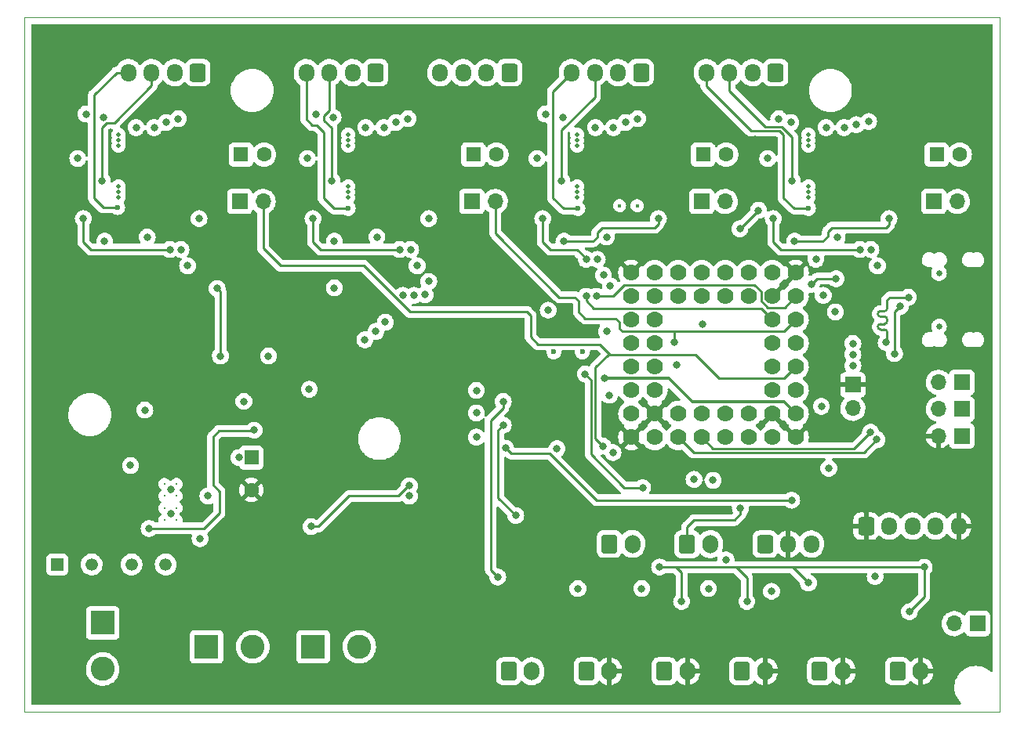
<source format=gbr>
%TF.GenerationSoftware,KiCad,Pcbnew,(6.0.6)*%
%TF.CreationDate,2022-09-05T18:01:32-05:00*%
%TF.ProjectId,rp2040-board,72703230-3430-42d6-926f-6172642e6b69,rev?*%
%TF.SameCoordinates,Original*%
%TF.FileFunction,Copper,L2,Inr*%
%TF.FilePolarity,Positive*%
%FSLAX46Y46*%
G04 Gerber Fmt 4.6, Leading zero omitted, Abs format (unit mm)*
G04 Created by KiCad (PCBNEW (6.0.6)) date 2022-09-05 18:01:32*
%MOMM*%
%LPD*%
G01*
G04 APERTURE LIST*
G04 Aperture macros list*
%AMRoundRect*
0 Rectangle with rounded corners*
0 $1 Rounding radius*
0 $2 $3 $4 $5 $6 $7 $8 $9 X,Y pos of 4 corners*
0 Add a 4 corners polygon primitive as box body*
4,1,4,$2,$3,$4,$5,$6,$7,$8,$9,$2,$3,0*
0 Add four circle primitives for the rounded corners*
1,1,$1+$1,$2,$3*
1,1,$1+$1,$4,$5*
1,1,$1+$1,$6,$7*
1,1,$1+$1,$8,$9*
0 Add four rect primitives between the rounded corners*
20,1,$1+$1,$2,$3,$4,$5,0*
20,1,$1+$1,$4,$5,$6,$7,0*
20,1,$1+$1,$6,$7,$8,$9,0*
20,1,$1+$1,$8,$9,$2,$3,0*%
G04 Aperture macros list end*
%TA.AperFunction,Profile*%
%ADD10C,0.025400*%
%TD*%
%TA.AperFunction,ComponentPad*%
%ADD11R,1.600000X1.600000*%
%TD*%
%TA.AperFunction,ComponentPad*%
%ADD12C,1.600000*%
%TD*%
%TA.AperFunction,ComponentPad*%
%ADD13C,0.660400*%
%TD*%
%TA.AperFunction,ComponentPad*%
%ADD14C,0.300000*%
%TD*%
%TA.AperFunction,ComponentPad*%
%ADD15R,1.700000X1.700000*%
%TD*%
%TA.AperFunction,ComponentPad*%
%ADD16O,1.700000X1.700000*%
%TD*%
%TA.AperFunction,ComponentPad*%
%ADD17RoundRect,0.250000X-0.600000X-0.750000X0.600000X-0.750000X0.600000X0.750000X-0.600000X0.750000X0*%
%TD*%
%TA.AperFunction,ComponentPad*%
%ADD18O,1.700000X2.000000*%
%TD*%
%TA.AperFunction,ComponentPad*%
%ADD19C,1.778000*%
%TD*%
%TA.AperFunction,ComponentPad*%
%ADD20R,2.600000X2.600000*%
%TD*%
%TA.AperFunction,ComponentPad*%
%ADD21C,2.600000*%
%TD*%
%TA.AperFunction,ComponentPad*%
%ADD22RoundRect,0.250000X0.600000X0.725000X-0.600000X0.725000X-0.600000X-0.725000X0.600000X-0.725000X0*%
%TD*%
%TA.AperFunction,ComponentPad*%
%ADD23O,1.700000X1.950000*%
%TD*%
%TA.AperFunction,ComponentPad*%
%ADD24RoundRect,0.250000X-0.600000X-0.725000X0.600000X-0.725000X0.600000X0.725000X-0.600000X0.725000X0*%
%TD*%
%TA.AperFunction,ComponentPad*%
%ADD25R,1.337000X1.337000*%
%TD*%
%TA.AperFunction,ComponentPad*%
%ADD26C,1.337000*%
%TD*%
%TA.AperFunction,ViaPad*%
%ADD27C,0.800000*%
%TD*%
%TA.AperFunction,ViaPad*%
%ADD28C,2.500000*%
%TD*%
%TA.AperFunction,ViaPad*%
%ADD29C,1.200000*%
%TD*%
%TA.AperFunction,ViaPad*%
%ADD30C,0.500000*%
%TD*%
%TA.AperFunction,ViaPad*%
%ADD31C,0.600000*%
%TD*%
%TA.AperFunction,ViaPad*%
%ADD32C,0.400000*%
%TD*%
%TA.AperFunction,Conductor*%
%ADD33C,0.250000*%
%TD*%
%TA.AperFunction,Conductor*%
%ADD34C,0.350000*%
%TD*%
G04 APERTURE END LIST*
D10*
X97650000Y-63005200D02*
X97650000Y-138100000D01*
X202952600Y-63000000D02*
X97650000Y-63005200D01*
X202952600Y-138094800D02*
X202952600Y-63000000D01*
X97650000Y-138100000D02*
X202952600Y-138094800D01*
D11*
%TO.N,+5V*%
%TO.C,C11*%
X122150000Y-110647349D03*
D12*
%TO.N,GND*%
X122150000Y-114147349D03*
%TD*%
D13*
%TO.N,N/C*%
%TO.C,J2*%
X196399199Y-96469999D03*
X196399199Y-90690001D03*
%TD*%
D14*
%TO.N,N/C*%
%TO.C,U2*%
X112760000Y-113500000D03*
X114060000Y-113500000D03*
X112760000Y-114800000D03*
X114060000Y-114800000D03*
X112760000Y-116100000D03*
X114060000Y-116100000D03*
X112760000Y-117400000D03*
X114060000Y-117400000D03*
%TD*%
D15*
%TO.N,GPIO27*%
%TO.C,J4*%
X198875000Y-102500000D03*
D16*
%TO.N,GPIO26*%
X196335000Y-102500000D03*
%TD*%
D17*
%TO.N,Net-(C16-Pad1)*%
%TO.C,J9*%
X175121560Y-133744960D03*
D18*
%TO.N,GND*%
X177621560Y-133744960D03*
%TD*%
D17*
%TO.N,Net-(J7-Pad1)*%
%TO.C,J7*%
X183522080Y-133744800D03*
D18*
%TO.N,GND*%
X186022080Y-133744800D03*
%TD*%
D19*
%TO.N,GND*%
%TO.C,J3*%
X180940000Y-108440000D03*
%TO.N,+3.3V*%
X178400000Y-108440000D03*
X175860000Y-108440000D03*
%TO.N,Net-(C5-Pad2)*%
X173320000Y-108440000D03*
%TO.N,Net-(J2-PadA6)*%
X170780000Y-108440000D03*
%TO.N,Net-(J2-PadA7)*%
X168240000Y-108440000D03*
%TO.N,Net-(C7-Pad1)*%
X165700000Y-108440000D03*
%TO.N,GND*%
X163160000Y-108440000D03*
%TO.N,XEN*%
X180940000Y-105900000D03*
%TO.N,GND*%
X178400000Y-105900000D03*
%TO.N,+3.3V*%
X175860000Y-105900000D03*
X173320000Y-105900000D03*
%TO.N,unconnected-(J3-PadB5)*%
X170780000Y-105900000D03*
%TO.N,unconnected-(J3-PadB6)*%
X168240000Y-105900000D03*
%TO.N,GND*%
X165700000Y-105900000D03*
%TO.N,/HB_THERM*%
X163160000Y-105900000D03*
%TO.N,XSTP*%
X180940000Y-103360000D03*
%TO.N,XDIR*%
X178400000Y-103360000D03*
%TO.N,/E0_THERM*%
X165700000Y-103360000D03*
%TO.N,GPIO27*%
X163160000Y-103360000D03*
%TO.N,XSTOP*%
X180940000Y-100820000D03*
%TO.N,YEN*%
X178400000Y-100820000D03*
%TO.N,GPIO26*%
X165700000Y-100820000D03*
%TO.N,GPIO25*%
X163160000Y-100820000D03*
%TO.N,YSTP*%
X180940000Y-98280000D03*
%TO.N,YDIR*%
X178400000Y-98280000D03*
%TO.N,/HB_PWM*%
X165700000Y-98280000D03*
%TO.N,/E0_PWM*%
X163160000Y-98280000D03*
%TO.N,YSTOP*%
X180940000Y-95740000D03*
%TO.N,ZEN*%
X178400000Y-95740000D03*
%TO.N,/FAN2_PWM*%
X165700000Y-95740000D03*
%TO.N,/FAN1_PWM*%
X163160000Y-95740000D03*
%TO.N,ZSTP*%
X180940000Y-93200000D03*
%TO.N,GND*%
X178400000Y-93200000D03*
%TO.N,E0EN*%
X175860000Y-93200000D03*
%TO.N,E0DIR*%
X173320000Y-93200000D03*
%TO.N,UART_RX*%
X170780000Y-93200000D03*
%TO.N,/PROBE_SRVO*%
X168240000Y-93200000D03*
%TO.N,GND*%
X165700000Y-93200000D03*
%TO.N,/FAN0_PWM*%
X163160000Y-93200000D03*
%TO.N,GND*%
X180940000Y-90660000D03*
%TO.N,ZDIR*%
X178400000Y-90660000D03*
%TO.N,ZSTOP*%
X175860000Y-90660000D03*
%TO.N,E0STP*%
X173320000Y-90660000D03*
%TO.N,E0STOP*%
X170780000Y-90660000D03*
%TO.N,UART_TX*%
X168240000Y-90660000D03*
%TO.N,/PROBE_DET*%
X165700000Y-90660000D03*
%TO.N,GND*%
X163160000Y-90660000D03*
%TD*%
D15*
%TO.N,Net-(JP2-Pad1)*%
%TO.C,JP2*%
X120875000Y-82950000D03*
D16*
%TO.N,XSTOP*%
X123415000Y-82950000D03*
%TD*%
D20*
%TO.N,VCC*%
%TO.C,J14*%
X117305000Y-131100000D03*
D21*
%TO.N,Net-(J14-Pad2)*%
X122305000Y-131100000D03*
%TD*%
D17*
%TO.N,Net-(J13-Pad1)*%
%TO.C,J13*%
X169202600Y-120004800D03*
D18*
%TO.N,VCC*%
X171702600Y-120004800D03*
%TD*%
D11*
%TO.N,VCC*%
%TO.C,C45*%
X196140021Y-77873413D03*
D12*
%TO.N,Net-(C39-Pad1)*%
X198640021Y-77873413D03*
%TD*%
D22*
%TO.N,Net-(J17-Pad1)*%
%TO.C,J17*%
X116375000Y-69020000D03*
D23*
%TO.N,Net-(J17-Pad2)*%
X113875000Y-69020000D03*
%TO.N,Net-(J17-Pad3)*%
X111375000Y-69020000D03*
%TO.N,Net-(J17-Pad4)*%
X108875000Y-69020000D03*
%TD*%
D11*
%TO.N,VCC*%
%TO.C,C31*%
X121017621Y-77875000D03*
D12*
%TO.N,Net-(C25-Pad1)*%
X123517621Y-77875000D03*
%TD*%
D24*
%TO.N,Net-(C17-Pad1)*%
%TO.C,J10*%
X177612600Y-120004900D03*
D23*
%TO.N,GND*%
X180112600Y-120004900D03*
%TO.N,+5V*%
X182612600Y-120004900D03*
%TD*%
D15*
%TO.N,Net-(JP4-Pad1)*%
%TO.C,JP4*%
X195850000Y-82948413D03*
D16*
%TO.N,E0STOP*%
X198390000Y-82948413D03*
%TD*%
D20*
%TO.N,Net-(F2-Pad1)*%
%TO.C,J1*%
X106095000Y-128500000D03*
D21*
%TO.N,Net-(D2-Pad1)*%
X106095000Y-133500000D03*
%TD*%
D17*
%TO.N,Net-(C12-Pad1)*%
%TO.C,J6*%
X158320520Y-133744880D03*
D18*
%TO.N,GND*%
X160820520Y-133744880D03*
%TD*%
D17*
%TO.N,Net-(J16-Pad1)*%
%TO.C,J16*%
X191922600Y-133744840D03*
D18*
%TO.N,GND*%
X194422600Y-133744840D03*
%TD*%
D17*
%TO.N,Net-(J11-Pad1)*%
%TO.C,J11*%
X149920000Y-133745000D03*
D18*
%TO.N,VCC*%
X152420000Y-133745000D03*
%TD*%
D15*
%TO.N,+5V*%
%TO.C,J23*%
X198875000Y-108300000D03*
D16*
%TO.N,GND*%
X196335000Y-108300000D03*
%TD*%
D25*
%TO.N,Net-(F2-Pad1)*%
%TO.C,F2*%
X101200000Y-122200000D03*
D26*
X104900000Y-122200000D03*
%TO.N,VCC*%
X109200000Y-122200000D03*
X112900000Y-122200000D03*
%TD*%
D11*
%TO.N,VCC*%
%TO.C,C46*%
X170925000Y-77875000D03*
D12*
%TO.N,Net-(C41-Pad1)*%
X173425000Y-77875000D03*
%TD*%
D22*
%TO.N,Net-(J20-Pad1)*%
%TO.C,J20*%
X178775000Y-69020000D03*
D23*
%TO.N,Net-(J20-Pad2)*%
X176275000Y-69020000D03*
%TO.N,Net-(J20-Pad3)*%
X173775000Y-69020000D03*
%TO.N,Net-(J20-Pad4)*%
X171275000Y-69020000D03*
%TD*%
D15*
%TO.N,Net-(J16-Pad1)*%
%TO.C,JP6*%
X200575000Y-128600000D03*
D16*
%TO.N,Net-(JP6-Pad2)*%
X198035000Y-128600000D03*
%TD*%
D22*
%TO.N,Net-(J19-Pad1)*%
%TO.C,J21*%
X164225000Y-69020000D03*
D23*
%TO.N,Net-(J19-Pad2)*%
X161725000Y-69020000D03*
%TO.N,Net-(J19-Pad3)*%
X159225000Y-69020000D03*
%TO.N,Net-(J19-Pad4)*%
X156725000Y-69020000D03*
%TD*%
D17*
%TO.N,Net-(C15-Pad1)*%
%TO.C,J8*%
X166721040Y-133744920D03*
D18*
%TO.N,GND*%
X169221040Y-133744920D03*
%TD*%
D11*
%TO.N,VCC*%
%TO.C,C32*%
X146117621Y-77868413D03*
D12*
%TO.N,Net-(C27-Pad1)*%
X148617621Y-77868413D03*
%TD*%
D15*
%TO.N,Net-(JP3-Pad1)*%
%TO.C,JP3*%
X145950000Y-82943413D03*
D16*
%TO.N,YSTOP*%
X148490000Y-82943413D03*
%TD*%
D20*
%TO.N,VCC*%
%TO.C,J15*%
X128805000Y-131100000D03*
D21*
%TO.N,Net-(J15-Pad2)*%
X133805000Y-131100000D03*
%TD*%
D15*
%TO.N,Net-(JP5-Pad1)*%
%TO.C,JP5*%
X170775000Y-82950000D03*
D16*
%TO.N,ZSTOP*%
X173315000Y-82950000D03*
%TD*%
D24*
%TO.N,GND*%
%TO.C,J5*%
X188520000Y-118055000D03*
D23*
%TO.N,+5V*%
X191020000Y-118055000D03*
%TO.N,/PROBE_SRVO*%
X193520000Y-118055000D03*
%TO.N,/PROBE_DET*%
X196020000Y-118055000D03*
%TO.N,GND*%
X198520000Y-118055000D03*
%TD*%
D15*
%TO.N,+3.3V*%
%TO.C,J22*%
X198875000Y-105400000D03*
D16*
%TO.N,GPIO25*%
X196335000Y-105400000D03*
%TD*%
D22*
%TO.N,Net-(J19-Pad1)*%
%TO.C,J19*%
X150025000Y-69020000D03*
D23*
%TO.N,Net-(J19-Pad2)*%
X147525000Y-69020000D03*
%TO.N,Net-(J19-Pad3)*%
X145025000Y-69020000D03*
%TO.N,Net-(J19-Pad4)*%
X142525000Y-69020000D03*
%TD*%
D22*
%TO.N,Net-(J18-Pad1)*%
%TO.C,J18*%
X135575000Y-69020000D03*
D23*
%TO.N,Net-(J18-Pad2)*%
X133075000Y-69020000D03*
%TO.N,Net-(J18-Pad3)*%
X130575000Y-69020000D03*
%TO.N,Net-(J18-Pad4)*%
X128075000Y-69020000D03*
%TD*%
D15*
%TO.N,GND*%
%TO.C,JP1*%
X187100000Y-102775000D03*
D16*
%TO.N,Net-(C5-Pad2)*%
X187100000Y-105315000D03*
%TD*%
D17*
%TO.N,Net-(J12-Pad1)*%
%TO.C,J12*%
X160800000Y-119975000D03*
D18*
%TO.N,VCC*%
X163300000Y-119975000D03*
%TD*%
D27*
%TO.N,GND*%
X120625000Y-119075000D03*
X133650000Y-119100000D03*
X151900000Y-126500000D03*
D28*
X135475000Y-79113413D03*
D27*
X113450000Y-114050000D03*
X121550000Y-119100000D03*
X132725000Y-119075000D03*
X132317500Y-117582500D03*
X133650000Y-120300000D03*
X120625000Y-120325000D03*
X151600000Y-76200000D03*
X161737500Y-127800000D03*
X165200000Y-86900000D03*
X126800000Y-76200000D03*
X143095000Y-104525000D03*
X157100000Y-106700000D03*
X190100000Y-86900000D03*
X115600000Y-86900000D03*
X123750000Y-112547349D03*
D28*
X160250000Y-79107500D03*
D27*
X117600000Y-101940000D03*
X150600000Y-103300000D03*
X121860000Y-117660000D03*
D28*
X110675000Y-79120000D03*
D27*
X131685000Y-119715000D03*
X129250000Y-116800000D03*
X123750000Y-108400000D03*
X117200000Y-106937500D03*
X119685000Y-119715000D03*
X111962500Y-106937500D03*
X155120000Y-102700000D03*
X177150000Y-111250000D03*
X102000000Y-76200000D03*
D29*
X106800000Y-100250000D03*
D27*
X113450000Y-116750000D03*
X145590000Y-110920000D03*
X192700000Y-98100000D03*
X176500000Y-76200000D03*
D28*
X185200000Y-79100000D03*
D27*
X198150000Y-91250000D03*
X175687500Y-127662500D03*
X132725000Y-120325000D03*
X152700000Y-120850000D03*
X168637500Y-127712500D03*
X121550000Y-120300000D03*
X140400000Y-86900000D03*
X126987500Y-104562500D03*
%TO.N,+3.3V*%
X118450000Y-92350000D03*
X141300000Y-91600000D03*
X180800000Y-87250000D03*
X124000000Y-99650000D03*
X166225000Y-122475000D03*
X131100000Y-92300000D03*
X118800000Y-99650000D03*
X168600000Y-126200000D03*
X175650000Y-126200000D03*
X194800000Y-122500000D03*
X141300000Y-84800000D03*
X166100000Y-84800000D03*
X191000000Y-84800000D03*
X106300000Y-87250000D03*
X131100000Y-87250000D03*
X182300000Y-124200000D03*
X116500000Y-84800000D03*
X193200000Y-127300000D03*
X155900000Y-87250000D03*
X169950000Y-113000000D03*
%TO.N,+5V*%
X120802651Y-110647349D03*
X158200000Y-101600000D03*
X121337500Y-104562500D03*
X128400000Y-103250000D03*
X164400000Y-113900000D03*
%TO.N,/HB_THERM*%
X178312500Y-125100000D03*
D30*
%TO.N,VCC*%
X157324500Y-76900000D03*
X132600000Y-76900000D03*
X157324500Y-76300000D03*
X132600000Y-82500000D03*
X132600000Y-75700000D03*
X157324500Y-81900000D03*
D27*
X185400000Y-86837500D03*
X110900000Y-86800000D03*
D30*
X157324500Y-81300000D03*
X182300000Y-75700000D03*
X182300000Y-82500000D03*
X182300000Y-76300000D03*
X182300000Y-76900000D03*
X132600000Y-76300000D03*
X107800000Y-82500000D03*
X182300000Y-81900000D03*
X132600000Y-81900000D03*
D27*
X135700000Y-86800000D03*
X160500000Y-86800000D03*
D30*
X107800000Y-76300000D03*
X107800000Y-75700000D03*
X132600000Y-81300000D03*
X157324500Y-75700000D03*
X157324500Y-82500000D03*
X182300000Y-81300000D03*
X107800000Y-81900000D03*
X107800000Y-81300000D03*
X107800000Y-76900000D03*
D27*
%TO.N,XDIR*%
X136600000Y-96000000D03*
%TO.N,XSTP*%
X135600000Y-97000000D03*
%TO.N,YSTP*%
X139700000Y-93100000D03*
%TO.N,ZSTP*%
X159400000Y-93200000D03*
%TO.N,XEN*%
X160300000Y-102100000D03*
X134400000Y-97900000D03*
%TO.N,YDIR*%
X140900000Y-93024500D03*
%TO.N,YEN*%
X138500000Y-93100000D03*
%TO.N,ZDIR*%
X160900000Y-92100000D03*
%TO.N,ZEN*%
X158300000Y-93200000D03*
%TO.N,E0DIR*%
X183100000Y-89200000D03*
X183900000Y-93100000D03*
%TO.N,E0EN*%
X182600000Y-91900000D03*
X185300000Y-91300000D03*
%TO.N,UART_TX*%
X160500000Y-97000000D03*
%TO.N,/FAN2_PWM*%
X146445000Y-108425000D03*
%TO.N,/HB_PWM*%
X160800000Y-103900000D03*
%TO.N,GPIO27*%
X168072211Y-100600000D03*
X187100000Y-98300000D03*
%TO.N,/FAN1_PWM*%
X146445000Y-105825000D03*
D31*
X157900000Y-99200000D03*
D27*
%TO.N,/E0_THERM*%
X189500000Y-123500000D03*
%TO.N,Net-(J2-PadA6)*%
X193100000Y-93300000D03*
X189000000Y-107900000D03*
X190700000Y-98200000D03*
%TO.N,Net-(J2-PadA7)*%
X189700000Y-108700000D03*
X191600000Y-99400000D03*
X192200000Y-94300000D03*
%TO.N,/E0_PWM*%
X155145000Y-109675000D03*
%TO.N,GPIO26*%
X187100000Y-99500000D03*
%TO.N,GPIO25*%
X187100000Y-100700000D03*
D31*
%TO.N,Net-(J17-Pad4)*%
X107700000Y-83600000D03*
D27*
%TO.N,Net-(J17-Pad3)*%
X106050000Y-80700000D03*
%TO.N,Net-(J18-Pad3)*%
X130850000Y-80700000D03*
D31*
%TO.N,Net-(J18-Pad4)*%
X132600000Y-83700000D03*
%TO.N,Net-(J19-Pad4)*%
X157400000Y-83700000D03*
D27*
%TO.N,Net-(J19-Pad3)*%
X155650000Y-80700000D03*
D31*
%TO.N,Net-(J20-Pad4)*%
X182300000Y-83700000D03*
D27*
%TO.N,Net-(J20-Pad3)*%
X180550000Y-80700000D03*
%TO.N,Net-(C1-Pad1)*%
X117450000Y-114800000D03*
X110650000Y-105500000D03*
X109100000Y-111500000D03*
%TO.N,Net-(C5-Pad2)*%
X183700000Y-105100000D03*
%TO.N,Net-(R40-Pad1)*%
X139050000Y-74000000D03*
X129100000Y-73500000D03*
%TO.N,Net-(R50-Pad1)*%
X163850000Y-74000000D03*
X153900000Y-73500000D03*
%TO.N,Net-(J13-Pad1)*%
X174950000Y-116150000D03*
%TO.N,Net-(R4-Pad2)*%
X122450000Y-107675500D03*
X111100000Y-118300000D03*
%TO.N,Net-(R16-Pad2)*%
X139200000Y-114800000D03*
X116600000Y-119400000D03*
%TO.N,Net-(R18-Pad2)*%
X139200000Y-113700000D03*
X128600000Y-118100000D03*
%TO.N,Net-(R28-Pad2)*%
X149345000Y-107125000D03*
X150700000Y-116900000D03*
%TO.N,Net-(R30-Pad2)*%
X149600000Y-109625000D03*
X180500000Y-115250000D03*
%TO.N,Net-(R35-Pad1)*%
X137750000Y-74400000D03*
X112950000Y-74400000D03*
X180400000Y-74400000D03*
X174900000Y-85900000D03*
X130967963Y-73834411D03*
X128200000Y-78300000D03*
X106167963Y-73834411D03*
X155767963Y-73834411D03*
X103400000Y-78300000D03*
X162550000Y-74400000D03*
X177900000Y-78300000D03*
X176900000Y-83900000D03*
X154200000Y-94700000D03*
X153000000Y-78300000D03*
X187470364Y-74645765D03*
%TO.N,Net-(R38-Pad1)*%
X114250000Y-74000000D03*
X104300000Y-73500000D03*
%TO.N,Net-(R48-Pad1)*%
X179100000Y-74000000D03*
X188800000Y-74300000D03*
%TO.N,Net-(R26-Pad2)*%
X149345000Y-104575000D03*
X148750000Y-123550000D03*
%TO.N,XSTOP*%
X157400000Y-124800000D03*
X160100000Y-109400000D03*
%TO.N,YSTOP*%
X164300000Y-124800000D03*
X167800000Y-98200000D03*
X161200000Y-110100000D03*
%TO.N,ZSTOP*%
X171500000Y-124800000D03*
X173400000Y-121700000D03*
X172000000Y-113100000D03*
X170900000Y-96200000D03*
%TO.N,E0STOP*%
X184500000Y-111800000D03*
X185200000Y-94900000D03*
%TO.N,XENR*%
X113350000Y-88150000D03*
X104000000Y-84800000D03*
%TO.N,YENR*%
X138150000Y-88150000D03*
X128800000Y-84800000D03*
%TO.N,E0ENR*%
X187850000Y-88150000D03*
X178500000Y-84800000D03*
%TO.N,ZENR*%
X158300000Y-89200000D03*
X153600000Y-84800000D03*
%TO.N,XSTPR*%
X111650000Y-74950000D03*
X114550000Y-88150000D03*
%TO.N,XDIRR*%
X115250000Y-89900000D03*
X109700000Y-74950000D03*
%TO.N,YSTPR*%
X136450000Y-74950000D03*
X139350000Y-88150000D03*
%TO.N,YDIRR*%
X134500000Y-74950000D03*
X140050000Y-89900000D03*
D32*
%TO.N,ZSTPR*%
X163800000Y-83400000D03*
D27*
X159500000Y-89200000D03*
X161250000Y-74950000D03*
D32*
%TO.N,ZDIRR*%
X161900000Y-83400000D03*
D27*
X160156623Y-90922649D03*
X159300000Y-74950000D03*
%TO.N,E0STPR*%
X189050000Y-88150000D03*
X186150000Y-74950000D03*
%TO.N,E0DIRR*%
X184200000Y-74950000D03*
X189750000Y-89900000D03*
%TO.N,/FAN0_PWM*%
X146445000Y-103375000D03*
D31*
X154800000Y-99200000D03*
%TD*%
D33*
%TO.N,+3.3V*%
X182300000Y-124200000D02*
X180575000Y-122475000D01*
X191000000Y-84800000D02*
X191000000Y-85500000D01*
X118800000Y-92700000D02*
X118800000Y-99650000D01*
X184400000Y-86700000D02*
X183850000Y-87250000D01*
X118450000Y-92350000D02*
X118800000Y-92700000D01*
X168600000Y-126200000D02*
X168600000Y-123100000D01*
X190700000Y-85800000D02*
X184800000Y-85800000D01*
X174475000Y-122475000D02*
X174325000Y-122475000D01*
X194775000Y-122475000D02*
X180375000Y-122475000D01*
X194800000Y-125700000D02*
X193200000Y-127300000D01*
X159500000Y-86300000D02*
X159500000Y-86800000D01*
X194800000Y-122500000D02*
X194775000Y-122475000D01*
X166100000Y-85400000D02*
X165700000Y-85800000D01*
X180375000Y-122475000D02*
X174325000Y-122475000D01*
X184800000Y-85800000D02*
X184400000Y-86200000D01*
X174325000Y-122475000D02*
X167975000Y-122475000D01*
X175650000Y-123650000D02*
X174475000Y-122475000D01*
X194800000Y-122500000D02*
X194800000Y-125700000D01*
X159500000Y-86800000D02*
X159050000Y-87250000D01*
X166100000Y-84800000D02*
X166100000Y-85400000D01*
X175650000Y-126200000D02*
X175650000Y-123650000D01*
X159050000Y-87250000D02*
X155900000Y-87250000D01*
X191000000Y-85500000D02*
X190700000Y-85800000D01*
X184400000Y-86200000D02*
X184400000Y-86700000D01*
X180575000Y-122475000D02*
X180375000Y-122475000D01*
X183850000Y-87250000D02*
X180800000Y-87250000D01*
X166225000Y-122475000D02*
X167975000Y-122475000D01*
X165700000Y-85800000D02*
X160000000Y-85800000D01*
X168600000Y-123100000D02*
X167975000Y-122475000D01*
X160000000Y-85800000D02*
X159500000Y-86300000D01*
%TO.N,+5V*%
X158800000Y-110300000D02*
X162400000Y-113900000D01*
X158800000Y-102200000D02*
X158800000Y-110300000D01*
X158200000Y-101600000D02*
X158800000Y-102200000D01*
X162400000Y-113900000D02*
X164400000Y-113900000D01*
%TO.N,ZSTP*%
X177186000Y-93702856D02*
X177186000Y-92686000D01*
X177186000Y-92686000D02*
X176486000Y-91986000D01*
X177897144Y-94414000D02*
X177186000Y-93702856D01*
X180940000Y-93200000D02*
X179726000Y-94414000D01*
X162414000Y-91986000D02*
X161200000Y-93200000D01*
X161200000Y-93200000D02*
X159400000Y-93200000D01*
X179726000Y-94414000D02*
X177897144Y-94414000D01*
X176486000Y-91986000D02*
X162414000Y-91986000D01*
D34*
%TO.N,XEN*%
X167200000Y-102100000D02*
X169736000Y-104636000D01*
X166496000Y-102096000D02*
X166500000Y-102100000D01*
X160300000Y-102100000D02*
X160304000Y-102096000D01*
X166500000Y-102100000D02*
X167200000Y-102100000D01*
X169736000Y-104636000D02*
X179676000Y-104636000D01*
X179676000Y-104636000D02*
X180940000Y-105900000D01*
X160304000Y-102096000D02*
X166496000Y-102096000D01*
D33*
%TO.N,ZEN*%
X159126000Y-94526000D02*
X177186000Y-94526000D01*
X158300000Y-93200000D02*
X158300000Y-93700000D01*
X177186000Y-94526000D02*
X178400000Y-95740000D01*
X158300000Y-93700000D02*
X159126000Y-94526000D01*
%TO.N,E0EN*%
X183200000Y-91300000D02*
X185300000Y-91300000D01*
X182600000Y-91900000D02*
X183200000Y-91300000D01*
%TO.N,Net-(J2-PadA6)*%
X190100000Y-94800000D02*
X190500000Y-94800000D01*
X190798923Y-98101077D02*
X190798923Y-97101077D01*
X190500000Y-95400000D02*
X190100000Y-95400000D01*
X190798923Y-97101077D02*
X190800000Y-97100000D01*
X190797118Y-94559100D02*
X190797118Y-93602882D01*
X190700000Y-98200000D02*
X190798923Y-98101077D01*
X190100000Y-96200000D02*
X190500000Y-96200000D01*
X190500000Y-96800000D02*
X190100000Y-96800000D01*
X189000000Y-107900000D02*
X187246000Y-109654000D01*
X190797118Y-93602882D02*
X191100000Y-93300000D01*
X191100000Y-93300000D02*
X193100000Y-93300000D01*
X171994000Y-109654000D02*
X170780000Y-108440000D01*
X190800000Y-95900000D02*
X190800000Y-95700000D01*
X187246000Y-109654000D02*
X171994000Y-109654000D01*
X190500000Y-95400000D02*
G75*
G02*
X190800000Y-95700000I0J-300000D01*
G01*
X189800000Y-96500000D02*
G75*
G03*
X190100000Y-96800000I300000J0D01*
G01*
X189800000Y-95100000D02*
G75*
G03*
X190100000Y-95400000I300000J0D01*
G01*
X190800000Y-95900000D02*
G75*
G02*
X190500000Y-96200000I-300000J0D01*
G01*
X190797089Y-94559094D02*
G75*
G02*
X190500000Y-94800000I-299489J65694D01*
G01*
X190100000Y-94800000D02*
G75*
G03*
X189800000Y-95100000I0J-300000D01*
G01*
X190500000Y-96800000D02*
G75*
G02*
X190800000Y-97100000I0J-300000D01*
G01*
X190100000Y-96200000D02*
G75*
G03*
X189800000Y-96500000I0J-300000D01*
G01*
%TO.N,Net-(J2-PadA7)*%
X188296000Y-110104000D02*
X169904000Y-110104000D01*
X169904000Y-110104000D02*
X168240000Y-108440000D01*
X191600000Y-99400000D02*
X191600000Y-94900000D01*
X191600000Y-94900000D02*
X192200000Y-94300000D01*
X189700000Y-108700000D02*
X188296000Y-110104000D01*
%TO.N,Net-(J17-Pad4)*%
X107580000Y-69020000D02*
X108875000Y-69020000D01*
X106150000Y-83600000D02*
X105150000Y-82600000D01*
X105150000Y-71450000D02*
X107580000Y-69020000D01*
X105150000Y-82600000D02*
X105150000Y-71450000D01*
X107700000Y-83600000D02*
X106150000Y-83600000D01*
%TO.N,Net-(J17-Pad3)*%
X106550000Y-74450000D02*
X107350000Y-74450000D01*
X111375000Y-70425000D02*
X111375000Y-69020000D01*
X106050000Y-74950000D02*
X106550000Y-74450000D01*
X106050000Y-80700000D02*
X106050000Y-74950000D01*
X107350000Y-74450000D02*
X111375000Y-70425000D01*
%TO.N,Net-(J18-Pad3)*%
X130800000Y-80650000D02*
X130850000Y-80700000D01*
X130000000Y-73700000D02*
X130000000Y-74200000D01*
X130575000Y-73125000D02*
X130000000Y-73700000D01*
X130575000Y-69020000D02*
X130575000Y-73125000D01*
X130000000Y-74200000D02*
X130800000Y-75000000D01*
X130800000Y-75000000D02*
X130800000Y-80650000D01*
%TO.N,Net-(J18-Pad4)*%
X128700000Y-74700000D02*
X128075000Y-74075000D01*
X131050000Y-83700000D02*
X129950000Y-82600000D01*
X129950000Y-75450000D02*
X129200000Y-74700000D01*
X132600000Y-83700000D02*
X131050000Y-83700000D01*
X128075000Y-74075000D02*
X128075000Y-69020000D01*
X129200000Y-74700000D02*
X128700000Y-74700000D01*
X129950000Y-82600000D02*
X129950000Y-75450000D01*
%TO.N,Net-(J19-Pad4)*%
X157400000Y-83700000D02*
X155850000Y-83700000D01*
X154700000Y-82550000D02*
X154700000Y-71045000D01*
X154700000Y-71045000D02*
X156725000Y-69020000D01*
X155850000Y-83700000D02*
X154700000Y-82550000D01*
%TO.N,Net-(J19-Pad3)*%
X155650000Y-75250000D02*
X159225000Y-71675000D01*
X159225000Y-71675000D02*
X159225000Y-69020000D01*
X155650000Y-80700000D02*
X155650000Y-75250000D01*
%TO.N,Net-(J20-Pad4)*%
X180750000Y-83700000D02*
X179600000Y-82550000D01*
X179600000Y-82550000D02*
X179600000Y-75700000D01*
X179600000Y-75700000D02*
X179200000Y-75300000D01*
X171275000Y-70475000D02*
X171275000Y-69020000D01*
X182300000Y-83700000D02*
X180750000Y-83700000D01*
X179200000Y-75300000D02*
X176100000Y-75300000D01*
X176100000Y-75300000D02*
X171275000Y-70475000D01*
%TO.N,Net-(J20-Pad3)*%
X180550000Y-76013604D02*
X180550000Y-80700000D01*
X177650000Y-74850000D02*
X179386396Y-74850000D01*
X179386396Y-74850000D02*
X180550000Y-76013604D01*
X173775000Y-69020000D02*
X173775000Y-70975000D01*
X173775000Y-70975000D02*
X177650000Y-74850000D01*
%TO.N,Net-(J13-Pad1)*%
X174300000Y-117400000D02*
X174950000Y-116750000D01*
X169202600Y-120004800D02*
X169202600Y-118147400D01*
X169202600Y-118147400D02*
X169950000Y-117400000D01*
X169950000Y-117400000D02*
X174300000Y-117400000D01*
X174950000Y-116750000D02*
X174950000Y-116150000D01*
%TO.N,Net-(R4-Pad2)*%
X118700000Y-114300000D02*
X118700000Y-116650000D01*
X118650000Y-107750000D02*
X118000000Y-108400000D01*
X122450000Y-107675500D02*
X122375500Y-107750000D01*
X118000000Y-113600000D02*
X118700000Y-114300000D01*
X118700000Y-116650000D02*
X117050000Y-118300000D01*
X118000000Y-108400000D02*
X118000000Y-113600000D01*
X117050000Y-118300000D02*
X111100000Y-118300000D01*
X122375500Y-107750000D02*
X118650000Y-107750000D01*
%TO.N,Net-(R18-Pad2)*%
X139100000Y-113700000D02*
X139200000Y-113700000D01*
X129400000Y-118100000D02*
X128600000Y-118100000D01*
X132700000Y-114800000D02*
X129400000Y-118100000D01*
X138000000Y-114800000D02*
X139100000Y-113700000D01*
X138000000Y-114800000D02*
X132700000Y-114800000D01*
%TO.N,Net-(R28-Pad2)*%
X148800000Y-107670000D02*
X148800000Y-115000000D01*
X148800000Y-115000000D02*
X150700000Y-116900000D01*
X149345000Y-107125000D02*
X148800000Y-107670000D01*
%TO.N,Net-(R30-Pad2)*%
X154370000Y-110200000D02*
X159420000Y-115250000D01*
X150175000Y-110200000D02*
X154370000Y-110200000D01*
X149600000Y-109625000D02*
X150175000Y-110200000D01*
X159420000Y-115250000D02*
X180500000Y-115250000D01*
%TO.N,Net-(R35-Pad1)*%
X174900000Y-85900000D02*
X176900000Y-83900000D01*
%TO.N,Net-(R26-Pad2)*%
X147995000Y-106605000D02*
X147995000Y-122795000D01*
X149345000Y-105255000D02*
X147995000Y-106605000D01*
X147995000Y-122795000D02*
X148750000Y-123550000D01*
X149345000Y-104575000D02*
X149345000Y-105255000D01*
%TO.N,XSTOP*%
X139274695Y-94900000D02*
X134274695Y-89900000D01*
X160700000Y-99500000D02*
X159300000Y-100900000D01*
X159800000Y-98400000D02*
X153100000Y-98400000D01*
X161900000Y-99500000D02*
X160700000Y-99500000D01*
X153100000Y-98400000D02*
X152300000Y-97600000D01*
X125300000Y-89900000D02*
X123415000Y-88015000D01*
X152300000Y-97600000D02*
X152300000Y-95300000D01*
X180940000Y-100820000D02*
X179677036Y-102082964D01*
X123415000Y-88015000D02*
X123415000Y-82950000D01*
X152300000Y-95300000D02*
X151900000Y-94900000D01*
X179677036Y-102082964D02*
X172682964Y-102082964D01*
X161900000Y-99500000D02*
X160900000Y-99500000D01*
X160900000Y-99500000D02*
X159800000Y-98400000D01*
X159300000Y-100900000D02*
X159300000Y-108600000D01*
X134274695Y-89900000D02*
X125300000Y-89900000D01*
X151900000Y-94900000D02*
X139274695Y-94900000D01*
X172682964Y-102082964D02*
X170100000Y-99500000D01*
X170100000Y-99500000D02*
X161900000Y-99500000D01*
X159300000Y-108600000D02*
X160100000Y-109400000D01*
%TO.N,YSTOP*%
X155400000Y-93300000D02*
X157100000Y-93300000D01*
X161900000Y-96000000D02*
X161900000Y-96692964D01*
X148490000Y-86390000D02*
X155400000Y-93300000D01*
X157100000Y-93300000D02*
X157500000Y-93700000D01*
X157500000Y-94900000D02*
X158200000Y-95600000D01*
X161500000Y-95600000D02*
X161900000Y-96000000D01*
X158200000Y-95600000D02*
X161500000Y-95600000D01*
X167800000Y-97100000D02*
X167800000Y-98200000D01*
X179687036Y-96992964D02*
X180940000Y-95740000D01*
X162200000Y-96992964D02*
X167692964Y-96992964D01*
X167692964Y-96992964D02*
X179687036Y-96992964D01*
X167692964Y-96992964D02*
X167800000Y-97100000D01*
X148490000Y-82943413D02*
X148490000Y-86390000D01*
X157500000Y-93700000D02*
X157500000Y-94900000D01*
X161900000Y-96692964D02*
X162200000Y-96992964D01*
%TO.N,XENR*%
X104000000Y-84800000D02*
X104000000Y-87350000D01*
X104800000Y-88150000D02*
X113350000Y-88150000D01*
X104000000Y-87350000D02*
X104800000Y-88150000D01*
%TO.N,YENR*%
X128800000Y-87350000D02*
X129600000Y-88150000D01*
X129600000Y-88150000D02*
X138150000Y-88150000D01*
X128800000Y-84800000D02*
X128800000Y-87350000D01*
%TO.N,E0ENR*%
X178500000Y-84800000D02*
X178500000Y-87350000D01*
X179300000Y-88150000D02*
X187850000Y-88150000D01*
X178500000Y-87350000D02*
X179300000Y-88150000D01*
%TO.N,ZENR*%
X153600000Y-87350000D02*
X153600000Y-84800000D01*
X157325500Y-88150000D02*
X154400000Y-88150000D01*
X154400000Y-88150000D02*
X153600000Y-87350000D01*
X158300000Y-89124500D02*
X157325500Y-88150000D01*
%TD*%
%TA.AperFunction,Conductor*%
%TO.N,GND*%
G36*
X202144216Y-63770542D02*
G01*
X202190711Y-63824195D01*
X202202100Y-63876543D01*
X202202100Y-133721288D01*
X202182098Y-133789409D01*
X202128442Y-133835902D01*
X202058168Y-133846006D01*
X201993022Y-133816020D01*
X201789041Y-133637132D01*
X201789035Y-133637128D01*
X201785941Y-133634414D01*
X201534326Y-133466291D01*
X201530627Y-133464467D01*
X201530622Y-133464464D01*
X201340031Y-133370475D01*
X201262920Y-133332448D01*
X201259014Y-133331122D01*
X200980273Y-133236502D01*
X200980270Y-133236501D01*
X200976366Y-133235176D01*
X200972327Y-133234373D01*
X200972321Y-133234371D01*
X200683609Y-133176943D01*
X200683606Y-133176943D01*
X200679566Y-133176139D01*
X200675455Y-133175870D01*
X200675451Y-133175869D01*
X200455217Y-133161434D01*
X200455208Y-133161434D01*
X200453168Y-133161300D01*
X200302032Y-133161300D01*
X200299992Y-133161434D01*
X200299983Y-133161434D01*
X200079749Y-133175869D01*
X200079745Y-133175870D01*
X200075634Y-133176139D01*
X200071594Y-133176943D01*
X200071591Y-133176943D01*
X199782879Y-133234371D01*
X199782873Y-133234373D01*
X199778834Y-133235176D01*
X199774930Y-133236501D01*
X199774927Y-133236502D01*
X199496186Y-133331122D01*
X199492280Y-133332448D01*
X199415169Y-133370475D01*
X199224578Y-133464464D01*
X199224573Y-133464467D01*
X199220874Y-133466291D01*
X198969259Y-133634414D01*
X198966165Y-133637128D01*
X198966159Y-133637132D01*
X198865277Y-133725604D01*
X198741742Y-133833942D01*
X198739033Y-133837031D01*
X198544932Y-134058359D01*
X198544928Y-134058365D01*
X198542214Y-134061459D01*
X198539925Y-134064885D01*
X198539921Y-134064890D01*
X198419822Y-134244632D01*
X198374091Y-134313073D01*
X198372267Y-134316772D01*
X198372264Y-134316777D01*
X198348305Y-134365361D01*
X198240248Y-134584480D01*
X198238923Y-134588385D01*
X198238922Y-134588386D01*
X198150448Y-134849023D01*
X198142976Y-134871034D01*
X198142173Y-134875073D01*
X198142171Y-134875079D01*
X198086437Y-135155277D01*
X198083939Y-135167834D01*
X198083670Y-135171945D01*
X198083669Y-135171949D01*
X198074471Y-135312283D01*
X198064147Y-135469800D01*
X198083939Y-135771766D01*
X198142976Y-136068566D01*
X198240248Y-136355120D01*
X198374091Y-136626526D01*
X198542214Y-136878141D01*
X198544928Y-136881235D01*
X198544932Y-136881241D01*
X198739033Y-137102569D01*
X198741742Y-137105658D01*
X198744831Y-137108367D01*
X198762405Y-137123779D01*
X198800432Y-137183733D01*
X198800010Y-137254728D01*
X198761271Y-137314225D01*
X198696516Y-137343333D01*
X198679333Y-137344511D01*
X148674344Y-137346980D01*
X98526505Y-137349457D01*
X98458384Y-137329458D01*
X98411889Y-137275805D01*
X98400500Y-137223457D01*
X98400500Y-133452526D01*
X104282050Y-133452526D01*
X104282274Y-133457192D01*
X104282274Y-133457197D01*
X104283114Y-133474687D01*
X104294947Y-133721019D01*
X104347388Y-133984656D01*
X104438220Y-134237646D01*
X104440432Y-134241762D01*
X104440433Y-134241765D01*
X104442038Y-134244752D01*
X104565450Y-134474431D01*
X104568241Y-134478168D01*
X104568245Y-134478175D01*
X104644866Y-134580782D01*
X104726281Y-134689810D01*
X104729590Y-134693090D01*
X104729595Y-134693096D01*
X104905152Y-134867127D01*
X104917180Y-134879050D01*
X104920942Y-134881808D01*
X104920945Y-134881811D01*
X105080695Y-134998944D01*
X105133954Y-135037995D01*
X105138089Y-135040171D01*
X105138093Y-135040173D01*
X105367698Y-135160975D01*
X105371840Y-135163154D01*
X105481598Y-135201483D01*
X105616089Y-135248449D01*
X105625613Y-135251775D01*
X105632292Y-135253043D01*
X105885109Y-135301042D01*
X105885112Y-135301042D01*
X105889698Y-135301913D01*
X106017370Y-135306929D01*
X106153625Y-135312283D01*
X106153630Y-135312283D01*
X106158293Y-135312466D01*
X106262607Y-135301042D01*
X106420844Y-135283713D01*
X106420850Y-135283712D01*
X106425497Y-135283203D01*
X106525410Y-135256898D01*
X106680918Y-135215956D01*
X106680920Y-135215955D01*
X106685441Y-135214765D01*
X106689738Y-135212919D01*
X106928120Y-135110502D01*
X106928122Y-135110501D01*
X106932414Y-135108657D01*
X107108988Y-134999390D01*
X107157017Y-134969669D01*
X107157021Y-134969666D01*
X107160990Y-134967210D01*
X107366149Y-134793530D01*
X107543382Y-134591434D01*
X107570928Y-134548610D01*
X107572993Y-134545400D01*
X148561500Y-134545400D01*
X148561837Y-134548646D01*
X148561837Y-134548650D01*
X148571746Y-134644148D01*
X148572474Y-134651166D01*
X148574655Y-134657702D01*
X148574655Y-134657704D01*
X148609819Y-134763103D01*
X148628450Y-134818946D01*
X148721522Y-134969348D01*
X148846697Y-135094305D01*
X148852927Y-135098145D01*
X148852928Y-135098146D01*
X148990968Y-135183235D01*
X148997262Y-135187115D01*
X149042145Y-135202002D01*
X149158611Y-135240632D01*
X149158613Y-135240632D01*
X149165139Y-135242797D01*
X149171975Y-135243497D01*
X149171978Y-135243498D01*
X149207663Y-135247154D01*
X149269600Y-135253500D01*
X150570400Y-135253500D01*
X150573646Y-135253163D01*
X150573650Y-135253163D01*
X150669308Y-135243238D01*
X150669312Y-135243237D01*
X150676166Y-135242526D01*
X150682702Y-135240345D01*
X150682704Y-135240345D01*
X150814806Y-135196272D01*
X150843946Y-135186550D01*
X150994348Y-135093478D01*
X151119305Y-134968303D01*
X151123245Y-134961912D01*
X151154192Y-134911706D01*
X151209081Y-134822660D01*
X151261852Y-134775168D01*
X151331924Y-134763744D01*
X151397048Y-134792018D01*
X151407510Y-134801805D01*
X151449215Y-134845523D01*
X151516576Y-134916135D01*
X151701542Y-135053754D01*
X151706293Y-135056170D01*
X151706297Y-135056172D01*
X151781221Y-135094265D01*
X151907051Y-135158240D01*
X151912145Y-135159822D01*
X151912148Y-135159823D01*
X152084687Y-135213398D01*
X152127227Y-135226607D01*
X152132516Y-135227308D01*
X152350489Y-135256198D01*
X152350494Y-135256198D01*
X152355774Y-135256898D01*
X152361103Y-135256698D01*
X152361105Y-135256698D01*
X152470966Y-135252573D01*
X152586158Y-135248249D01*
X152608802Y-135243498D01*
X152752640Y-135213318D01*
X152811791Y-135200907D01*
X152816750Y-135198949D01*
X152816752Y-135198948D01*
X153021256Y-135118185D01*
X153021258Y-135118184D01*
X153026221Y-135116224D01*
X153042749Y-135106195D01*
X153218757Y-134999390D01*
X153218756Y-134999390D01*
X153223317Y-134996623D01*
X153248787Y-134974521D01*
X153393412Y-134849023D01*
X153393414Y-134849021D01*
X153397445Y-134845523D01*
X153455593Y-134774607D01*
X153540240Y-134671373D01*
X153540244Y-134671367D01*
X153543624Y-134667245D01*
X153546518Y-134662162D01*
X153613051Y-134545280D01*
X156962020Y-134545280D01*
X156962357Y-134548526D01*
X156962357Y-134548530D01*
X156969837Y-134620616D01*
X156972994Y-134651046D01*
X156975175Y-134657582D01*
X156975175Y-134657584D01*
X157010379Y-134763103D01*
X157028970Y-134818826D01*
X157122042Y-134969228D01*
X157247217Y-135094185D01*
X157253447Y-135098025D01*
X157253448Y-135098026D01*
X157391488Y-135183115D01*
X157397782Y-135186995D01*
X157443027Y-135202002D01*
X157559131Y-135240512D01*
X157559133Y-135240512D01*
X157565659Y-135242677D01*
X157572495Y-135243377D01*
X157572498Y-135243378D01*
X157609354Y-135247154D01*
X157670120Y-135253380D01*
X158970920Y-135253380D01*
X158974166Y-135253043D01*
X158974170Y-135253043D01*
X159069828Y-135243118D01*
X159069832Y-135243117D01*
X159076686Y-135242406D01*
X159083222Y-135240225D01*
X159083224Y-135240225D01*
X159235747Y-135189339D01*
X159244466Y-135186430D01*
X159394868Y-135093358D01*
X159519825Y-134968183D01*
X159609873Y-134822100D01*
X159662644Y-134774607D01*
X159732716Y-134763183D01*
X159797840Y-134791457D01*
X159808302Y-134801244D01*
X159913754Y-134911786D01*
X159921706Y-134918821D01*
X160098045Y-135050021D01*
X160107082Y-135055625D01*
X160303004Y-135155237D01*
X160312855Y-135159237D01*
X160522760Y-135224414D01*
X160533144Y-135226697D01*
X160548563Y-135228741D01*
X160562727Y-135226545D01*
X160566520Y-135213358D01*
X160566520Y-135211072D01*
X161074520Y-135211072D01*
X161078493Y-135224603D01*
X161089100Y-135226128D01*
X161206941Y-135201403D01*
X161217137Y-135198343D01*
X161421549Y-135117617D01*
X161431081Y-135112886D01*
X161618982Y-134998864D01*
X161627572Y-134992600D01*
X161793572Y-134848553D01*
X161800992Y-134840922D01*
X161940346Y-134670969D01*
X161946370Y-134662202D01*
X162012903Y-134545320D01*
X165362540Y-134545320D01*
X165362877Y-134548566D01*
X165362877Y-134548570D01*
X165370353Y-134620616D01*
X165373514Y-134651086D01*
X165375695Y-134657622D01*
X165375695Y-134657624D01*
X165406287Y-134749319D01*
X165429490Y-134818866D01*
X165522562Y-134969268D01*
X165647737Y-135094225D01*
X165653967Y-135098065D01*
X165653968Y-135098066D01*
X165792008Y-135183155D01*
X165798302Y-135187035D01*
X165870531Y-135210992D01*
X165959651Y-135240552D01*
X165959653Y-135240552D01*
X165966179Y-135242717D01*
X165973015Y-135243417D01*
X165973018Y-135243418D01*
X166009484Y-135247154D01*
X166070640Y-135253420D01*
X167371440Y-135253420D01*
X167374686Y-135253083D01*
X167374690Y-135253083D01*
X167470348Y-135243158D01*
X167470352Y-135243157D01*
X167477206Y-135242446D01*
X167483742Y-135240265D01*
X167483744Y-135240265D01*
X167636267Y-135189379D01*
X167644986Y-135186470D01*
X167795388Y-135093398D01*
X167920345Y-134968223D01*
X168010393Y-134822140D01*
X168063164Y-134774647D01*
X168133236Y-134763223D01*
X168198360Y-134791497D01*
X168208822Y-134801284D01*
X168314274Y-134911826D01*
X168322226Y-134918861D01*
X168498565Y-135050061D01*
X168507602Y-135055665D01*
X168703524Y-135155277D01*
X168713375Y-135159277D01*
X168923280Y-135224454D01*
X168933664Y-135226737D01*
X168949083Y-135228781D01*
X168963247Y-135226585D01*
X168967040Y-135213398D01*
X168967040Y-135211112D01*
X169475040Y-135211112D01*
X169479013Y-135224643D01*
X169489620Y-135226168D01*
X169607461Y-135201443D01*
X169617657Y-135198383D01*
X169822069Y-135117657D01*
X169831601Y-135112926D01*
X170019502Y-134998904D01*
X170028092Y-134992640D01*
X170194092Y-134848593D01*
X170201512Y-134840962D01*
X170340866Y-134671009D01*
X170346890Y-134662242D01*
X170413423Y-134545360D01*
X173763060Y-134545360D01*
X173763397Y-134548606D01*
X173763397Y-134548610D01*
X173773306Y-134644108D01*
X173774034Y-134651126D01*
X173776215Y-134657662D01*
X173776215Y-134657664D01*
X173780681Y-134671049D01*
X173830010Y-134818906D01*
X173923082Y-134969308D01*
X174048257Y-135094265D01*
X174054487Y-135098105D01*
X174054488Y-135098106D01*
X174192528Y-135183195D01*
X174198822Y-135187075D01*
X174242261Y-135201483D01*
X174360171Y-135240592D01*
X174360173Y-135240592D01*
X174366699Y-135242757D01*
X174373535Y-135243457D01*
X174373538Y-135243458D01*
X174416591Y-135247869D01*
X174471160Y-135253460D01*
X175771960Y-135253460D01*
X175775206Y-135253123D01*
X175775210Y-135253123D01*
X175870868Y-135243198D01*
X175870872Y-135243197D01*
X175877726Y-135242486D01*
X175884262Y-135240305D01*
X175884264Y-135240305D01*
X176036787Y-135189419D01*
X176045506Y-135186510D01*
X176195908Y-135093438D01*
X176320865Y-134968263D01*
X176324805Y-134961872D01*
X176394631Y-134848593D01*
X176410913Y-134822180D01*
X176463684Y-134774687D01*
X176533756Y-134763263D01*
X176598880Y-134791537D01*
X176609342Y-134801324D01*
X176714794Y-134911866D01*
X176722746Y-134918901D01*
X176899085Y-135050101D01*
X176908122Y-135055705D01*
X177104044Y-135155317D01*
X177113895Y-135159317D01*
X177323800Y-135224494D01*
X177334184Y-135226777D01*
X177349603Y-135228821D01*
X177363767Y-135226625D01*
X177367560Y-135213438D01*
X177367560Y-135211152D01*
X177875560Y-135211152D01*
X177879533Y-135224683D01*
X177890140Y-135226208D01*
X178007981Y-135201483D01*
X178018177Y-135198423D01*
X178222589Y-135117697D01*
X178232121Y-135112966D01*
X178420022Y-134998944D01*
X178428612Y-134992680D01*
X178594612Y-134848633D01*
X178602032Y-134841002D01*
X178741386Y-134671049D01*
X178747410Y-134662282D01*
X178814057Y-134545200D01*
X182163580Y-134545200D01*
X182163917Y-134548446D01*
X182163917Y-134548450D01*
X182168742Y-134594947D01*
X182174554Y-134650966D01*
X182176735Y-134657502D01*
X182176735Y-134657504D01*
X182181241Y-134671009D01*
X182230530Y-134818746D01*
X182323602Y-134969148D01*
X182448777Y-135094105D01*
X182455007Y-135097945D01*
X182455008Y-135097946D01*
X182592365Y-135182614D01*
X182599342Y-135186915D01*
X182644828Y-135202002D01*
X182760691Y-135240432D01*
X182760693Y-135240432D01*
X182767219Y-135242597D01*
X182774055Y-135243297D01*
X182774058Y-135243298D01*
X182811695Y-135247154D01*
X182871680Y-135253300D01*
X184172480Y-135253300D01*
X184175726Y-135252963D01*
X184175730Y-135252963D01*
X184271388Y-135243038D01*
X184271392Y-135243037D01*
X184278246Y-135242326D01*
X184284782Y-135240145D01*
X184284784Y-135240145D01*
X184437307Y-135189259D01*
X184446026Y-135186350D01*
X184596428Y-135093278D01*
X184633976Y-135055665D01*
X184690678Y-134998864D01*
X184721385Y-134968103D01*
X184811433Y-134822020D01*
X184864204Y-134774527D01*
X184934276Y-134763103D01*
X184999400Y-134791377D01*
X185009862Y-134801164D01*
X185115314Y-134911706D01*
X185123266Y-134918741D01*
X185299605Y-135049941D01*
X185308642Y-135055545D01*
X185504564Y-135155157D01*
X185514415Y-135159157D01*
X185724320Y-135224334D01*
X185734704Y-135226617D01*
X185750123Y-135228661D01*
X185764287Y-135226465D01*
X185768080Y-135213278D01*
X185768080Y-135210992D01*
X186276080Y-135210992D01*
X186280053Y-135224523D01*
X186290660Y-135226048D01*
X186408501Y-135201323D01*
X186418697Y-135198263D01*
X186623109Y-135117537D01*
X186632641Y-135112806D01*
X186820542Y-134998784D01*
X186829132Y-134992520D01*
X186995132Y-134848473D01*
X187002552Y-134840842D01*
X187141906Y-134670889D01*
X187147930Y-134662122D01*
X187214463Y-134545240D01*
X190564100Y-134545240D01*
X190564437Y-134548486D01*
X190564437Y-134548490D01*
X190571921Y-134620616D01*
X190575074Y-134651006D01*
X190577255Y-134657542D01*
X190577255Y-134657544D01*
X190581761Y-134671049D01*
X190631050Y-134818786D01*
X190724122Y-134969188D01*
X190849297Y-135094145D01*
X190855527Y-135097985D01*
X190855528Y-135097986D01*
X190993568Y-135183075D01*
X190999862Y-135186955D01*
X191043663Y-135201483D01*
X191161211Y-135240472D01*
X191161213Y-135240472D01*
X191167739Y-135242637D01*
X191174575Y-135243337D01*
X191174578Y-135243338D01*
X191217631Y-135247749D01*
X191272200Y-135253340D01*
X192573000Y-135253340D01*
X192576246Y-135253003D01*
X192576250Y-135253003D01*
X192671908Y-135243078D01*
X192671912Y-135243077D01*
X192678766Y-135242366D01*
X192685302Y-135240185D01*
X192685304Y-135240185D01*
X192837827Y-135189299D01*
X192846546Y-135186390D01*
X192996948Y-135093318D01*
X193034496Y-135055705D01*
X193091198Y-134998904D01*
X193121905Y-134968143D01*
X193211953Y-134822060D01*
X193264724Y-134774567D01*
X193334796Y-134763143D01*
X193399920Y-134791417D01*
X193410382Y-134801204D01*
X193515834Y-134911746D01*
X193523786Y-134918781D01*
X193700125Y-135049981D01*
X193709162Y-135055585D01*
X193905084Y-135155197D01*
X193914935Y-135159197D01*
X194124840Y-135224374D01*
X194135224Y-135226657D01*
X194150643Y-135228701D01*
X194164807Y-135226505D01*
X194168600Y-135213318D01*
X194168600Y-135211032D01*
X194676600Y-135211032D01*
X194680573Y-135224563D01*
X194691180Y-135226088D01*
X194809021Y-135201363D01*
X194819217Y-135198303D01*
X195023629Y-135117577D01*
X195033161Y-135112846D01*
X195221062Y-134998824D01*
X195229652Y-134992560D01*
X195395652Y-134848513D01*
X195403072Y-134840882D01*
X195542426Y-134670929D01*
X195548450Y-134662162D01*
X195657176Y-134471158D01*
X195661641Y-134461494D01*
X195736631Y-134254899D01*
X195739402Y-134244632D01*
X195778723Y-134027185D01*
X195779656Y-134018956D01*
X195779868Y-134014464D01*
X195776125Y-134001716D01*
X195774735Y-134000511D01*
X195767052Y-133998840D01*
X194694715Y-133998840D01*
X194679476Y-134003315D01*
X194678271Y-134004705D01*
X194676600Y-134012388D01*
X194676600Y-135211032D01*
X194168600Y-135211032D01*
X194168600Y-133472725D01*
X194676600Y-133472725D01*
X194681075Y-133487964D01*
X194682465Y-133489169D01*
X194690148Y-133490840D01*
X195758570Y-133490840D01*
X195773248Y-133486530D01*
X195775311Y-133474647D01*
X195766476Y-133370515D01*
X195764686Y-133360043D01*
X195709470Y-133147305D01*
X195705935Y-133137265D01*
X195615663Y-132936870D01*
X195610494Y-132927584D01*
X195487750Y-132745265D01*
X195481081Y-132736970D01*
X195329372Y-132577940D01*
X195321414Y-132570899D01*
X195145075Y-132439699D01*
X195136038Y-132434095D01*
X194940116Y-132334483D01*
X194930265Y-132330483D01*
X194720360Y-132265306D01*
X194709976Y-132263023D01*
X194694557Y-132260979D01*
X194680393Y-132263175D01*
X194676600Y-132276362D01*
X194676600Y-133472725D01*
X194168600Y-133472725D01*
X194168600Y-132278648D01*
X194164627Y-132265117D01*
X194154020Y-132263592D01*
X194036179Y-132288317D01*
X194025983Y-132291377D01*
X193821571Y-132372103D01*
X193812039Y-132376834D01*
X193624138Y-132490856D01*
X193615548Y-132497120D01*
X193449548Y-132641167D01*
X193442130Y-132648796D01*
X193416209Y-132680409D01*
X193357549Y-132720404D01*
X193286579Y-132722336D01*
X193225830Y-132685592D01*
X193211630Y-132666822D01*
X193211117Y-132665992D01*
X193121078Y-132520492D01*
X192995903Y-132395535D01*
X192989607Y-132391654D01*
X192851568Y-132306565D01*
X192851566Y-132306564D01*
X192845338Y-132302725D01*
X192751405Y-132271569D01*
X192683989Y-132249208D01*
X192683987Y-132249208D01*
X192677461Y-132247043D01*
X192670625Y-132246343D01*
X192670622Y-132246342D01*
X192623859Y-132241551D01*
X192573000Y-132236340D01*
X191272200Y-132236340D01*
X191268954Y-132236677D01*
X191268950Y-132236677D01*
X191173292Y-132246602D01*
X191173288Y-132246603D01*
X191166434Y-132247314D01*
X191159898Y-132249495D01*
X191159896Y-132249495D01*
X191034242Y-132291417D01*
X190998654Y-132303290D01*
X190848252Y-132396362D01*
X190723295Y-132521537D01*
X190719455Y-132527767D01*
X190719454Y-132527768D01*
X190649480Y-132641287D01*
X190630485Y-132672102D01*
X190574803Y-132839979D01*
X190574103Y-132846815D01*
X190574102Y-132846818D01*
X190570496Y-132882012D01*
X190564100Y-132944440D01*
X190564100Y-134545240D01*
X187214463Y-134545240D01*
X187256656Y-134471118D01*
X187261121Y-134461454D01*
X187336111Y-134254859D01*
X187338882Y-134244592D01*
X187378203Y-134027145D01*
X187379136Y-134018916D01*
X187379348Y-134014424D01*
X187375605Y-134001676D01*
X187374215Y-134000471D01*
X187366532Y-133998800D01*
X186294195Y-133998800D01*
X186278956Y-134003275D01*
X186277751Y-134004665D01*
X186276080Y-134012348D01*
X186276080Y-135210992D01*
X185768080Y-135210992D01*
X185768080Y-133472685D01*
X186276080Y-133472685D01*
X186280555Y-133487924D01*
X186281945Y-133489129D01*
X186289628Y-133490800D01*
X187358050Y-133490800D01*
X187372728Y-133486490D01*
X187374791Y-133474607D01*
X187365956Y-133370475D01*
X187364166Y-133360003D01*
X187308950Y-133147265D01*
X187305415Y-133137225D01*
X187215143Y-132936830D01*
X187209974Y-132927544D01*
X187087230Y-132745225D01*
X187080561Y-132736930D01*
X186928852Y-132577900D01*
X186920894Y-132570859D01*
X186744555Y-132439659D01*
X186735518Y-132434055D01*
X186539596Y-132334443D01*
X186529745Y-132330443D01*
X186319840Y-132265266D01*
X186309456Y-132262983D01*
X186294037Y-132260939D01*
X186279873Y-132263135D01*
X186276080Y-132276322D01*
X186276080Y-133472685D01*
X185768080Y-133472685D01*
X185768080Y-132278608D01*
X185764107Y-132265077D01*
X185753500Y-132263552D01*
X185635659Y-132288277D01*
X185625463Y-132291337D01*
X185421051Y-132372063D01*
X185411519Y-132376794D01*
X185223618Y-132490816D01*
X185215028Y-132497080D01*
X185049028Y-132641127D01*
X185041610Y-132648756D01*
X185015689Y-132680369D01*
X184957029Y-132720364D01*
X184886059Y-132722296D01*
X184825310Y-132685552D01*
X184811110Y-132666782D01*
X184810597Y-132665952D01*
X184720558Y-132520452D01*
X184595383Y-132395495D01*
X184565239Y-132376914D01*
X184451048Y-132306525D01*
X184451046Y-132306524D01*
X184444818Y-132302685D01*
X184332485Y-132265426D01*
X184283469Y-132249168D01*
X184283467Y-132249168D01*
X184276941Y-132247003D01*
X184270105Y-132246303D01*
X184270102Y-132246302D01*
X184225682Y-132241751D01*
X184172480Y-132236300D01*
X182871680Y-132236300D01*
X182868434Y-132236637D01*
X182868430Y-132236637D01*
X182772772Y-132246562D01*
X182772768Y-132246563D01*
X182765914Y-132247274D01*
X182759378Y-132249455D01*
X182759376Y-132249455D01*
X182633722Y-132291377D01*
X182598134Y-132303250D01*
X182447732Y-132396322D01*
X182322775Y-132521497D01*
X182318935Y-132527727D01*
X182318934Y-132527728D01*
X182244424Y-132648606D01*
X182229965Y-132672062D01*
X182213250Y-132722456D01*
X182179983Y-132822755D01*
X182174283Y-132839939D01*
X182163580Y-132944400D01*
X182163580Y-134545200D01*
X178814057Y-134545200D01*
X178856136Y-134471278D01*
X178860601Y-134461614D01*
X178935591Y-134255019D01*
X178938362Y-134244752D01*
X178977683Y-134027305D01*
X178978616Y-134019076D01*
X178978828Y-134014584D01*
X178975085Y-134001836D01*
X178973695Y-134000631D01*
X178966012Y-133998960D01*
X177893675Y-133998960D01*
X177878436Y-134003435D01*
X177877231Y-134004825D01*
X177875560Y-134012508D01*
X177875560Y-135211152D01*
X177367560Y-135211152D01*
X177367560Y-133472845D01*
X177875560Y-133472845D01*
X177880035Y-133488084D01*
X177881425Y-133489289D01*
X177889108Y-133490960D01*
X178957530Y-133490960D01*
X178972208Y-133486650D01*
X178974271Y-133474767D01*
X178965436Y-133370635D01*
X178963646Y-133360163D01*
X178908430Y-133147425D01*
X178904895Y-133137385D01*
X178814623Y-132936990D01*
X178809454Y-132927704D01*
X178686710Y-132745385D01*
X178680041Y-132737090D01*
X178528332Y-132578060D01*
X178520374Y-132571019D01*
X178344035Y-132439819D01*
X178334998Y-132434215D01*
X178139076Y-132334603D01*
X178129225Y-132330603D01*
X177919320Y-132265426D01*
X177908936Y-132263143D01*
X177893517Y-132261099D01*
X177879353Y-132263295D01*
X177875560Y-132276482D01*
X177875560Y-133472845D01*
X177367560Y-133472845D01*
X177367560Y-132278768D01*
X177363587Y-132265237D01*
X177352980Y-132263712D01*
X177235139Y-132288437D01*
X177224943Y-132291497D01*
X177020531Y-132372223D01*
X177010999Y-132376954D01*
X176823098Y-132490976D01*
X176814508Y-132497240D01*
X176648508Y-132641287D01*
X176641090Y-132648916D01*
X176615169Y-132680529D01*
X176556509Y-132720524D01*
X176485539Y-132722456D01*
X176424790Y-132685712D01*
X176410590Y-132666942D01*
X176410541Y-132666862D01*
X176320038Y-132520612D01*
X176292756Y-132493377D01*
X176200043Y-132400826D01*
X176194863Y-132395655D01*
X176164265Y-132376794D01*
X176050528Y-132306685D01*
X176050526Y-132306684D01*
X176044298Y-132302845D01*
X175931362Y-132265386D01*
X175882949Y-132249328D01*
X175882947Y-132249328D01*
X175876421Y-132247163D01*
X175869585Y-132246463D01*
X175869582Y-132246462D01*
X175821648Y-132241551D01*
X175771960Y-132236460D01*
X174471160Y-132236460D01*
X174467914Y-132236797D01*
X174467910Y-132236797D01*
X174372252Y-132246722D01*
X174372248Y-132246723D01*
X174365394Y-132247434D01*
X174358858Y-132249615D01*
X174358856Y-132249615D01*
X174228529Y-132293096D01*
X174197614Y-132303410D01*
X174047212Y-132396482D01*
X174042039Y-132401664D01*
X174009625Y-132434135D01*
X173922255Y-132521657D01*
X173918415Y-132527887D01*
X173918414Y-132527888D01*
X173833335Y-132665912D01*
X173829445Y-132672222D01*
X173773763Y-132840099D01*
X173773063Y-132846935D01*
X173773062Y-132846938D01*
X173770894Y-132868102D01*
X173763060Y-132944560D01*
X173763060Y-134545360D01*
X170413423Y-134545360D01*
X170455616Y-134471238D01*
X170460081Y-134461574D01*
X170535071Y-134254979D01*
X170537842Y-134244712D01*
X170577163Y-134027265D01*
X170578096Y-134019036D01*
X170578308Y-134014544D01*
X170574565Y-134001796D01*
X170573175Y-134000591D01*
X170565492Y-133998920D01*
X169493155Y-133998920D01*
X169477916Y-134003395D01*
X169476711Y-134004785D01*
X169475040Y-134012468D01*
X169475040Y-135211112D01*
X168967040Y-135211112D01*
X168967040Y-133472805D01*
X169475040Y-133472805D01*
X169479515Y-133488044D01*
X169480905Y-133489249D01*
X169488588Y-133490920D01*
X170557010Y-133490920D01*
X170571688Y-133486610D01*
X170573751Y-133474727D01*
X170564916Y-133370595D01*
X170563126Y-133360123D01*
X170507910Y-133147385D01*
X170504375Y-133137345D01*
X170414103Y-132936950D01*
X170408934Y-132927664D01*
X170286190Y-132745345D01*
X170279521Y-132737050D01*
X170127812Y-132578020D01*
X170119854Y-132570979D01*
X169943515Y-132439779D01*
X169934478Y-132434175D01*
X169738556Y-132334563D01*
X169728705Y-132330563D01*
X169518800Y-132265386D01*
X169508416Y-132263103D01*
X169492997Y-132261059D01*
X169478833Y-132263255D01*
X169475040Y-132276442D01*
X169475040Y-133472805D01*
X168967040Y-133472805D01*
X168967040Y-132278728D01*
X168963067Y-132265197D01*
X168952460Y-132263672D01*
X168834619Y-132288397D01*
X168824423Y-132291457D01*
X168620011Y-132372183D01*
X168610479Y-132376914D01*
X168422578Y-132490936D01*
X168413988Y-132497200D01*
X168247988Y-132641247D01*
X168240570Y-132648876D01*
X168214649Y-132680489D01*
X168155989Y-132720484D01*
X168085019Y-132722416D01*
X168024270Y-132685672D01*
X168010070Y-132666902D01*
X168010021Y-132666822D01*
X167919518Y-132520572D01*
X167794343Y-132395615D01*
X167785257Y-132390014D01*
X167650008Y-132306645D01*
X167650006Y-132306644D01*
X167643778Y-132302805D01*
X167530842Y-132265346D01*
X167482429Y-132249288D01*
X167482427Y-132249288D01*
X167475901Y-132247123D01*
X167469065Y-132246423D01*
X167469062Y-132246422D01*
X167421518Y-132241551D01*
X167371440Y-132236420D01*
X166070640Y-132236420D01*
X166067394Y-132236757D01*
X166067390Y-132236757D01*
X165971732Y-132246682D01*
X165971728Y-132246683D01*
X165964874Y-132247394D01*
X165958338Y-132249575D01*
X165958336Y-132249575D01*
X165832682Y-132291497D01*
X165797094Y-132303370D01*
X165646692Y-132396442D01*
X165641519Y-132401624D01*
X165609105Y-132434095D01*
X165521735Y-132521617D01*
X165517895Y-132527847D01*
X165517894Y-132527848D01*
X165432815Y-132665872D01*
X165428925Y-132672182D01*
X165412263Y-132722416D01*
X165381238Y-132815956D01*
X165373243Y-132840059D01*
X165372543Y-132846895D01*
X165372542Y-132846898D01*
X165368822Y-132883203D01*
X165362540Y-132944520D01*
X165362540Y-134545320D01*
X162012903Y-134545320D01*
X162055096Y-134471198D01*
X162059561Y-134461534D01*
X162134551Y-134254939D01*
X162137322Y-134244672D01*
X162176643Y-134027225D01*
X162177576Y-134018996D01*
X162177788Y-134014504D01*
X162174045Y-134001756D01*
X162172655Y-134000551D01*
X162164972Y-133998880D01*
X161092635Y-133998880D01*
X161077396Y-134003355D01*
X161076191Y-134004745D01*
X161074520Y-134012428D01*
X161074520Y-135211072D01*
X160566520Y-135211072D01*
X160566520Y-133472765D01*
X161074520Y-133472765D01*
X161078995Y-133488004D01*
X161080385Y-133489209D01*
X161088068Y-133490880D01*
X162156490Y-133490880D01*
X162171168Y-133486570D01*
X162173231Y-133474687D01*
X162164396Y-133370555D01*
X162162606Y-133360083D01*
X162107390Y-133147345D01*
X162103855Y-133137305D01*
X162013583Y-132936910D01*
X162008414Y-132927624D01*
X161885670Y-132745305D01*
X161879001Y-132737010D01*
X161727292Y-132577980D01*
X161719334Y-132570939D01*
X161542995Y-132439739D01*
X161533958Y-132434135D01*
X161338036Y-132334523D01*
X161328185Y-132330523D01*
X161118280Y-132265346D01*
X161107896Y-132263063D01*
X161092477Y-132261019D01*
X161078313Y-132263215D01*
X161074520Y-132276402D01*
X161074520Y-133472765D01*
X160566520Y-133472765D01*
X160566520Y-132278688D01*
X160562547Y-132265157D01*
X160551940Y-132263632D01*
X160434099Y-132288357D01*
X160423903Y-132291417D01*
X160219491Y-132372143D01*
X160209959Y-132376874D01*
X160022058Y-132490896D01*
X160013468Y-132497160D01*
X159847468Y-132641207D01*
X159840050Y-132648836D01*
X159814129Y-132680449D01*
X159755469Y-132720444D01*
X159684499Y-132722376D01*
X159623750Y-132685632D01*
X159609550Y-132666862D01*
X159609501Y-132666782D01*
X159518998Y-132520532D01*
X159393823Y-132395575D01*
X159387462Y-132391654D01*
X159249488Y-132306605D01*
X159249486Y-132306604D01*
X159243258Y-132302765D01*
X159158852Y-132274769D01*
X159081909Y-132249248D01*
X159081907Y-132249248D01*
X159075381Y-132247083D01*
X159068545Y-132246383D01*
X159068542Y-132246382D01*
X159021389Y-132241551D01*
X158970920Y-132236380D01*
X157670120Y-132236380D01*
X157666874Y-132236717D01*
X157666870Y-132236717D01*
X157571212Y-132246642D01*
X157571208Y-132246643D01*
X157564354Y-132247354D01*
X157557818Y-132249535D01*
X157557816Y-132249535D01*
X157432162Y-132291457D01*
X157396574Y-132303330D01*
X157246172Y-132396402D01*
X157121215Y-132521577D01*
X157117375Y-132527807D01*
X157117374Y-132527808D01*
X157032295Y-132665832D01*
X157028405Y-132672142D01*
X157011743Y-132722376D01*
X156981712Y-132812919D01*
X156972723Y-132840019D01*
X156972023Y-132846855D01*
X156972022Y-132846858D01*
X156968420Y-132882012D01*
X156962020Y-132944480D01*
X156962020Y-134545280D01*
X153613051Y-134545280D01*
X153655032Y-134471529D01*
X153657675Y-134466886D01*
X153736337Y-134250175D01*
X153737332Y-134244672D01*
X153776623Y-134027392D01*
X153776624Y-134027385D01*
X153777361Y-134023308D01*
X153778374Y-134001836D01*
X153778430Y-134000644D01*
X153778430Y-134000631D01*
X153778500Y-133999156D01*
X153778500Y-133537110D01*
X153770928Y-133447872D01*
X153764371Y-133370591D01*
X153764370Y-133370587D01*
X153763920Y-133365280D01*
X153762582Y-133360123D01*
X153762581Y-133360119D01*
X153707343Y-133147297D01*
X153707342Y-133147293D01*
X153706001Y-133142128D01*
X153703793Y-133137225D01*
X153616986Y-132944520D01*
X153611312Y-132931925D01*
X153482559Y-132740681D01*
X153463178Y-132720364D01*
X153394867Y-132648756D01*
X153323424Y-132573865D01*
X153138458Y-132436246D01*
X153133707Y-132433830D01*
X153133703Y-132433828D01*
X153012455Y-132372183D01*
X152932949Y-132331760D01*
X152927855Y-132330178D01*
X152927852Y-132330177D01*
X152717871Y-132264976D01*
X152712773Y-132263393D01*
X152694861Y-132261019D01*
X152489511Y-132233802D01*
X152489506Y-132233802D01*
X152484226Y-132233102D01*
X152478897Y-132233302D01*
X152478895Y-132233302D01*
X152378503Y-132237071D01*
X152253842Y-132241751D01*
X152248623Y-132242846D01*
X152216934Y-132249495D01*
X152028209Y-132289093D01*
X152023250Y-132291051D01*
X152023248Y-132291052D01*
X151818744Y-132371815D01*
X151818742Y-132371816D01*
X151813779Y-132373776D01*
X151809220Y-132376543D01*
X151809217Y-132376544D01*
X151704944Y-132439819D01*
X151616683Y-132493377D01*
X151612653Y-132496874D01*
X151449677Y-132638297D01*
X151442555Y-132644477D01*
X151413330Y-132680120D01*
X151354671Y-132720114D01*
X151283701Y-132722046D01*
X151222952Y-132685302D01*
X151208752Y-132666532D01*
X151122332Y-132526880D01*
X151118478Y-132520652D01*
X150993303Y-132395695D01*
X150986812Y-132391694D01*
X150848968Y-132306725D01*
X150848966Y-132306724D01*
X150842738Y-132302885D01*
X150729802Y-132265426D01*
X150681389Y-132249368D01*
X150681387Y-132249368D01*
X150674861Y-132247203D01*
X150668025Y-132246503D01*
X150668022Y-132246502D01*
X150624969Y-132242091D01*
X150570400Y-132236500D01*
X149269600Y-132236500D01*
X149266354Y-132236837D01*
X149266350Y-132236837D01*
X149170692Y-132246762D01*
X149170688Y-132246763D01*
X149163834Y-132247474D01*
X149157298Y-132249655D01*
X149157296Y-132249655D01*
X149048142Y-132286072D01*
X148996054Y-132303450D01*
X148845652Y-132396522D01*
X148840479Y-132401704D01*
X148808065Y-132434175D01*
X148720695Y-132521697D01*
X148716855Y-132527927D01*
X148716854Y-132527928D01*
X148631775Y-132665952D01*
X148627885Y-132672262D01*
X148610860Y-132723592D01*
X148574435Y-132833411D01*
X148572203Y-132840139D01*
X148571503Y-132846975D01*
X148571502Y-132846978D01*
X148569338Y-132868102D01*
X148561500Y-132944600D01*
X148561500Y-134545400D01*
X107572993Y-134545400D01*
X107686269Y-134369291D01*
X107688797Y-134365361D01*
X107799199Y-134120278D01*
X107825420Y-134027305D01*
X107870893Y-133866072D01*
X107870894Y-133866069D01*
X107872163Y-133861568D01*
X107890043Y-133721019D01*
X107905688Y-133598045D01*
X107905688Y-133598041D01*
X107906086Y-133594915D01*
X107908571Y-133500000D01*
X107907685Y-133488084D01*
X107888996Y-133236592D01*
X107888996Y-133236591D01*
X107888650Y-133231937D01*
X107877020Y-133180538D01*
X107830361Y-132974331D01*
X107830360Y-132974326D01*
X107829327Y-132969763D01*
X107731902Y-132719238D01*
X107598518Y-132485864D01*
X107593147Y-132479050D01*
X107568775Y-132448134D01*
X115496500Y-132448134D01*
X115503255Y-132510316D01*
X115554385Y-132646705D01*
X115641739Y-132763261D01*
X115758295Y-132850615D01*
X115894684Y-132901745D01*
X115956866Y-132908500D01*
X118653134Y-132908500D01*
X118715316Y-132901745D01*
X118851705Y-132850615D01*
X118968261Y-132763261D01*
X119055615Y-132646705D01*
X119106745Y-132510316D01*
X119113500Y-132448134D01*
X119113500Y-131052526D01*
X120492050Y-131052526D01*
X120504947Y-131321019D01*
X120557388Y-131584656D01*
X120648220Y-131837646D01*
X120650432Y-131841762D01*
X120650433Y-131841765D01*
X120700695Y-131935306D01*
X120775450Y-132074431D01*
X120778241Y-132078168D01*
X120778245Y-132078175D01*
X120787517Y-132090591D01*
X120936281Y-132289810D01*
X120939590Y-132293090D01*
X120939595Y-132293096D01*
X121123863Y-132475762D01*
X121127180Y-132479050D01*
X121130942Y-132481808D01*
X121130945Y-132481811D01*
X121262049Y-132577940D01*
X121343954Y-132637995D01*
X121348089Y-132640171D01*
X121348093Y-132640173D01*
X121577698Y-132760975D01*
X121581840Y-132763154D01*
X121724346Y-132812919D01*
X121821533Y-132846858D01*
X121835613Y-132851775D01*
X121840206Y-132852647D01*
X122095109Y-132901042D01*
X122095112Y-132901042D01*
X122099698Y-132901913D01*
X122227370Y-132906929D01*
X122363625Y-132912283D01*
X122363630Y-132912283D01*
X122368293Y-132912466D01*
X122472607Y-132901042D01*
X122630844Y-132883713D01*
X122630850Y-132883712D01*
X122635497Y-132883203D01*
X122640021Y-132882012D01*
X122890918Y-132815956D01*
X122890920Y-132815955D01*
X122895441Y-132814765D01*
X123002795Y-132768642D01*
X123138120Y-132710502D01*
X123138122Y-132710501D01*
X123142414Y-132708657D01*
X123353457Y-132578060D01*
X123367017Y-132569669D01*
X123367021Y-132569666D01*
X123370990Y-132567210D01*
X123511648Y-132448134D01*
X126996500Y-132448134D01*
X127003255Y-132510316D01*
X127054385Y-132646705D01*
X127141739Y-132763261D01*
X127258295Y-132850615D01*
X127394684Y-132901745D01*
X127456866Y-132908500D01*
X130153134Y-132908500D01*
X130215316Y-132901745D01*
X130351705Y-132850615D01*
X130468261Y-132763261D01*
X130555615Y-132646705D01*
X130606745Y-132510316D01*
X130613500Y-132448134D01*
X130613500Y-131052526D01*
X131992050Y-131052526D01*
X132004947Y-131321019D01*
X132057388Y-131584656D01*
X132148220Y-131837646D01*
X132150432Y-131841762D01*
X132150433Y-131841765D01*
X132200695Y-131935306D01*
X132275450Y-132074431D01*
X132278241Y-132078168D01*
X132278245Y-132078175D01*
X132287517Y-132090591D01*
X132436281Y-132289810D01*
X132439590Y-132293090D01*
X132439595Y-132293096D01*
X132623863Y-132475762D01*
X132627180Y-132479050D01*
X132630942Y-132481808D01*
X132630945Y-132481811D01*
X132762049Y-132577940D01*
X132843954Y-132637995D01*
X132848089Y-132640171D01*
X132848093Y-132640173D01*
X133077698Y-132760975D01*
X133081840Y-132763154D01*
X133224346Y-132812919D01*
X133321533Y-132846858D01*
X133335613Y-132851775D01*
X133340206Y-132852647D01*
X133595109Y-132901042D01*
X133595112Y-132901042D01*
X133599698Y-132901913D01*
X133727370Y-132906929D01*
X133863625Y-132912283D01*
X133863630Y-132912283D01*
X133868293Y-132912466D01*
X133972607Y-132901042D01*
X134130844Y-132883713D01*
X134130850Y-132883712D01*
X134135497Y-132883203D01*
X134140021Y-132882012D01*
X134390918Y-132815956D01*
X134390920Y-132815955D01*
X134395441Y-132814765D01*
X134502795Y-132768642D01*
X134638120Y-132710502D01*
X134638122Y-132710501D01*
X134642414Y-132708657D01*
X134853457Y-132578060D01*
X134867017Y-132569669D01*
X134867021Y-132569666D01*
X134870990Y-132567210D01*
X135076149Y-132393530D01*
X135253382Y-132191434D01*
X135318247Y-132090591D01*
X135396269Y-131969291D01*
X135398797Y-131965361D01*
X135509199Y-131720278D01*
X135546209Y-131589051D01*
X135580893Y-131466072D01*
X135580894Y-131466069D01*
X135582163Y-131461568D01*
X135600043Y-131321019D01*
X135615688Y-131198045D01*
X135615688Y-131198041D01*
X135616086Y-131194915D01*
X135618571Y-131100000D01*
X135598650Y-130831937D01*
X135539327Y-130569763D01*
X135441902Y-130319238D01*
X135308518Y-130085864D01*
X135271020Y-130038297D01*
X135203460Y-129952598D01*
X135142105Y-129874769D01*
X134946317Y-129690591D01*
X134782923Y-129577240D01*
X134729299Y-129540039D01*
X134729296Y-129540037D01*
X134725457Y-129537374D01*
X134721264Y-129535306D01*
X134488564Y-129420551D01*
X134488561Y-129420550D01*
X134484376Y-129418486D01*
X134454711Y-129408990D01*
X134258657Y-129346233D01*
X134228370Y-129336538D01*
X134223763Y-129335788D01*
X134223760Y-129335787D01*
X134010337Y-129301029D01*
X133963063Y-129293330D01*
X133832719Y-129291624D01*
X133698961Y-129289873D01*
X133698958Y-129289873D01*
X133694284Y-129289812D01*
X133427937Y-129326060D01*
X133169874Y-129401278D01*
X132925763Y-129513815D01*
X132921854Y-129516378D01*
X132704881Y-129658631D01*
X132704876Y-129658635D01*
X132700968Y-129661197D01*
X132635934Y-129719242D01*
X132538640Y-129806081D01*
X132500426Y-129840188D01*
X132328544Y-130046854D01*
X132189096Y-130276656D01*
X132187287Y-130280970D01*
X132187285Y-130280974D01*
X132172942Y-130315179D01*
X132085148Y-130524545D01*
X132018981Y-130785077D01*
X131992050Y-131052526D01*
X130613500Y-131052526D01*
X130613500Y-129751866D01*
X130606745Y-129689684D01*
X130555615Y-129553295D01*
X130468261Y-129436739D01*
X130351705Y-129349385D01*
X130215316Y-129298255D01*
X130153134Y-129291500D01*
X127456866Y-129291500D01*
X127394684Y-129298255D01*
X127258295Y-129349385D01*
X127141739Y-129436739D01*
X127054385Y-129553295D01*
X127003255Y-129689684D01*
X126996500Y-129751866D01*
X126996500Y-132448134D01*
X123511648Y-132448134D01*
X123576149Y-132393530D01*
X123753382Y-132191434D01*
X123818247Y-132090591D01*
X123896269Y-131969291D01*
X123898797Y-131965361D01*
X124009199Y-131720278D01*
X124046209Y-131589051D01*
X124080893Y-131466072D01*
X124080894Y-131466069D01*
X124082163Y-131461568D01*
X124100043Y-131321019D01*
X124115688Y-131198045D01*
X124115688Y-131198041D01*
X124116086Y-131194915D01*
X124118571Y-131100000D01*
X124098650Y-130831937D01*
X124039327Y-130569763D01*
X123941902Y-130319238D01*
X123808518Y-130085864D01*
X123771020Y-130038297D01*
X123703460Y-129952598D01*
X123642105Y-129874769D01*
X123446317Y-129690591D01*
X123282923Y-129577240D01*
X123229299Y-129540039D01*
X123229296Y-129540037D01*
X123225457Y-129537374D01*
X123221264Y-129535306D01*
X122988564Y-129420551D01*
X122988561Y-129420550D01*
X122984376Y-129418486D01*
X122954711Y-129408990D01*
X122758657Y-129346233D01*
X122728370Y-129336538D01*
X122723763Y-129335788D01*
X122723760Y-129335787D01*
X122510337Y-129301029D01*
X122463063Y-129293330D01*
X122332719Y-129291624D01*
X122198961Y-129289873D01*
X122198958Y-129289873D01*
X122194284Y-129289812D01*
X121927937Y-129326060D01*
X121669874Y-129401278D01*
X121425763Y-129513815D01*
X121421854Y-129516378D01*
X121204881Y-129658631D01*
X121204876Y-129658635D01*
X121200968Y-129661197D01*
X121135934Y-129719242D01*
X121038640Y-129806081D01*
X121000426Y-129840188D01*
X120828544Y-130046854D01*
X120689096Y-130276656D01*
X120687287Y-130280970D01*
X120687285Y-130280974D01*
X120672942Y-130315179D01*
X120585148Y-130524545D01*
X120518981Y-130785077D01*
X120492050Y-131052526D01*
X119113500Y-131052526D01*
X119113500Y-129751866D01*
X119106745Y-129689684D01*
X119055615Y-129553295D01*
X118968261Y-129436739D01*
X118851705Y-129349385D01*
X118715316Y-129298255D01*
X118653134Y-129291500D01*
X115956866Y-129291500D01*
X115894684Y-129298255D01*
X115758295Y-129349385D01*
X115641739Y-129436739D01*
X115554385Y-129553295D01*
X115503255Y-129689684D01*
X115496500Y-129751866D01*
X115496500Y-132448134D01*
X107568775Y-132448134D01*
X107525017Y-132392628D01*
X107432105Y-132274769D01*
X107236317Y-132090591D01*
X107015457Y-131937374D01*
X107011264Y-131935306D01*
X106778564Y-131820551D01*
X106778561Y-131820550D01*
X106774376Y-131818486D01*
X106726745Y-131803239D01*
X106672621Y-131785914D01*
X106518370Y-131736538D01*
X106513763Y-131735788D01*
X106513760Y-131735787D01*
X106257674Y-131694081D01*
X106257675Y-131694081D01*
X106253063Y-131693330D01*
X106122719Y-131691624D01*
X105988961Y-131689873D01*
X105988958Y-131689873D01*
X105984284Y-131689812D01*
X105717937Y-131726060D01*
X105459874Y-131801278D01*
X105215763Y-131913815D01*
X105211854Y-131916378D01*
X104994881Y-132058631D01*
X104994876Y-132058635D01*
X104990968Y-132061197D01*
X104987476Y-132064314D01*
X104794191Y-132236828D01*
X104790426Y-132240188D01*
X104712035Y-132334443D01*
X104627367Y-132436246D01*
X104618544Y-132446854D01*
X104616121Y-132450847D01*
X104501235Y-132640173D01*
X104479096Y-132676656D01*
X104477287Y-132680970D01*
X104477285Y-132680974D01*
X104398816Y-132868102D01*
X104375148Y-132924545D01*
X104308981Y-133185077D01*
X104282050Y-133452526D01*
X98400500Y-133452526D01*
X98400500Y-129848134D01*
X104286500Y-129848134D01*
X104293255Y-129910316D01*
X104344385Y-130046705D01*
X104431739Y-130163261D01*
X104548295Y-130250615D01*
X104684684Y-130301745D01*
X104746866Y-130308500D01*
X107443134Y-130308500D01*
X107505316Y-130301745D01*
X107641705Y-130250615D01*
X107758261Y-130163261D01*
X107845615Y-130046705D01*
X107896745Y-129910316D01*
X107903500Y-129848134D01*
X107903500Y-128566695D01*
X196672251Y-128566695D01*
X196685110Y-128789715D01*
X196686247Y-128794761D01*
X196686248Y-128794767D01*
X196710304Y-128901508D01*
X196734222Y-129007639D01*
X196818266Y-129214616D01*
X196934987Y-129405088D01*
X197081250Y-129573938D01*
X197253126Y-129716632D01*
X197446000Y-129829338D01*
X197450825Y-129831180D01*
X197450826Y-129831181D01*
X197523612Y-129858975D01*
X197654692Y-129909030D01*
X197659760Y-129910061D01*
X197659763Y-129910062D01*
X197767017Y-129931883D01*
X197873597Y-129953567D01*
X197878772Y-129953757D01*
X197878774Y-129953757D01*
X198091673Y-129961564D01*
X198091677Y-129961564D01*
X198096837Y-129961753D01*
X198101957Y-129961097D01*
X198101959Y-129961097D01*
X198313288Y-129934025D01*
X198313289Y-129934025D01*
X198318416Y-129933368D01*
X198395252Y-129910316D01*
X198527429Y-129870661D01*
X198527434Y-129870659D01*
X198532384Y-129869174D01*
X198732994Y-129770896D01*
X198914860Y-129641173D01*
X199023091Y-129533319D01*
X199085462Y-129499404D01*
X199156268Y-129504592D01*
X199213030Y-129547238D01*
X199230012Y-129578341D01*
X199274385Y-129696705D01*
X199361739Y-129813261D01*
X199478295Y-129900615D01*
X199614684Y-129951745D01*
X199676866Y-129958500D01*
X201473134Y-129958500D01*
X201535316Y-129951745D01*
X201671705Y-129900615D01*
X201788261Y-129813261D01*
X201875615Y-129696705D01*
X201926745Y-129560316D01*
X201933500Y-129498134D01*
X201933500Y-127701866D01*
X201926745Y-127639684D01*
X201875615Y-127503295D01*
X201788261Y-127386739D01*
X201671705Y-127299385D01*
X201535316Y-127248255D01*
X201473134Y-127241500D01*
X199676866Y-127241500D01*
X199614684Y-127248255D01*
X199478295Y-127299385D01*
X199361739Y-127386739D01*
X199274385Y-127503295D01*
X199271233Y-127511703D01*
X199229919Y-127621907D01*
X199187277Y-127678671D01*
X199120716Y-127703371D01*
X199051367Y-127688163D01*
X199018743Y-127662476D01*
X198968151Y-127606875D01*
X198968142Y-127606866D01*
X198964670Y-127603051D01*
X198960619Y-127599852D01*
X198960615Y-127599848D01*
X198793414Y-127467800D01*
X198793410Y-127467798D01*
X198789359Y-127464598D01*
X198593789Y-127356638D01*
X198588920Y-127354914D01*
X198588916Y-127354912D01*
X198388087Y-127283795D01*
X198388083Y-127283794D01*
X198383212Y-127282069D01*
X198378119Y-127281162D01*
X198378116Y-127281161D01*
X198168373Y-127243800D01*
X198168367Y-127243799D01*
X198163284Y-127242894D01*
X198089452Y-127241992D01*
X197945081Y-127240228D01*
X197945079Y-127240228D01*
X197939911Y-127240165D01*
X197719091Y-127273955D01*
X197506756Y-127343357D01*
X197308607Y-127446507D01*
X197304474Y-127449610D01*
X197304471Y-127449612D01*
X197134100Y-127577530D01*
X197129965Y-127580635D01*
X197090525Y-127621907D01*
X197036280Y-127678671D01*
X196975629Y-127742138D01*
X196849743Y-127926680D01*
X196755688Y-128129305D01*
X196695989Y-128344570D01*
X196672251Y-128566695D01*
X107903500Y-128566695D01*
X107903500Y-127151866D01*
X107896745Y-127089684D01*
X107845615Y-126953295D01*
X107758261Y-126836739D01*
X107641705Y-126749385D01*
X107505316Y-126698255D01*
X107443134Y-126691500D01*
X104746866Y-126691500D01*
X104684684Y-126698255D01*
X104548295Y-126749385D01*
X104431739Y-126836739D01*
X104344385Y-126953295D01*
X104293255Y-127089684D01*
X104286500Y-127151866D01*
X104286500Y-129848134D01*
X98400500Y-129848134D01*
X98400500Y-124800000D01*
X156486496Y-124800000D01*
X156506458Y-124989928D01*
X156565473Y-125171556D01*
X156660960Y-125336944D01*
X156788747Y-125478866D01*
X156943248Y-125591118D01*
X156949276Y-125593802D01*
X156949278Y-125593803D01*
X157104824Y-125663056D01*
X157117712Y-125668794D01*
X157211112Y-125688647D01*
X157298056Y-125707128D01*
X157298061Y-125707128D01*
X157304513Y-125708500D01*
X157495487Y-125708500D01*
X157501939Y-125707128D01*
X157501944Y-125707128D01*
X157588888Y-125688647D01*
X157682288Y-125668794D01*
X157695176Y-125663056D01*
X157850722Y-125593803D01*
X157850724Y-125593802D01*
X157856752Y-125591118D01*
X158011253Y-125478866D01*
X158139040Y-125336944D01*
X158234527Y-125171556D01*
X158293542Y-124989928D01*
X158313504Y-124800000D01*
X163386496Y-124800000D01*
X163406458Y-124989928D01*
X163465473Y-125171556D01*
X163560960Y-125336944D01*
X163688747Y-125478866D01*
X163843248Y-125591118D01*
X163849276Y-125593802D01*
X163849278Y-125593803D01*
X164004824Y-125663056D01*
X164017712Y-125668794D01*
X164111112Y-125688647D01*
X164198056Y-125707128D01*
X164198061Y-125707128D01*
X164204513Y-125708500D01*
X164395487Y-125708500D01*
X164401939Y-125707128D01*
X164401944Y-125707128D01*
X164488888Y-125688647D01*
X164582288Y-125668794D01*
X164595176Y-125663056D01*
X164750722Y-125593803D01*
X164750724Y-125593802D01*
X164756752Y-125591118D01*
X164911253Y-125478866D01*
X165039040Y-125336944D01*
X165134527Y-125171556D01*
X165193542Y-124989928D01*
X165213504Y-124800000D01*
X165212814Y-124793435D01*
X165194232Y-124616635D01*
X165194232Y-124616633D01*
X165193542Y-124610072D01*
X165134527Y-124428444D01*
X165127406Y-124416109D01*
X165084109Y-124341118D01*
X165039040Y-124263056D01*
X165011752Y-124232749D01*
X164915675Y-124126045D01*
X164915674Y-124126044D01*
X164911253Y-124121134D01*
X164756752Y-124008882D01*
X164750724Y-124006198D01*
X164750722Y-124006197D01*
X164588319Y-123933891D01*
X164588318Y-123933891D01*
X164582288Y-123931206D01*
X164488888Y-123911353D01*
X164401944Y-123892872D01*
X164401939Y-123892872D01*
X164395487Y-123891500D01*
X164204513Y-123891500D01*
X164198061Y-123892872D01*
X164198056Y-123892872D01*
X164111112Y-123911353D01*
X164017712Y-123931206D01*
X164011682Y-123933891D01*
X164011681Y-123933891D01*
X163849278Y-124006197D01*
X163849276Y-124006198D01*
X163843248Y-124008882D01*
X163688747Y-124121134D01*
X163684326Y-124126044D01*
X163684325Y-124126045D01*
X163588249Y-124232749D01*
X163560960Y-124263056D01*
X163515891Y-124341118D01*
X163472595Y-124416109D01*
X163465473Y-124428444D01*
X163406458Y-124610072D01*
X163405768Y-124616633D01*
X163405768Y-124616635D01*
X163387186Y-124793435D01*
X163386496Y-124800000D01*
X158313504Y-124800000D01*
X158312814Y-124793435D01*
X158294232Y-124616635D01*
X158294232Y-124616633D01*
X158293542Y-124610072D01*
X158234527Y-124428444D01*
X158227406Y-124416109D01*
X158184109Y-124341118D01*
X158139040Y-124263056D01*
X158111752Y-124232749D01*
X158015675Y-124126045D01*
X158015674Y-124126044D01*
X158011253Y-124121134D01*
X157856752Y-124008882D01*
X157850724Y-124006198D01*
X157850722Y-124006197D01*
X157688319Y-123933891D01*
X157688318Y-123933891D01*
X157682288Y-123931206D01*
X157588888Y-123911353D01*
X157501944Y-123892872D01*
X157501939Y-123892872D01*
X157495487Y-123891500D01*
X157304513Y-123891500D01*
X157298061Y-123892872D01*
X157298056Y-123892872D01*
X157211112Y-123911353D01*
X157117712Y-123931206D01*
X157111682Y-123933891D01*
X157111681Y-123933891D01*
X156949278Y-124006197D01*
X156949276Y-124006198D01*
X156943248Y-124008882D01*
X156788747Y-124121134D01*
X156784326Y-124126044D01*
X156784325Y-124126045D01*
X156688249Y-124232749D01*
X156660960Y-124263056D01*
X156615891Y-124341118D01*
X156572595Y-124416109D01*
X156565473Y-124428444D01*
X156506458Y-124610072D01*
X156505768Y-124616633D01*
X156505768Y-124616635D01*
X156487186Y-124793435D01*
X156486496Y-124800000D01*
X98400500Y-124800000D01*
X98400500Y-122916634D01*
X100023000Y-122916634D01*
X100029755Y-122978816D01*
X100080885Y-123115205D01*
X100168239Y-123231761D01*
X100284795Y-123319115D01*
X100421184Y-123370245D01*
X100483366Y-123377000D01*
X101916634Y-123377000D01*
X101978816Y-123370245D01*
X102115205Y-123319115D01*
X102231761Y-123231761D01*
X102319115Y-123115205D01*
X102370245Y-122978816D01*
X102377000Y-122916634D01*
X102377000Y-122169058D01*
X103718363Y-122169058D01*
X103732511Y-122384912D01*
X103785758Y-122594574D01*
X103876322Y-122791021D01*
X103879655Y-122795737D01*
X103996571Y-122961170D01*
X104001168Y-122967675D01*
X104156117Y-123118619D01*
X104160921Y-123121829D01*
X104200548Y-123148307D01*
X104335978Y-123238799D01*
X104341281Y-123241077D01*
X104341284Y-123241079D01*
X104405814Y-123268803D01*
X104534729Y-123324189D01*
X104745713Y-123371929D01*
X104751487Y-123372156D01*
X104751488Y-123372156D01*
X104791348Y-123373722D01*
X104961863Y-123380422D01*
X105086131Y-123362404D01*
X105170228Y-123350211D01*
X105170233Y-123350210D01*
X105175942Y-123349382D01*
X105181406Y-123347527D01*
X105181411Y-123347526D01*
X105375312Y-123281705D01*
X105380780Y-123279849D01*
X105569516Y-123174152D01*
X105604081Y-123145405D01*
X105731392Y-123039521D01*
X105735830Y-123035830D01*
X105846722Y-122902497D01*
X105870461Y-122873954D01*
X105874152Y-122869516D01*
X105979849Y-122680780D01*
X105996126Y-122632830D01*
X106047526Y-122481411D01*
X106047527Y-122481406D01*
X106049382Y-122475942D01*
X106050210Y-122470233D01*
X106050211Y-122470228D01*
X106079889Y-122265537D01*
X106080422Y-122261863D01*
X106082042Y-122200000D01*
X106079199Y-122169058D01*
X108018363Y-122169058D01*
X108032511Y-122384912D01*
X108085758Y-122594574D01*
X108176322Y-122791021D01*
X108179655Y-122795737D01*
X108296571Y-122961170D01*
X108301168Y-122967675D01*
X108456117Y-123118619D01*
X108460921Y-123121829D01*
X108500548Y-123148307D01*
X108635978Y-123238799D01*
X108641281Y-123241077D01*
X108641284Y-123241079D01*
X108705814Y-123268803D01*
X108834729Y-123324189D01*
X109045713Y-123371929D01*
X109051487Y-123372156D01*
X109051488Y-123372156D01*
X109091348Y-123373722D01*
X109261863Y-123380422D01*
X109386131Y-123362404D01*
X109470228Y-123350211D01*
X109470233Y-123350210D01*
X109475942Y-123349382D01*
X109481406Y-123347527D01*
X109481411Y-123347526D01*
X109675312Y-123281705D01*
X109680780Y-123279849D01*
X109869516Y-123174152D01*
X109904081Y-123145405D01*
X110031392Y-123039521D01*
X110035830Y-123035830D01*
X110146722Y-122902497D01*
X110170461Y-122873954D01*
X110174152Y-122869516D01*
X110279849Y-122680780D01*
X110296126Y-122632830D01*
X110347526Y-122481411D01*
X110347527Y-122481406D01*
X110349382Y-122475942D01*
X110350210Y-122470233D01*
X110350211Y-122470228D01*
X110379889Y-122265537D01*
X110380422Y-122261863D01*
X110382042Y-122200000D01*
X110379199Y-122169058D01*
X111718363Y-122169058D01*
X111732511Y-122384912D01*
X111785758Y-122594574D01*
X111876322Y-122791021D01*
X111879655Y-122795737D01*
X111996571Y-122961170D01*
X112001168Y-122967675D01*
X112156117Y-123118619D01*
X112160921Y-123121829D01*
X112200548Y-123148307D01*
X112335978Y-123238799D01*
X112341281Y-123241077D01*
X112341284Y-123241079D01*
X112405814Y-123268803D01*
X112534729Y-123324189D01*
X112745713Y-123371929D01*
X112751487Y-123372156D01*
X112751488Y-123372156D01*
X112791348Y-123373722D01*
X112961863Y-123380422D01*
X113086131Y-123362404D01*
X113170228Y-123350211D01*
X113170233Y-123350210D01*
X113175942Y-123349382D01*
X113181406Y-123347527D01*
X113181411Y-123347526D01*
X113375312Y-123281705D01*
X113380780Y-123279849D01*
X113569516Y-123174152D01*
X113604081Y-123145405D01*
X113731392Y-123039521D01*
X113735830Y-123035830D01*
X113846722Y-122902497D01*
X113870461Y-122873954D01*
X113874152Y-122869516D01*
X113979849Y-122680780D01*
X113996126Y-122632830D01*
X114047526Y-122481411D01*
X114047527Y-122481406D01*
X114049382Y-122475942D01*
X114050210Y-122470233D01*
X114050211Y-122470228D01*
X114079889Y-122265537D01*
X114080422Y-122261863D01*
X114082042Y-122200000D01*
X114062249Y-121984590D01*
X114003531Y-121776394D01*
X113907856Y-121582385D01*
X113778428Y-121409060D01*
X113650790Y-121291072D01*
X113623827Y-121266147D01*
X113619582Y-121262223D01*
X113614699Y-121259142D01*
X113614695Y-121259139D01*
X113441519Y-121149874D01*
X113441520Y-121149874D01*
X113436636Y-121146793D01*
X113235718Y-121066635D01*
X113023557Y-121024433D01*
X113017783Y-121024357D01*
X113017779Y-121024357D01*
X112907737Y-121022917D01*
X112807258Y-121021602D01*
X112801561Y-121022581D01*
X112801560Y-121022581D01*
X112599762Y-121057256D01*
X112594065Y-121058235D01*
X112391118Y-121133106D01*
X112386157Y-121136058D01*
X112386156Y-121136058D01*
X112210181Y-121240752D01*
X112210178Y-121240754D01*
X112205213Y-121243708D01*
X112042577Y-121386336D01*
X112039002Y-121390871D01*
X112039001Y-121390872D01*
X111939858Y-121516635D01*
X111908656Y-121556214D01*
X111807936Y-121747652D01*
X111743788Y-121954240D01*
X111743109Y-121959975D01*
X111743109Y-121959976D01*
X111742068Y-121968774D01*
X111718363Y-122169058D01*
X110379199Y-122169058D01*
X110362249Y-121984590D01*
X110303531Y-121776394D01*
X110207856Y-121582385D01*
X110078428Y-121409060D01*
X109950790Y-121291072D01*
X109923827Y-121266147D01*
X109919582Y-121262223D01*
X109914699Y-121259142D01*
X109914695Y-121259139D01*
X109741519Y-121149874D01*
X109741520Y-121149874D01*
X109736636Y-121146793D01*
X109535718Y-121066635D01*
X109323557Y-121024433D01*
X109317783Y-121024357D01*
X109317779Y-121024357D01*
X109207737Y-121022917D01*
X109107258Y-121021602D01*
X109101561Y-121022581D01*
X109101560Y-121022581D01*
X108899762Y-121057256D01*
X108894065Y-121058235D01*
X108691118Y-121133106D01*
X108686157Y-121136058D01*
X108686156Y-121136058D01*
X108510181Y-121240752D01*
X108510178Y-121240754D01*
X108505213Y-121243708D01*
X108342577Y-121386336D01*
X108339002Y-121390871D01*
X108339001Y-121390872D01*
X108239858Y-121516635D01*
X108208656Y-121556214D01*
X108107936Y-121747652D01*
X108043788Y-121954240D01*
X108043109Y-121959975D01*
X108043109Y-121959976D01*
X108042068Y-121968774D01*
X108018363Y-122169058D01*
X106079199Y-122169058D01*
X106062249Y-121984590D01*
X106003531Y-121776394D01*
X105907856Y-121582385D01*
X105778428Y-121409060D01*
X105650790Y-121291072D01*
X105623827Y-121266147D01*
X105619582Y-121262223D01*
X105614699Y-121259142D01*
X105614695Y-121259139D01*
X105441519Y-121149874D01*
X105441520Y-121149874D01*
X105436636Y-121146793D01*
X105235718Y-121066635D01*
X105023557Y-121024433D01*
X105017783Y-121024357D01*
X105017779Y-121024357D01*
X104907737Y-121022917D01*
X104807258Y-121021602D01*
X104801561Y-121022581D01*
X104801560Y-121022581D01*
X104599762Y-121057256D01*
X104594065Y-121058235D01*
X104391118Y-121133106D01*
X104386157Y-121136058D01*
X104386156Y-121136058D01*
X104210181Y-121240752D01*
X104210178Y-121240754D01*
X104205213Y-121243708D01*
X104042577Y-121386336D01*
X104039002Y-121390871D01*
X104039001Y-121390872D01*
X103939858Y-121516635D01*
X103908656Y-121556214D01*
X103807936Y-121747652D01*
X103743788Y-121954240D01*
X103743109Y-121959975D01*
X103743109Y-121959976D01*
X103742068Y-121968774D01*
X103718363Y-122169058D01*
X102377000Y-122169058D01*
X102377000Y-121483366D01*
X102370245Y-121421184D01*
X102319115Y-121284795D01*
X102231761Y-121168239D01*
X102115205Y-121080885D01*
X101978816Y-121029755D01*
X101916634Y-121023000D01*
X100483366Y-121023000D01*
X100421184Y-121029755D01*
X100284795Y-121080885D01*
X100168239Y-121168239D01*
X100080885Y-121284795D01*
X100029755Y-121421184D01*
X100023000Y-121483366D01*
X100023000Y-122916634D01*
X98400500Y-122916634D01*
X98400500Y-118300000D01*
X110186496Y-118300000D01*
X110187186Y-118306565D01*
X110205129Y-118477279D01*
X110206458Y-118489928D01*
X110265473Y-118671556D01*
X110268776Y-118677278D01*
X110268777Y-118677279D01*
X110290876Y-118715555D01*
X110360960Y-118836944D01*
X110365378Y-118841851D01*
X110365379Y-118841852D01*
X110479678Y-118968794D01*
X110488747Y-118978866D01*
X110556985Y-119028444D01*
X110636796Y-119086430D01*
X110643248Y-119091118D01*
X110649276Y-119093802D01*
X110649278Y-119093803D01*
X110752219Y-119139635D01*
X110817712Y-119168794D01*
X110904738Y-119187292D01*
X110998056Y-119207128D01*
X110998061Y-119207128D01*
X111004513Y-119208500D01*
X111195487Y-119208500D01*
X111201939Y-119207128D01*
X111201944Y-119207128D01*
X111295262Y-119187292D01*
X111382288Y-119168794D01*
X111447781Y-119139635D01*
X111550722Y-119093803D01*
X111550724Y-119093802D01*
X111556752Y-119091118D01*
X111563205Y-119086430D01*
X111689671Y-118994546D01*
X111711253Y-118978866D01*
X111715668Y-118973963D01*
X111720580Y-118969540D01*
X111721705Y-118970789D01*
X111775014Y-118937949D01*
X111808200Y-118933500D01*
X115622898Y-118933500D01*
X115691019Y-118953502D01*
X115737512Y-119007158D01*
X115747616Y-119077432D01*
X115742731Y-119098436D01*
X115706458Y-119210072D01*
X115705768Y-119216633D01*
X115705768Y-119216635D01*
X115698647Y-119284390D01*
X115686496Y-119400000D01*
X115687186Y-119406565D01*
X115690787Y-119440822D01*
X115706458Y-119589928D01*
X115765473Y-119771556D01*
X115860960Y-119936944D01*
X115988747Y-120078866D01*
X116143248Y-120191118D01*
X116149276Y-120193802D01*
X116149278Y-120193803D01*
X116303108Y-120262292D01*
X116317712Y-120268794D01*
X116385054Y-120283108D01*
X116498056Y-120307128D01*
X116498061Y-120307128D01*
X116504513Y-120308500D01*
X116695487Y-120308500D01*
X116701939Y-120307128D01*
X116701944Y-120307128D01*
X116814946Y-120283108D01*
X116882288Y-120268794D01*
X116896892Y-120262292D01*
X117050722Y-120193803D01*
X117050724Y-120193802D01*
X117056752Y-120191118D01*
X117211253Y-120078866D01*
X117339040Y-119936944D01*
X117434527Y-119771556D01*
X117493542Y-119589928D01*
X117509214Y-119440822D01*
X117512814Y-119406565D01*
X117513504Y-119400000D01*
X117501353Y-119284390D01*
X117494232Y-119216635D01*
X117494232Y-119216633D01*
X117493542Y-119210072D01*
X117434527Y-119028444D01*
X117401812Y-118971780D01*
X117385075Y-118902789D01*
X117408295Y-118835697D01*
X117433703Y-118809226D01*
X117434541Y-118808576D01*
X117441362Y-118804542D01*
X117455683Y-118790221D01*
X117470717Y-118777380D01*
X117475431Y-118773955D01*
X117487107Y-118765472D01*
X117515298Y-118731395D01*
X117523288Y-118722616D01*
X118145904Y-118100000D01*
X127686496Y-118100000D01*
X127687186Y-118106565D01*
X127700989Y-118237890D01*
X127706458Y-118289928D01*
X127765473Y-118471556D01*
X127768776Y-118477278D01*
X127768777Y-118477279D01*
X127794440Y-118521728D01*
X127860960Y-118636944D01*
X127865378Y-118641851D01*
X127865379Y-118641852D01*
X127968445Y-118756318D01*
X127988747Y-118778866D01*
X128077123Y-118843075D01*
X128132854Y-118883566D01*
X128143248Y-118891118D01*
X128149276Y-118893802D01*
X128149278Y-118893803D01*
X128291586Y-118957162D01*
X128317712Y-118968794D01*
X128383365Y-118982749D01*
X128498056Y-119007128D01*
X128498061Y-119007128D01*
X128504513Y-119008500D01*
X128695487Y-119008500D01*
X128701939Y-119007128D01*
X128701944Y-119007128D01*
X128816635Y-118982749D01*
X128882288Y-118968794D01*
X128908414Y-118957162D01*
X129050722Y-118893803D01*
X129050724Y-118893802D01*
X129056752Y-118891118D01*
X129067147Y-118883566D01*
X129205278Y-118783207D01*
X129211253Y-118778866D01*
X129215668Y-118773963D01*
X129220580Y-118769540D01*
X129221705Y-118770789D01*
X129275014Y-118737949D01*
X129308200Y-118733500D01*
X129321233Y-118733500D01*
X129332416Y-118734027D01*
X129339909Y-118735702D01*
X129347835Y-118735453D01*
X129347836Y-118735453D01*
X129407986Y-118733562D01*
X129411945Y-118733500D01*
X129439856Y-118733500D01*
X129443791Y-118733003D01*
X129443856Y-118732995D01*
X129455693Y-118732062D01*
X129487951Y-118731048D01*
X129491970Y-118730922D01*
X129499889Y-118730673D01*
X129519343Y-118725021D01*
X129538700Y-118721013D01*
X129550930Y-118719468D01*
X129550931Y-118719468D01*
X129558797Y-118718474D01*
X129566168Y-118715555D01*
X129566170Y-118715555D01*
X129599912Y-118702196D01*
X129611142Y-118698351D01*
X129645983Y-118688229D01*
X129645984Y-118688229D01*
X129653593Y-118686018D01*
X129660412Y-118681985D01*
X129660417Y-118681983D01*
X129671028Y-118675707D01*
X129688776Y-118667012D01*
X129707617Y-118659552D01*
X129717368Y-118652468D01*
X129743387Y-118633564D01*
X129753307Y-118627048D01*
X129784535Y-118608580D01*
X129784538Y-118608578D01*
X129791362Y-118604542D01*
X129805683Y-118590221D01*
X129820717Y-118577380D01*
X129822015Y-118576437D01*
X129837107Y-118565472D01*
X129865298Y-118531395D01*
X129873288Y-118522616D01*
X132925500Y-115470405D01*
X132987812Y-115436379D01*
X133014595Y-115433500D01*
X137921233Y-115433500D01*
X137932416Y-115434027D01*
X137939909Y-115435702D01*
X137947835Y-115435453D01*
X137947836Y-115435453D01*
X138007986Y-115433562D01*
X138011945Y-115433500D01*
X138039856Y-115433500D01*
X138043791Y-115433003D01*
X138043856Y-115432995D01*
X138055693Y-115432062D01*
X138087951Y-115431048D01*
X138091970Y-115430922D01*
X138099889Y-115430673D01*
X138119343Y-115425021D01*
X138138700Y-115421013D01*
X138150930Y-115419468D01*
X138150931Y-115419468D01*
X138158797Y-115418474D01*
X138166168Y-115415555D01*
X138166170Y-115415555D01*
X138199912Y-115402196D01*
X138211142Y-115398351D01*
X138245983Y-115388229D01*
X138245984Y-115388229D01*
X138253593Y-115386018D01*
X138260412Y-115381985D01*
X138260417Y-115381983D01*
X138271028Y-115375707D01*
X138288776Y-115367012D01*
X138307617Y-115359552D01*
X138320838Y-115349946D01*
X138387707Y-115326087D01*
X138456858Y-115342166D01*
X138488536Y-115367570D01*
X138588747Y-115478866D01*
X138743248Y-115591118D01*
X138749276Y-115593802D01*
X138749278Y-115593803D01*
X138900943Y-115661328D01*
X138917712Y-115668794D01*
X139011112Y-115688647D01*
X139098056Y-115707128D01*
X139098061Y-115707128D01*
X139104513Y-115708500D01*
X139295487Y-115708500D01*
X139301939Y-115707128D01*
X139301944Y-115707128D01*
X139388888Y-115688647D01*
X139482288Y-115668794D01*
X139499057Y-115661328D01*
X139650722Y-115593803D01*
X139650724Y-115593802D01*
X139656752Y-115591118D01*
X139811253Y-115478866D01*
X139840660Y-115446206D01*
X139934621Y-115341852D01*
X139934622Y-115341851D01*
X139939040Y-115336944D01*
X140034527Y-115171556D01*
X140093542Y-114989928D01*
X140095460Y-114971684D01*
X140112814Y-114806565D01*
X140113504Y-114800000D01*
X140093542Y-114610072D01*
X140034527Y-114428444D01*
X139967875Y-114312999D01*
X139951137Y-114244005D01*
X139967875Y-114187000D01*
X139971036Y-114181526D01*
X140034527Y-114071556D01*
X140093542Y-113889928D01*
X140094632Y-113879563D01*
X140112814Y-113706565D01*
X140113504Y-113700000D01*
X140107596Y-113643791D01*
X140094232Y-113516635D01*
X140094232Y-113516633D01*
X140093542Y-113510072D01*
X140034527Y-113328444D01*
X139939040Y-113163056D01*
X139853080Y-113067587D01*
X139815675Y-113026045D01*
X139815674Y-113026044D01*
X139811253Y-113021134D01*
X139683151Y-112928062D01*
X139662094Y-112912763D01*
X139662093Y-112912762D01*
X139656752Y-112908882D01*
X139650724Y-112906198D01*
X139650722Y-112906197D01*
X139488319Y-112833891D01*
X139488318Y-112833891D01*
X139482288Y-112831206D01*
X139382861Y-112810072D01*
X139301944Y-112792872D01*
X139301939Y-112792872D01*
X139295487Y-112791500D01*
X139104513Y-112791500D01*
X139098061Y-112792872D01*
X139098056Y-112792872D01*
X139017139Y-112810072D01*
X138917712Y-112831206D01*
X138911682Y-112833891D01*
X138911681Y-112833891D01*
X138749278Y-112906197D01*
X138749276Y-112906198D01*
X138743248Y-112908882D01*
X138737907Y-112912762D01*
X138737906Y-112912763D01*
X138716849Y-112928062D01*
X138588747Y-113021134D01*
X138584326Y-113026044D01*
X138584325Y-113026045D01*
X138546921Y-113067587D01*
X138460960Y-113163056D01*
X138365473Y-113328444D01*
X138306458Y-113510072D01*
X138305768Y-113516633D01*
X138305768Y-113516635D01*
X138300838Y-113563547D01*
X138273825Y-113629204D01*
X138264623Y-113639473D01*
X137774499Y-114129596D01*
X137712187Y-114163621D01*
X137685404Y-114166500D01*
X132778768Y-114166500D01*
X132767585Y-114165973D01*
X132760092Y-114164298D01*
X132752166Y-114164547D01*
X132752165Y-114164547D01*
X132692002Y-114166438D01*
X132688044Y-114166500D01*
X132660144Y-114166500D01*
X132656154Y-114167004D01*
X132644320Y-114167936D01*
X132600111Y-114169326D01*
X132592497Y-114171538D01*
X132592492Y-114171539D01*
X132580659Y-114174977D01*
X132561296Y-114178988D01*
X132541203Y-114181526D01*
X132533836Y-114184443D01*
X132533831Y-114184444D01*
X132500092Y-114197802D01*
X132488865Y-114201646D01*
X132446407Y-114213982D01*
X132439581Y-114218019D01*
X132428972Y-114224293D01*
X132411224Y-114232988D01*
X132392383Y-114240448D01*
X132385967Y-114245110D01*
X132385966Y-114245110D01*
X132356613Y-114266436D01*
X132346693Y-114272952D01*
X132315465Y-114291420D01*
X132315462Y-114291422D01*
X132308638Y-114295458D01*
X132294317Y-114309779D01*
X132279284Y-114322619D01*
X132262893Y-114334528D01*
X132234702Y-114368605D01*
X132226712Y-114377384D01*
X129270962Y-117333134D01*
X129208650Y-117367160D01*
X129137835Y-117362095D01*
X129107806Y-117345975D01*
X129062094Y-117312763D01*
X129062093Y-117312762D01*
X129056752Y-117308882D01*
X129050724Y-117306198D01*
X129050722Y-117306197D01*
X128888319Y-117233891D01*
X128888318Y-117233891D01*
X128882288Y-117231206D01*
X128788888Y-117211353D01*
X128701944Y-117192872D01*
X128701939Y-117192872D01*
X128695487Y-117191500D01*
X128504513Y-117191500D01*
X128498061Y-117192872D01*
X128498056Y-117192872D01*
X128411112Y-117211353D01*
X128317712Y-117231206D01*
X128311682Y-117233891D01*
X128311681Y-117233891D01*
X128149278Y-117306197D01*
X128149276Y-117306198D01*
X128143248Y-117308882D01*
X127988747Y-117421134D01*
X127984326Y-117426044D01*
X127984325Y-117426045D01*
X127977261Y-117433891D01*
X127860960Y-117563056D01*
X127829668Y-117617255D01*
X127778155Y-117706479D01*
X127765473Y-117728444D01*
X127706458Y-117910072D01*
X127705768Y-117916633D01*
X127705768Y-117916635D01*
X127689092Y-118075299D01*
X127686496Y-118100000D01*
X118145904Y-118100000D01*
X119092247Y-117153657D01*
X119100537Y-117146113D01*
X119107018Y-117142000D01*
X119122681Y-117125321D01*
X119153658Y-117092333D01*
X119156413Y-117089491D01*
X119176134Y-117069770D01*
X119178612Y-117066575D01*
X119186318Y-117057553D01*
X119211158Y-117031101D01*
X119216586Y-117025321D01*
X119226346Y-117007568D01*
X119237199Y-116991045D01*
X119242696Y-116983958D01*
X119249613Y-116975041D01*
X119267176Y-116934457D01*
X119272383Y-116923827D01*
X119293695Y-116885060D01*
X119295666Y-116877383D01*
X119295668Y-116877378D01*
X119298732Y-116865442D01*
X119305138Y-116846730D01*
X119309121Y-116837528D01*
X119313181Y-116828145D01*
X119315425Y-116813982D01*
X119320097Y-116784481D01*
X119322504Y-116772860D01*
X119331528Y-116737711D01*
X119331528Y-116737710D01*
X119333500Y-116730030D01*
X119333500Y-116709769D01*
X119335051Y-116690058D01*
X119336979Y-116677885D01*
X119338219Y-116670057D01*
X119334059Y-116626046D01*
X119333500Y-116614189D01*
X119333500Y-115233411D01*
X121428493Y-115233411D01*
X121437789Y-115245426D01*
X121488994Y-115281280D01*
X121498489Y-115286763D01*
X121695947Y-115378839D01*
X121706239Y-115382585D01*
X121916688Y-115438974D01*
X121927481Y-115440877D01*
X122144525Y-115459866D01*
X122155475Y-115459866D01*
X122372519Y-115440877D01*
X122383312Y-115438974D01*
X122593761Y-115382585D01*
X122604053Y-115378839D01*
X122801511Y-115286763D01*
X122811006Y-115281280D01*
X122863048Y-115244840D01*
X122871424Y-115234361D01*
X122864356Y-115220915D01*
X122162812Y-114519371D01*
X122148868Y-114511757D01*
X122147035Y-114511888D01*
X122140420Y-114516139D01*
X121434923Y-115221636D01*
X121428493Y-115233411D01*
X119333500Y-115233411D01*
X119333500Y-114378763D01*
X119334027Y-114367579D01*
X119335701Y-114360091D01*
X119333562Y-114292032D01*
X119333500Y-114288075D01*
X119333500Y-114260144D01*
X119332994Y-114256138D01*
X119332061Y-114244292D01*
X119331830Y-114236919D01*
X119330673Y-114200110D01*
X119325022Y-114180658D01*
X119321014Y-114161306D01*
X119319942Y-114152824D01*
X120837483Y-114152824D01*
X120856472Y-114369868D01*
X120858375Y-114380661D01*
X120914764Y-114591110D01*
X120918510Y-114601402D01*
X121010586Y-114798860D01*
X121016069Y-114808355D01*
X121052509Y-114860397D01*
X121062988Y-114868773D01*
X121076434Y-114861705D01*
X121777978Y-114160161D01*
X121784356Y-114148481D01*
X122514408Y-114148481D01*
X122514539Y-114150314D01*
X122518790Y-114156929D01*
X123224287Y-114862426D01*
X123236062Y-114868856D01*
X123248077Y-114859560D01*
X123283931Y-114808355D01*
X123289414Y-114798860D01*
X123381490Y-114601402D01*
X123385236Y-114591110D01*
X123441625Y-114380661D01*
X123443528Y-114369868D01*
X123462517Y-114152824D01*
X123462517Y-114141874D01*
X123443528Y-113924830D01*
X123441625Y-113914037D01*
X123385236Y-113703588D01*
X123381490Y-113693296D01*
X123289414Y-113495838D01*
X123283931Y-113486343D01*
X123247491Y-113434301D01*
X123237012Y-113425925D01*
X123223566Y-113432993D01*
X122522022Y-114134537D01*
X122514408Y-114148481D01*
X121784356Y-114148481D01*
X121785592Y-114146217D01*
X121785461Y-114144384D01*
X121781210Y-114137769D01*
X121075713Y-113432272D01*
X121063938Y-113425842D01*
X121051923Y-113435138D01*
X121016069Y-113486343D01*
X121010586Y-113495838D01*
X120918510Y-113693296D01*
X120914764Y-113703588D01*
X120858375Y-113914037D01*
X120856472Y-113924830D01*
X120837483Y-114141874D01*
X120837483Y-114152824D01*
X119319942Y-114152824D01*
X119319468Y-114149068D01*
X119319467Y-114149066D01*
X119318474Y-114141203D01*
X119302194Y-114100086D01*
X119298359Y-114088885D01*
X119286018Y-114046406D01*
X119281985Y-114039587D01*
X119281983Y-114039582D01*
X119275707Y-114028971D01*
X119267010Y-114011221D01*
X119259552Y-113992383D01*
X119242414Y-113968794D01*
X119233572Y-113956625D01*
X119227053Y-113946701D01*
X119208578Y-113915460D01*
X119208574Y-113915455D01*
X119204542Y-113908637D01*
X119190218Y-113894313D01*
X119177376Y-113879278D01*
X119170756Y-113870166D01*
X119165472Y-113862893D01*
X119131406Y-113834711D01*
X119122627Y-113826722D01*
X118670405Y-113374500D01*
X118636379Y-113312188D01*
X118633500Y-113285405D01*
X118633500Y-113060337D01*
X121428576Y-113060337D01*
X121435644Y-113073783D01*
X122137188Y-113775327D01*
X122151132Y-113782941D01*
X122152965Y-113782810D01*
X122159580Y-113778559D01*
X122865077Y-113073062D01*
X122871507Y-113061287D01*
X122862211Y-113049272D01*
X122811006Y-113013418D01*
X122801511Y-113007935D01*
X122604053Y-112915859D01*
X122593761Y-112912113D01*
X122383312Y-112855724D01*
X122372519Y-112853821D01*
X122155475Y-112834832D01*
X122144525Y-112834832D01*
X121927481Y-112853821D01*
X121916688Y-112855724D01*
X121706239Y-112912113D01*
X121695947Y-112915859D01*
X121498489Y-113007935D01*
X121488994Y-113013418D01*
X121436952Y-113049858D01*
X121428576Y-113060337D01*
X118633500Y-113060337D01*
X118633500Y-110647349D01*
X119889147Y-110647349D01*
X119889837Y-110653914D01*
X119908284Y-110829424D01*
X119909109Y-110837277D01*
X119968124Y-111018905D01*
X120063611Y-111184293D01*
X120191398Y-111326215D01*
X120290494Y-111398213D01*
X120332104Y-111428444D01*
X120345899Y-111438467D01*
X120351927Y-111441151D01*
X120351929Y-111441152D01*
X120481589Y-111498880D01*
X120520363Y-111516143D01*
X120613764Y-111535996D01*
X120700707Y-111554477D01*
X120700712Y-111554477D01*
X120707164Y-111555849D01*
X120760246Y-111555849D01*
X120828367Y-111575851D01*
X120874860Y-111629507D01*
X120878228Y-111637619D01*
X120899385Y-111694054D01*
X120986739Y-111810610D01*
X121103295Y-111897964D01*
X121239684Y-111949094D01*
X121301866Y-111955849D01*
X122998134Y-111955849D01*
X123060316Y-111949094D01*
X123196705Y-111897964D01*
X123313261Y-111810610D01*
X123400615Y-111694054D01*
X123451745Y-111557665D01*
X123458500Y-111495483D01*
X123458500Y-109799215D01*
X123451745Y-109737033D01*
X123400615Y-109600644D01*
X123313261Y-109484088D01*
X123196705Y-109396734D01*
X123060316Y-109345604D01*
X122998134Y-109338849D01*
X121301866Y-109338849D01*
X121239684Y-109345604D01*
X121103295Y-109396734D01*
X120986739Y-109484088D01*
X120899385Y-109600644D01*
X120896233Y-109609052D01*
X120878228Y-109657079D01*
X120835586Y-109713844D01*
X120769024Y-109738543D01*
X120760246Y-109738849D01*
X120707164Y-109738849D01*
X120700712Y-109740221D01*
X120700707Y-109740221D01*
X120631368Y-109754960D01*
X120520363Y-109778555D01*
X120514333Y-109781240D01*
X120514332Y-109781240D01*
X120351929Y-109853546D01*
X120351927Y-109853547D01*
X120345899Y-109856231D01*
X120340558Y-109860111D01*
X120340557Y-109860112D01*
X120325288Y-109871206D01*
X120191398Y-109968483D01*
X120186977Y-109973393D01*
X120186976Y-109973394D01*
X120157401Y-110006241D01*
X120063611Y-110110405D01*
X119968124Y-110275793D01*
X119909109Y-110457421D01*
X119908419Y-110463982D01*
X119908419Y-110463984D01*
X119892530Y-110615158D01*
X119889147Y-110647349D01*
X118633500Y-110647349D01*
X118633500Y-108714595D01*
X118653502Y-108646474D01*
X118670405Y-108625499D01*
X118701104Y-108594800D01*
X133664147Y-108594800D01*
X133664417Y-108598919D01*
X133683095Y-108883882D01*
X133683939Y-108896766D01*
X133684743Y-108900806D01*
X133684743Y-108900809D01*
X133737559Y-109166332D01*
X133742976Y-109193566D01*
X133744301Y-109197470D01*
X133744302Y-109197473D01*
X133831270Y-109453672D01*
X133840248Y-109480120D01*
X133894922Y-109590987D01*
X133971174Y-109745610D01*
X133974091Y-109751526D01*
X134142214Y-110003141D01*
X134144928Y-110006235D01*
X134144932Y-110006241D01*
X134236282Y-110110405D01*
X134341742Y-110230658D01*
X134344831Y-110233367D01*
X134566159Y-110427468D01*
X134566165Y-110427472D01*
X134569259Y-110430186D01*
X134820874Y-110598309D01*
X134824573Y-110600133D01*
X134824578Y-110600136D01*
X134943720Y-110658890D01*
X135092280Y-110732152D01*
X135096185Y-110733477D01*
X135096186Y-110733478D01*
X135374927Y-110828098D01*
X135374930Y-110828099D01*
X135378834Y-110829424D01*
X135382873Y-110830227D01*
X135382879Y-110830229D01*
X135671591Y-110887657D01*
X135671594Y-110887657D01*
X135675634Y-110888461D01*
X135679745Y-110888730D01*
X135679749Y-110888731D01*
X135899983Y-110903166D01*
X135899992Y-110903166D01*
X135902032Y-110903300D01*
X136053168Y-110903300D01*
X136055208Y-110903166D01*
X136055217Y-110903166D01*
X136275451Y-110888731D01*
X136275455Y-110888730D01*
X136279566Y-110888461D01*
X136283606Y-110887657D01*
X136283609Y-110887657D01*
X136572321Y-110830229D01*
X136572327Y-110830227D01*
X136576366Y-110829424D01*
X136580270Y-110828099D01*
X136580273Y-110828098D01*
X136859014Y-110733478D01*
X136859015Y-110733477D01*
X136862920Y-110732152D01*
X137011480Y-110658890D01*
X137130622Y-110600136D01*
X137130627Y-110600133D01*
X137134326Y-110598309D01*
X137385941Y-110430186D01*
X137389035Y-110427472D01*
X137389041Y-110427468D01*
X137610369Y-110233367D01*
X137613458Y-110230658D01*
X137718918Y-110110405D01*
X137810268Y-110006241D01*
X137810272Y-110006235D01*
X137812986Y-110003141D01*
X137832863Y-109973394D01*
X137978815Y-109754960D01*
X137978816Y-109754959D01*
X137981109Y-109751527D01*
X137983295Y-109747096D01*
X138072759Y-109565679D01*
X138114952Y-109480120D01*
X138123930Y-109453672D01*
X138210898Y-109197473D01*
X138210899Y-109197470D01*
X138212224Y-109193566D01*
X138217642Y-109166332D01*
X138270457Y-108900809D01*
X138270457Y-108900806D01*
X138271261Y-108896766D01*
X138272106Y-108883882D01*
X138290783Y-108598919D01*
X138291053Y-108594800D01*
X138282971Y-108471498D01*
X138271531Y-108296949D01*
X138271530Y-108296945D01*
X138271261Y-108292834D01*
X138268140Y-108277144D01*
X138213029Y-108000079D01*
X138213027Y-108000073D01*
X138212224Y-107996034D01*
X138209528Y-107988090D01*
X138116278Y-107713386D01*
X138116277Y-107713385D01*
X138114952Y-107709480D01*
X138040690Y-107558891D01*
X137982936Y-107441778D01*
X137982933Y-107441773D01*
X137981109Y-107438074D01*
X137812986Y-107186459D01*
X137810272Y-107183365D01*
X137810268Y-107183359D01*
X137616167Y-106962031D01*
X137613458Y-106958942D01*
X137579081Y-106928794D01*
X137389041Y-106762132D01*
X137389035Y-106762128D01*
X137385941Y-106759414D01*
X137134326Y-106591291D01*
X137130627Y-106589467D01*
X137130622Y-106589464D01*
X136957046Y-106503866D01*
X136862920Y-106457448D01*
X136859014Y-106456122D01*
X136580273Y-106361502D01*
X136580270Y-106361501D01*
X136576366Y-106360176D01*
X136572327Y-106359373D01*
X136572321Y-106359371D01*
X136283609Y-106301943D01*
X136283606Y-106301943D01*
X136279566Y-106301139D01*
X136275455Y-106300870D01*
X136275451Y-106300869D01*
X136055217Y-106286434D01*
X136055208Y-106286434D01*
X136053168Y-106286300D01*
X135902032Y-106286300D01*
X135899992Y-106286434D01*
X135899983Y-106286434D01*
X135679749Y-106300869D01*
X135679745Y-106300870D01*
X135675634Y-106301139D01*
X135671594Y-106301943D01*
X135671591Y-106301943D01*
X135382879Y-106359371D01*
X135382873Y-106359373D01*
X135378834Y-106360176D01*
X135374930Y-106361501D01*
X135374927Y-106361502D01*
X135096186Y-106456122D01*
X135092280Y-106457448D01*
X134998154Y-106503866D01*
X134824578Y-106589464D01*
X134824573Y-106589467D01*
X134820874Y-106591291D01*
X134569259Y-106759414D01*
X134566165Y-106762128D01*
X134566159Y-106762132D01*
X134376119Y-106928794D01*
X134341742Y-106958942D01*
X134339033Y-106962031D01*
X134144932Y-107183359D01*
X134144928Y-107183365D01*
X134142214Y-107186459D01*
X134139925Y-107189885D01*
X134139921Y-107189890D01*
X134056374Y-107314928D01*
X133974091Y-107438073D01*
X133972267Y-107441772D01*
X133972264Y-107441777D01*
X133917034Y-107553773D01*
X133840248Y-107709480D01*
X133838923Y-107713385D01*
X133838922Y-107713386D01*
X133745673Y-107988090D01*
X133742976Y-107996034D01*
X133742173Y-108000073D01*
X133742171Y-108000079D01*
X133687060Y-108277144D01*
X133683939Y-108292834D01*
X133683670Y-108296945D01*
X133683669Y-108296949D01*
X133672229Y-108471498D01*
X133664147Y-108594800D01*
X118701104Y-108594800D01*
X118875501Y-108420404D01*
X118937813Y-108386379D01*
X118964596Y-108383500D01*
X121837906Y-108383500D01*
X121911967Y-108407564D01*
X121961242Y-108443364D01*
X121993248Y-108466618D01*
X121999276Y-108469302D01*
X121999278Y-108469303D01*
X122144346Y-108533891D01*
X122167712Y-108544294D01*
X122261113Y-108564147D01*
X122348056Y-108582628D01*
X122348061Y-108582628D01*
X122354513Y-108584000D01*
X122545487Y-108584000D01*
X122551939Y-108582628D01*
X122551944Y-108582628D01*
X122638887Y-108564147D01*
X122732288Y-108544294D01*
X122755654Y-108533891D01*
X122900722Y-108469303D01*
X122900724Y-108469302D01*
X122906752Y-108466618D01*
X122944947Y-108438868D01*
X122983431Y-108410907D01*
X123061253Y-108354366D01*
X123065675Y-108349455D01*
X123184621Y-108217352D01*
X123184622Y-108217351D01*
X123189040Y-108212444D01*
X123271917Y-108068897D01*
X123281223Y-108052779D01*
X123281224Y-108052778D01*
X123284527Y-108047056D01*
X123343542Y-107865428D01*
X123347789Y-107825026D01*
X123362814Y-107682065D01*
X123363504Y-107675500D01*
X123348048Y-107528444D01*
X123344232Y-107492135D01*
X123344232Y-107492133D01*
X123343542Y-107485572D01*
X123284527Y-107303944D01*
X123189040Y-107138556D01*
X123176814Y-107124977D01*
X123065675Y-107001545D01*
X123065674Y-107001544D01*
X123061253Y-106996634D01*
X122925483Y-106897991D01*
X122912094Y-106888263D01*
X122912093Y-106888262D01*
X122906752Y-106884382D01*
X122900724Y-106881698D01*
X122900722Y-106881697D01*
X122738319Y-106809391D01*
X122738318Y-106809391D01*
X122732288Y-106806706D01*
X122638888Y-106786853D01*
X122551944Y-106768372D01*
X122551939Y-106768372D01*
X122545487Y-106767000D01*
X122354513Y-106767000D01*
X122348061Y-106768372D01*
X122348056Y-106768372D01*
X122261112Y-106786853D01*
X122167712Y-106806706D01*
X122161682Y-106809391D01*
X122161681Y-106809391D01*
X121999278Y-106881697D01*
X121999276Y-106881698D01*
X121993248Y-106884382D01*
X121987907Y-106888262D01*
X121987906Y-106888263D01*
X121974517Y-106897991D01*
X121838747Y-106996634D01*
X121834334Y-107001536D01*
X121834332Y-107001537D01*
X121768356Y-107074811D01*
X121707910Y-107112050D01*
X121674720Y-107116500D01*
X118728767Y-107116500D01*
X118717584Y-107115973D01*
X118710091Y-107114298D01*
X118702165Y-107114547D01*
X118702164Y-107114547D01*
X118642001Y-107116438D01*
X118638043Y-107116500D01*
X118610144Y-107116500D01*
X118606154Y-107117004D01*
X118594320Y-107117936D01*
X118550111Y-107119326D01*
X118542497Y-107121538D01*
X118542492Y-107121539D01*
X118530659Y-107124977D01*
X118511296Y-107128988D01*
X118491203Y-107131526D01*
X118483836Y-107134443D01*
X118483831Y-107134444D01*
X118450092Y-107147802D01*
X118438865Y-107151646D01*
X118396407Y-107163982D01*
X118389581Y-107168019D01*
X118378972Y-107174293D01*
X118361224Y-107182988D01*
X118342383Y-107190448D01*
X118335967Y-107195110D01*
X118335966Y-107195110D01*
X118306613Y-107216436D01*
X118296693Y-107222952D01*
X118265465Y-107241420D01*
X118265462Y-107241422D01*
X118258638Y-107245458D01*
X118244317Y-107259779D01*
X118229284Y-107272619D01*
X118212893Y-107284528D01*
X118187744Y-107314928D01*
X118184712Y-107318593D01*
X118176722Y-107327374D01*
X117607742Y-107896353D01*
X117599463Y-107903887D01*
X117592982Y-107908000D01*
X117562040Y-107940950D01*
X117546357Y-107957651D01*
X117543602Y-107960493D01*
X117523865Y-107980230D01*
X117521385Y-107983427D01*
X117513682Y-107992447D01*
X117483414Y-108024679D01*
X117479595Y-108031625D01*
X117479593Y-108031628D01*
X117473652Y-108042434D01*
X117462801Y-108058953D01*
X117450386Y-108074959D01*
X117447241Y-108082228D01*
X117447238Y-108082232D01*
X117432826Y-108115537D01*
X117427609Y-108126187D01*
X117406305Y-108164940D01*
X117404334Y-108172615D01*
X117404334Y-108172616D01*
X117401267Y-108184562D01*
X117394863Y-108203266D01*
X117386819Y-108221855D01*
X117385580Y-108229678D01*
X117385577Y-108229688D01*
X117379901Y-108265524D01*
X117377495Y-108277144D01*
X117370814Y-108303166D01*
X117366500Y-108319970D01*
X117366500Y-108340224D01*
X117364949Y-108359934D01*
X117361780Y-108379943D01*
X117362526Y-108387835D01*
X117365941Y-108423961D01*
X117366500Y-108435819D01*
X117366500Y-113521233D01*
X117365973Y-113532416D01*
X117364298Y-113539909D01*
X117364547Y-113547835D01*
X117364547Y-113547836D01*
X117366438Y-113607986D01*
X117366500Y-113611945D01*
X117366500Y-113639856D01*
X117366997Y-113643790D01*
X117366997Y-113643791D01*
X117367005Y-113643856D01*
X117367938Y-113655693D01*
X117369327Y-113699889D01*
X117374978Y-113719339D01*
X117378987Y-113738700D01*
X117380711Y-113752347D01*
X117380711Y-113752349D01*
X117381526Y-113758798D01*
X117380486Y-113758929D01*
X117378303Y-113822668D01*
X117337898Y-113881045D01*
X117284890Y-113906299D01*
X117167712Y-113931206D01*
X117161682Y-113933891D01*
X117161681Y-113933891D01*
X116999278Y-114006197D01*
X116999276Y-114006198D01*
X116993248Y-114008882D01*
X116838747Y-114121134D01*
X116834326Y-114126044D01*
X116834325Y-114126045D01*
X116717111Y-114256225D01*
X116710960Y-114263056D01*
X116615473Y-114428444D01*
X116556458Y-114610072D01*
X116536496Y-114800000D01*
X116537186Y-114806565D01*
X116554541Y-114971684D01*
X116556458Y-114989928D01*
X116615473Y-115171556D01*
X116710960Y-115336944D01*
X116715378Y-115341851D01*
X116715379Y-115341852D01*
X116809340Y-115446206D01*
X116838747Y-115478866D01*
X116993248Y-115591118D01*
X116999276Y-115593802D01*
X116999278Y-115593803D01*
X117150943Y-115661328D01*
X117167712Y-115668794D01*
X117261112Y-115688647D01*
X117348056Y-115707128D01*
X117348061Y-115707128D01*
X117354513Y-115708500D01*
X117545487Y-115708500D01*
X117551939Y-115707128D01*
X117551944Y-115707128D01*
X117638888Y-115688647D01*
X117732288Y-115668794D01*
X117758738Y-115657018D01*
X117889251Y-115598910D01*
X117959618Y-115589476D01*
X118023915Y-115619583D01*
X118061729Y-115679671D01*
X118066500Y-115714017D01*
X118066500Y-116335405D01*
X118046498Y-116403526D01*
X118029595Y-116424500D01*
X116824500Y-117629595D01*
X116762188Y-117663621D01*
X116735405Y-117666500D01*
X114832441Y-117666500D01*
X114764320Y-117646498D01*
X114717827Y-117592842D01*
X114707698Y-117522746D01*
X114709671Y-117508882D01*
X114723191Y-117413892D01*
X114723336Y-117400000D01*
X114722496Y-117393054D01*
X114705101Y-117249315D01*
X114705101Y-117249314D01*
X114704188Y-117241772D01*
X114701210Y-117233891D01*
X114650536Y-117099784D01*
X114650535Y-117099782D01*
X114647851Y-117092679D01*
X114585009Y-117001243D01*
X114561878Y-116967587D01*
X114561877Y-116967585D01*
X114557576Y-116961328D01*
X114551756Y-116956142D01*
X114444250Y-116860358D01*
X114444249Y-116860357D01*
X114438575Y-116855302D01*
X114433810Y-116852779D01*
X114389879Y-116798211D01*
X114382324Y-116727617D01*
X114414133Y-116664145D01*
X114427408Y-116652886D01*
X114427085Y-116652507D01*
X114542502Y-116553931D01*
X114548280Y-116548996D01*
X114641286Y-116419565D01*
X114648690Y-116401148D01*
X114697901Y-116278729D01*
X114700733Y-116271684D01*
X114723191Y-116113892D01*
X114723336Y-116100000D01*
X114722496Y-116093054D01*
X114705101Y-115949315D01*
X114705101Y-115949314D01*
X114704188Y-115941772D01*
X114695787Y-115919540D01*
X114650536Y-115799784D01*
X114650535Y-115799782D01*
X114647851Y-115792679D01*
X114589996Y-115708500D01*
X114561878Y-115667587D01*
X114561877Y-115667585D01*
X114557576Y-115661328D01*
X114551756Y-115656142D01*
X114444250Y-115560358D01*
X114444249Y-115560357D01*
X114438575Y-115555302D01*
X114433810Y-115552779D01*
X114389879Y-115498211D01*
X114382324Y-115427617D01*
X114414133Y-115364145D01*
X114427408Y-115352886D01*
X114427085Y-115352507D01*
X114542502Y-115253931D01*
X114548280Y-115248996D01*
X114641286Y-115119565D01*
X114648690Y-115101148D01*
X114697901Y-114978729D01*
X114700733Y-114971684D01*
X114723191Y-114813892D01*
X114723336Y-114800000D01*
X114722496Y-114793054D01*
X114705101Y-114649315D01*
X114705101Y-114649314D01*
X114704188Y-114641772D01*
X114694387Y-114615835D01*
X114650536Y-114499784D01*
X114650535Y-114499782D01*
X114647851Y-114492679D01*
X114567753Y-114376135D01*
X114561878Y-114367587D01*
X114561877Y-114367585D01*
X114557576Y-114361328D01*
X114551756Y-114356142D01*
X114444250Y-114260358D01*
X114444249Y-114260357D01*
X114438575Y-114255302D01*
X114433810Y-114252779D01*
X114389879Y-114198211D01*
X114382324Y-114127617D01*
X114414133Y-114064145D01*
X114427408Y-114052886D01*
X114427085Y-114052507D01*
X114542502Y-113953931D01*
X114548280Y-113948996D01*
X114641286Y-113819565D01*
X114648690Y-113801148D01*
X114697901Y-113678729D01*
X114700733Y-113671684D01*
X114723191Y-113513892D01*
X114723336Y-113500000D01*
X114722833Y-113495838D01*
X114705101Y-113349315D01*
X114705101Y-113349314D01*
X114704188Y-113341772D01*
X114682118Y-113283365D01*
X114650536Y-113199784D01*
X114650535Y-113199782D01*
X114647851Y-113192679D01*
X114557576Y-113061328D01*
X114551905Y-113056275D01*
X114444247Y-112960355D01*
X114444244Y-112960353D01*
X114438575Y-112955302D01*
X114371176Y-112919616D01*
X114304431Y-112884276D01*
X114304429Y-112884275D01*
X114297718Y-112880722D01*
X114287944Y-112878267D01*
X114150509Y-112843746D01*
X114150506Y-112843746D01*
X114143138Y-112841895D01*
X114135538Y-112841855D01*
X114135537Y-112841855D01*
X114070179Y-112841513D01*
X113983758Y-112841060D01*
X113976378Y-112842832D01*
X113976376Y-112842832D01*
X113836160Y-112876495D01*
X113836158Y-112876496D01*
X113828780Y-112878267D01*
X113687150Y-112951368D01*
X113681428Y-112956360D01*
X113681426Y-112956361D01*
X113631402Y-113000000D01*
X113567045Y-113056142D01*
X113562675Y-113062360D01*
X113513023Y-113133007D01*
X113457489Y-113177239D01*
X113386857Y-113184425D01*
X113323552Y-113152284D01*
X113306097Y-113131925D01*
X113261879Y-113067589D01*
X113257576Y-113061328D01*
X113251905Y-113056275D01*
X113144247Y-112960355D01*
X113144244Y-112960353D01*
X113138575Y-112955302D01*
X113071176Y-112919616D01*
X113004431Y-112884276D01*
X113004429Y-112884275D01*
X112997718Y-112880722D01*
X112987944Y-112878267D01*
X112850509Y-112843746D01*
X112850506Y-112843746D01*
X112843138Y-112841895D01*
X112835538Y-112841855D01*
X112835537Y-112841855D01*
X112770179Y-112841513D01*
X112683758Y-112841060D01*
X112676378Y-112842832D01*
X112676376Y-112842832D01*
X112536160Y-112876495D01*
X112536158Y-112876496D01*
X112528780Y-112878267D01*
X112387150Y-112951368D01*
X112381428Y-112956360D01*
X112381426Y-112956361D01*
X112331402Y-113000000D01*
X112267045Y-113056142D01*
X112254647Y-113073783D01*
X112181937Y-113177239D01*
X112175400Y-113186540D01*
X112117504Y-113335035D01*
X112116513Y-113342562D01*
X112098777Y-113477279D01*
X112096700Y-113493054D01*
X112102748Y-113547836D01*
X112113342Y-113643791D01*
X112114190Y-113651473D01*
X112116799Y-113658604D01*
X112116800Y-113658606D01*
X112121586Y-113671684D01*
X112168963Y-113801148D01*
X112173200Y-113807454D01*
X112173202Y-113807457D01*
X112186148Y-113826722D01*
X112257858Y-113933437D01*
X112375742Y-114040704D01*
X112382420Y-114044330D01*
X112386670Y-114047350D01*
X112430611Y-114103115D01*
X112437428Y-114173783D01*
X112404956Y-114236919D01*
X112389129Y-114250346D01*
X112387150Y-114251368D01*
X112267045Y-114356142D01*
X112252994Y-114376135D01*
X112181937Y-114477239D01*
X112175400Y-114486540D01*
X112117504Y-114635035D01*
X112116513Y-114642562D01*
X112099143Y-114774500D01*
X112096700Y-114793054D01*
X112114190Y-114951473D01*
X112116799Y-114958604D01*
X112116800Y-114958606D01*
X112121586Y-114971684D01*
X112168963Y-115101148D01*
X112173200Y-115107454D01*
X112173202Y-115107457D01*
X112200969Y-115148778D01*
X112257858Y-115233437D01*
X112375742Y-115340704D01*
X112382420Y-115344330D01*
X112386670Y-115347350D01*
X112430611Y-115403115D01*
X112437428Y-115473783D01*
X112404956Y-115536919D01*
X112389129Y-115550346D01*
X112387150Y-115551368D01*
X112267045Y-115656142D01*
X112259000Y-115667589D01*
X112181937Y-115777239D01*
X112175400Y-115786540D01*
X112117504Y-115935035D01*
X112116513Y-115942562D01*
X112103538Y-116041118D01*
X112096700Y-116093054D01*
X112105445Y-116172263D01*
X112111383Y-116226045D01*
X112114190Y-116251473D01*
X112116799Y-116258604D01*
X112116800Y-116258606D01*
X112121586Y-116271684D01*
X112168963Y-116401148D01*
X112173200Y-116407454D01*
X112173202Y-116407457D01*
X112200969Y-116448778D01*
X112257858Y-116533437D01*
X112375742Y-116640704D01*
X112382420Y-116644330D01*
X112386670Y-116647350D01*
X112430611Y-116703115D01*
X112437428Y-116773783D01*
X112404956Y-116836919D01*
X112389129Y-116850346D01*
X112387150Y-116851368D01*
X112267045Y-116956142D01*
X112247742Y-116983608D01*
X112181937Y-117077239D01*
X112175400Y-117086540D01*
X112117504Y-117235035D01*
X112116513Y-117242562D01*
X112100776Y-117362095D01*
X112096700Y-117393054D01*
X112105463Y-117472425D01*
X112111452Y-117526673D01*
X112099046Y-117596577D01*
X112050817Y-117648678D01*
X111986213Y-117666500D01*
X111808200Y-117666500D01*
X111740079Y-117646498D01*
X111720853Y-117630157D01*
X111720580Y-117630460D01*
X111715668Y-117626037D01*
X111711253Y-117621134D01*
X111556752Y-117508882D01*
X111550724Y-117506198D01*
X111550722Y-117506197D01*
X111388319Y-117433891D01*
X111388318Y-117433891D01*
X111382288Y-117431206D01*
X111278895Y-117409229D01*
X111201944Y-117392872D01*
X111201939Y-117392872D01*
X111195487Y-117391500D01*
X111004513Y-117391500D01*
X110998061Y-117392872D01*
X110998056Y-117392872D01*
X110921105Y-117409229D01*
X110817712Y-117431206D01*
X110811682Y-117433891D01*
X110811681Y-117433891D01*
X110649278Y-117506197D01*
X110649276Y-117506198D01*
X110643248Y-117508882D01*
X110488747Y-117621134D01*
X110484326Y-117626044D01*
X110484325Y-117626045D01*
X110381856Y-117739849D01*
X110360960Y-117763056D01*
X110305357Y-117859363D01*
X110276942Y-117908580D01*
X110265473Y-117928444D01*
X110206458Y-118110072D01*
X110205768Y-118116633D01*
X110205768Y-118116635D01*
X110204643Y-118127343D01*
X110186496Y-118300000D01*
X98400500Y-118300000D01*
X98400500Y-111500000D01*
X108186496Y-111500000D01*
X108187186Y-111506565D01*
X108200108Y-111629507D01*
X108206458Y-111689928D01*
X108265473Y-111871556D01*
X108268776Y-111877278D01*
X108268777Y-111877279D01*
X108302686Y-111936010D01*
X108360960Y-112036944D01*
X108488747Y-112178866D01*
X108643248Y-112291118D01*
X108649276Y-112293802D01*
X108649278Y-112293803D01*
X108733332Y-112331226D01*
X108817712Y-112368794D01*
X108911112Y-112388647D01*
X108998056Y-112407128D01*
X108998061Y-112407128D01*
X109004513Y-112408500D01*
X109195487Y-112408500D01*
X109201939Y-112407128D01*
X109201944Y-112407128D01*
X109288888Y-112388647D01*
X109382288Y-112368794D01*
X109466668Y-112331226D01*
X109550722Y-112293803D01*
X109550724Y-112293802D01*
X109556752Y-112291118D01*
X109711253Y-112178866D01*
X109839040Y-112036944D01*
X109897314Y-111936010D01*
X109931223Y-111877279D01*
X109931224Y-111877278D01*
X109934527Y-111871556D01*
X109993542Y-111689928D01*
X109999893Y-111629507D01*
X110012814Y-111506565D01*
X110013504Y-111500000D01*
X109993542Y-111310072D01*
X109934527Y-111128444D01*
X109839040Y-110963056D01*
X109776685Y-110893803D01*
X109715675Y-110826045D01*
X109715674Y-110826044D01*
X109711253Y-110821134D01*
X109602552Y-110742158D01*
X109562094Y-110712763D01*
X109562093Y-110712762D01*
X109556752Y-110708882D01*
X109550724Y-110706198D01*
X109550722Y-110706197D01*
X109388319Y-110633891D01*
X109388318Y-110633891D01*
X109382288Y-110631206D01*
X109275663Y-110608542D01*
X109201944Y-110592872D01*
X109201939Y-110592872D01*
X109195487Y-110591500D01*
X109004513Y-110591500D01*
X108998061Y-110592872D01*
X108998056Y-110592872D01*
X108924337Y-110608542D01*
X108817712Y-110631206D01*
X108811682Y-110633891D01*
X108811681Y-110633891D01*
X108649278Y-110706197D01*
X108649276Y-110706198D01*
X108643248Y-110708882D01*
X108637907Y-110712762D01*
X108637906Y-110712763D01*
X108597448Y-110742158D01*
X108488747Y-110821134D01*
X108484326Y-110826044D01*
X108484325Y-110826045D01*
X108423316Y-110893803D01*
X108360960Y-110963056D01*
X108265473Y-111128444D01*
X108206458Y-111310072D01*
X108186496Y-111500000D01*
X98400500Y-111500000D01*
X98400500Y-105994800D01*
X102389147Y-105994800D01*
X102389417Y-105998919D01*
X102408069Y-106283489D01*
X102408939Y-106296766D01*
X102409743Y-106300806D01*
X102409743Y-106300809D01*
X102466404Y-106585661D01*
X102467976Y-106593566D01*
X102469301Y-106597470D01*
X102469302Y-106597473D01*
X102558004Y-106858779D01*
X102565248Y-106880120D01*
X102611575Y-106974062D01*
X102697255Y-107147802D01*
X102699091Y-107151526D01*
X102867214Y-107403141D01*
X102869928Y-107406235D01*
X102869932Y-107406241D01*
X103003804Y-107558891D01*
X103066742Y-107630658D01*
X103069831Y-107633367D01*
X103291159Y-107827468D01*
X103291165Y-107827472D01*
X103294259Y-107830186D01*
X103545874Y-107998309D01*
X103549573Y-108000133D01*
X103549578Y-108000136D01*
X103670421Y-108059729D01*
X103817280Y-108132152D01*
X103821185Y-108133477D01*
X103821186Y-108133478D01*
X104099927Y-108228098D01*
X104099930Y-108228099D01*
X104103834Y-108229424D01*
X104107873Y-108230227D01*
X104107879Y-108230229D01*
X104396591Y-108287657D01*
X104396594Y-108287657D01*
X104400634Y-108288461D01*
X104404745Y-108288730D01*
X104404749Y-108288731D01*
X104624983Y-108303166D01*
X104624992Y-108303166D01*
X104627032Y-108303300D01*
X104778168Y-108303300D01*
X104780208Y-108303166D01*
X104780217Y-108303166D01*
X105000451Y-108288731D01*
X105000455Y-108288730D01*
X105004566Y-108288461D01*
X105008606Y-108287657D01*
X105008609Y-108287657D01*
X105297321Y-108230229D01*
X105297327Y-108230227D01*
X105301366Y-108229424D01*
X105305270Y-108228099D01*
X105305273Y-108228098D01*
X105584014Y-108133478D01*
X105584015Y-108133477D01*
X105587920Y-108132152D01*
X105734779Y-108059729D01*
X105855622Y-108000136D01*
X105855627Y-108000133D01*
X105859326Y-107998309D01*
X106110941Y-107830186D01*
X106114035Y-107827472D01*
X106114041Y-107827468D01*
X106335369Y-107633367D01*
X106338458Y-107630658D01*
X106401396Y-107558891D01*
X106535268Y-107406241D01*
X106535272Y-107406235D01*
X106537986Y-107403141D01*
X106543354Y-107395108D01*
X106682768Y-107186459D01*
X106706109Y-107151527D01*
X106714534Y-107134444D01*
X106784409Y-106992751D01*
X106839952Y-106880120D01*
X106847196Y-106858779D01*
X106935898Y-106597473D01*
X106935899Y-106597470D01*
X106937224Y-106593566D01*
X106938797Y-106585661D01*
X106995457Y-106300809D01*
X106995457Y-106300806D01*
X106996261Y-106296766D01*
X106997132Y-106283489D01*
X107015783Y-105998919D01*
X107016053Y-105994800D01*
X107009914Y-105901132D01*
X106996531Y-105696949D01*
X106996530Y-105696945D01*
X106996261Y-105692834D01*
X106984976Y-105636101D01*
X106957904Y-105500000D01*
X109736496Y-105500000D01*
X109737186Y-105506565D01*
X109754537Y-105671647D01*
X109756458Y-105689928D01*
X109815473Y-105871556D01*
X109910960Y-106036944D01*
X109915378Y-106041851D01*
X109915379Y-106041852D01*
X109985823Y-106120088D01*
X110038747Y-106178866D01*
X110080209Y-106208990D01*
X110186617Y-106286300D01*
X110193248Y-106291118D01*
X110199276Y-106293802D01*
X110199278Y-106293803D01*
X110361681Y-106366109D01*
X110367712Y-106368794D01*
X110461113Y-106388647D01*
X110548056Y-106407128D01*
X110548061Y-106407128D01*
X110554513Y-106408500D01*
X110745487Y-106408500D01*
X110751939Y-106407128D01*
X110751944Y-106407128D01*
X110838887Y-106388647D01*
X110932288Y-106368794D01*
X110938319Y-106366109D01*
X111100722Y-106293803D01*
X111100724Y-106293802D01*
X111106752Y-106291118D01*
X111113384Y-106286300D01*
X111219791Y-106208990D01*
X111261253Y-106178866D01*
X111314177Y-106120088D01*
X111384621Y-106041852D01*
X111384622Y-106041851D01*
X111389040Y-106036944D01*
X111484527Y-105871556D01*
X111543542Y-105689928D01*
X111545464Y-105671647D01*
X111562814Y-105506565D01*
X111563504Y-105500000D01*
X111555178Y-105420784D01*
X111544232Y-105316635D01*
X111544232Y-105316633D01*
X111543542Y-105310072D01*
X111484527Y-105128444D01*
X111477835Y-105116852D01*
X111441886Y-105054588D01*
X111389040Y-104963056D01*
X111379337Y-104952279D01*
X111265675Y-104826045D01*
X111265674Y-104826044D01*
X111261253Y-104821134D01*
X111137434Y-104731174D01*
X111112094Y-104712763D01*
X111112093Y-104712762D01*
X111106752Y-104708882D01*
X111100724Y-104706198D01*
X111100722Y-104706197D01*
X110938319Y-104633891D01*
X110938318Y-104633891D01*
X110932288Y-104631206D01*
X110830970Y-104609670D01*
X110751944Y-104592872D01*
X110751939Y-104592872D01*
X110745487Y-104591500D01*
X110554513Y-104591500D01*
X110548061Y-104592872D01*
X110548056Y-104592872D01*
X110469030Y-104609670D01*
X110367712Y-104631206D01*
X110361682Y-104633891D01*
X110361681Y-104633891D01*
X110199278Y-104706197D01*
X110199276Y-104706198D01*
X110193248Y-104708882D01*
X110187907Y-104712762D01*
X110187906Y-104712763D01*
X110162566Y-104731174D01*
X110038747Y-104821134D01*
X110034326Y-104826044D01*
X110034325Y-104826045D01*
X109920664Y-104952279D01*
X109910960Y-104963056D01*
X109858114Y-105054588D01*
X109822166Y-105116852D01*
X109815473Y-105128444D01*
X109756458Y-105310072D01*
X109755768Y-105316633D01*
X109755768Y-105316635D01*
X109744822Y-105420784D01*
X109736496Y-105500000D01*
X106957904Y-105500000D01*
X106938029Y-105400079D01*
X106938027Y-105400073D01*
X106937224Y-105396034D01*
X106931054Y-105377856D01*
X106841278Y-105113386D01*
X106841277Y-105113385D01*
X106839952Y-105109480D01*
X106770563Y-104968774D01*
X106707936Y-104841778D01*
X106707933Y-104841773D01*
X106706109Y-104838074D01*
X106537986Y-104586459D01*
X106535272Y-104583365D01*
X106535268Y-104583359D01*
X106516975Y-104562500D01*
X120423996Y-104562500D01*
X120424686Y-104569065D01*
X120442243Y-104736107D01*
X120443958Y-104752428D01*
X120502973Y-104934056D01*
X120506276Y-104939778D01*
X120506277Y-104939779D01*
X120519716Y-104963056D01*
X120598460Y-105099444D01*
X120602878Y-105104351D01*
X120602879Y-105104352D01*
X120640500Y-105146134D01*
X120726247Y-105241366D01*
X120880748Y-105353618D01*
X120886776Y-105356302D01*
X120886778Y-105356303D01*
X121049181Y-105428609D01*
X121055212Y-105431294D01*
X121132495Y-105447721D01*
X121235556Y-105469628D01*
X121235561Y-105469628D01*
X121242013Y-105471000D01*
X121432987Y-105471000D01*
X121439439Y-105469628D01*
X121439444Y-105469628D01*
X121542505Y-105447721D01*
X121619788Y-105431294D01*
X121625819Y-105428609D01*
X121788222Y-105356303D01*
X121788224Y-105356302D01*
X121794252Y-105353618D01*
X121948753Y-105241366D01*
X122034500Y-105146134D01*
X122072121Y-105104352D01*
X122072122Y-105104351D01*
X122076540Y-105099444D01*
X122155284Y-104963056D01*
X122168723Y-104939779D01*
X122168724Y-104939778D01*
X122172027Y-104934056D01*
X122231042Y-104752428D01*
X122232758Y-104736107D01*
X122250314Y-104569065D01*
X122251004Y-104562500D01*
X122248471Y-104538401D01*
X122231732Y-104379135D01*
X122231732Y-104379133D01*
X122231042Y-104372572D01*
X122172027Y-104190944D01*
X122165477Y-104179598D01*
X122109912Y-104083358D01*
X122076540Y-104025556D01*
X122043585Y-103988955D01*
X121953175Y-103888545D01*
X121953174Y-103888544D01*
X121948753Y-103883634D01*
X121834488Y-103800615D01*
X121799594Y-103775263D01*
X121799593Y-103775262D01*
X121794252Y-103771382D01*
X121788224Y-103768698D01*
X121788222Y-103768697D01*
X121625819Y-103696391D01*
X121625818Y-103696391D01*
X121619788Y-103693706D01*
X121506718Y-103669672D01*
X121439444Y-103655372D01*
X121439439Y-103655372D01*
X121432987Y-103654000D01*
X121242013Y-103654000D01*
X121235561Y-103655372D01*
X121235556Y-103655372D01*
X121168282Y-103669672D01*
X121055212Y-103693706D01*
X121049182Y-103696391D01*
X121049181Y-103696391D01*
X120886778Y-103768697D01*
X120886776Y-103768698D01*
X120880748Y-103771382D01*
X120875407Y-103775262D01*
X120875406Y-103775263D01*
X120840512Y-103800615D01*
X120726247Y-103883634D01*
X120721826Y-103888544D01*
X120721825Y-103888545D01*
X120631416Y-103988955D01*
X120598460Y-104025556D01*
X120565088Y-104083358D01*
X120509524Y-104179598D01*
X120502973Y-104190944D01*
X120443958Y-104372572D01*
X120443268Y-104379133D01*
X120443268Y-104379135D01*
X120426529Y-104538401D01*
X120423996Y-104562500D01*
X106516975Y-104562500D01*
X106341167Y-104362031D01*
X106338458Y-104358942D01*
X106285801Y-104312763D01*
X106114041Y-104162132D01*
X106114035Y-104162128D01*
X106110941Y-104159414D01*
X105859326Y-103991291D01*
X105855627Y-103989467D01*
X105855622Y-103989464D01*
X105676326Y-103901045D01*
X105587920Y-103857448D01*
X105513006Y-103832018D01*
X105305273Y-103761502D01*
X105305270Y-103761501D01*
X105301366Y-103760176D01*
X105297327Y-103759373D01*
X105297321Y-103759371D01*
X105008609Y-103701943D01*
X105008606Y-103701943D01*
X105004566Y-103701139D01*
X105000455Y-103700870D01*
X105000451Y-103700869D01*
X104780217Y-103686434D01*
X104780208Y-103686434D01*
X104778168Y-103686300D01*
X104627032Y-103686300D01*
X104624992Y-103686434D01*
X104624983Y-103686434D01*
X104404749Y-103700869D01*
X104404745Y-103700870D01*
X104400634Y-103701139D01*
X104396594Y-103701943D01*
X104396591Y-103701943D01*
X104107879Y-103759371D01*
X104107873Y-103759373D01*
X104103834Y-103760176D01*
X104099930Y-103761501D01*
X104099927Y-103761502D01*
X103892194Y-103832018D01*
X103817280Y-103857448D01*
X103728874Y-103901045D01*
X103549578Y-103989464D01*
X103549573Y-103989467D01*
X103545874Y-103991291D01*
X103294259Y-104159414D01*
X103291165Y-104162128D01*
X103291159Y-104162132D01*
X103119399Y-104312763D01*
X103066742Y-104358942D01*
X103064033Y-104362031D01*
X102869932Y-104583359D01*
X102869928Y-104583365D01*
X102867214Y-104586459D01*
X102864925Y-104589885D01*
X102864921Y-104589890D01*
X102769965Y-104732003D01*
X102699091Y-104838073D01*
X102697267Y-104841772D01*
X102697264Y-104841777D01*
X102645593Y-104946556D01*
X102565248Y-105109480D01*
X102563923Y-105113385D01*
X102563922Y-105113386D01*
X102474147Y-105377856D01*
X102467976Y-105396034D01*
X102467173Y-105400073D01*
X102467171Y-105400079D01*
X102420224Y-105636101D01*
X102408939Y-105692834D01*
X102408670Y-105696945D01*
X102408669Y-105696949D01*
X102395286Y-105901132D01*
X102389147Y-105994800D01*
X98400500Y-105994800D01*
X98400500Y-103250000D01*
X127486496Y-103250000D01*
X127487186Y-103256565D01*
X127498379Y-103363056D01*
X127506458Y-103439928D01*
X127565473Y-103621556D01*
X127568776Y-103627278D01*
X127568777Y-103627279D01*
X127595274Y-103673173D01*
X127660960Y-103786944D01*
X127665378Y-103791851D01*
X127665379Y-103791852D01*
X127784325Y-103923955D01*
X127788747Y-103928866D01*
X127871452Y-103988955D01*
X127921532Y-104025340D01*
X127943248Y-104041118D01*
X127949276Y-104043802D01*
X127949278Y-104043803D01*
X128104000Y-104112689D01*
X128117712Y-104118794D01*
X128206526Y-104137672D01*
X128298056Y-104157128D01*
X128298061Y-104157128D01*
X128304513Y-104158500D01*
X128495487Y-104158500D01*
X128501939Y-104157128D01*
X128501944Y-104157128D01*
X128593474Y-104137672D01*
X128682288Y-104118794D01*
X128696000Y-104112689D01*
X128850722Y-104043803D01*
X128850724Y-104043802D01*
X128856752Y-104041118D01*
X128878469Y-104025340D01*
X128928548Y-103988955D01*
X129011253Y-103928866D01*
X129015675Y-103923955D01*
X129134621Y-103791852D01*
X129134622Y-103791851D01*
X129139040Y-103786944D01*
X129204726Y-103673173D01*
X129231223Y-103627279D01*
X129231224Y-103627278D01*
X129234527Y-103621556D01*
X129293542Y-103439928D01*
X129300367Y-103375000D01*
X145531496Y-103375000D01*
X145551458Y-103564928D01*
X145610473Y-103746556D01*
X145613776Y-103752278D01*
X145613777Y-103752279D01*
X145624390Y-103770661D01*
X145705960Y-103911944D01*
X145710378Y-103916851D01*
X145710379Y-103916852D01*
X145824660Y-104043774D01*
X145833747Y-104053866D01*
X145914710Y-104112689D01*
X145982762Y-104162132D01*
X145988248Y-104166118D01*
X145994276Y-104168802D01*
X145994278Y-104168803D01*
X146140469Y-104233891D01*
X146162712Y-104243794D01*
X146225980Y-104257242D01*
X146343056Y-104282128D01*
X146343061Y-104282128D01*
X146349513Y-104283500D01*
X146540487Y-104283500D01*
X146546939Y-104282128D01*
X146546944Y-104282128D01*
X146664020Y-104257242D01*
X146727288Y-104243794D01*
X146749531Y-104233891D01*
X146895722Y-104168803D01*
X146895724Y-104168802D01*
X146901752Y-104166118D01*
X146907239Y-104162132D01*
X146975290Y-104112689D01*
X147056253Y-104053866D01*
X147065340Y-104043774D01*
X147179621Y-103916852D01*
X147179622Y-103916851D01*
X147184040Y-103911944D01*
X147265610Y-103770661D01*
X147276223Y-103752279D01*
X147276224Y-103752278D01*
X147279527Y-103746556D01*
X147338542Y-103564928D01*
X147358504Y-103375000D01*
X147350694Y-103300689D01*
X147339232Y-103191635D01*
X147339232Y-103191633D01*
X147338542Y-103185072D01*
X147279527Y-103003444D01*
X147184040Y-102838056D01*
X147078137Y-102720438D01*
X147060675Y-102701045D01*
X147060674Y-102701044D01*
X147056253Y-102696134D01*
X146901752Y-102583882D01*
X146895724Y-102581198D01*
X146895722Y-102581197D01*
X146733319Y-102508891D01*
X146733318Y-102508891D01*
X146727288Y-102506206D01*
X146622771Y-102483990D01*
X146546944Y-102467872D01*
X146546939Y-102467872D01*
X146540487Y-102466500D01*
X146349513Y-102466500D01*
X146343061Y-102467872D01*
X146343056Y-102467872D01*
X146267229Y-102483990D01*
X146162712Y-102506206D01*
X146156682Y-102508891D01*
X146156681Y-102508891D01*
X145994278Y-102581197D01*
X145994276Y-102581198D01*
X145988248Y-102583882D01*
X145833747Y-102696134D01*
X145829326Y-102701044D01*
X145829325Y-102701045D01*
X145811864Y-102720438D01*
X145705960Y-102838056D01*
X145610473Y-103003444D01*
X145551458Y-103185072D01*
X145550768Y-103191633D01*
X145550768Y-103191635D01*
X145539306Y-103300689D01*
X145531496Y-103375000D01*
X129300367Y-103375000D01*
X129301622Y-103363056D01*
X129312814Y-103256565D01*
X129313504Y-103250000D01*
X129305693Y-103175678D01*
X129294232Y-103066635D01*
X129294232Y-103066633D01*
X129293542Y-103060072D01*
X129234527Y-102878444D01*
X129139040Y-102713056D01*
X129123804Y-102696134D01*
X129015675Y-102576045D01*
X129015674Y-102576044D01*
X129011253Y-102571134D01*
X128891310Y-102483990D01*
X128862094Y-102462763D01*
X128862093Y-102462762D01*
X128856752Y-102458882D01*
X128850724Y-102456198D01*
X128850722Y-102456197D01*
X128688319Y-102383891D01*
X128688318Y-102383891D01*
X128682288Y-102381206D01*
X128588887Y-102361353D01*
X128501944Y-102342872D01*
X128501939Y-102342872D01*
X128495487Y-102341500D01*
X128304513Y-102341500D01*
X128298061Y-102342872D01*
X128298056Y-102342872D01*
X128211113Y-102361353D01*
X128117712Y-102381206D01*
X128111682Y-102383891D01*
X128111681Y-102383891D01*
X127949278Y-102456197D01*
X127949276Y-102456198D01*
X127943248Y-102458882D01*
X127937907Y-102462762D01*
X127937906Y-102462763D01*
X127908690Y-102483990D01*
X127788747Y-102571134D01*
X127784326Y-102576044D01*
X127784325Y-102576045D01*
X127676197Y-102696134D01*
X127660960Y-102713056D01*
X127565473Y-102878444D01*
X127506458Y-103060072D01*
X127505768Y-103066633D01*
X127505768Y-103066635D01*
X127494307Y-103175678D01*
X127486496Y-103250000D01*
X98400500Y-103250000D01*
X98400500Y-92350000D01*
X117536496Y-92350000D01*
X117537186Y-92356564D01*
X117537186Y-92356565D01*
X117555121Y-92527203D01*
X117556458Y-92539928D01*
X117615473Y-92721556D01*
X117618776Y-92727278D01*
X117618777Y-92727279D01*
X117641657Y-92766908D01*
X117710960Y-92886944D01*
X117715378Y-92891851D01*
X117715379Y-92891852D01*
X117732659Y-92911043D01*
X117838747Y-93028866D01*
X117924429Y-93091118D01*
X117951664Y-93110905D01*
X117993248Y-93141118D01*
X118055410Y-93168794D01*
X118091749Y-93184973D01*
X118145845Y-93230953D01*
X118166500Y-93300080D01*
X118166500Y-98947476D01*
X118146498Y-99015597D01*
X118134142Y-99031779D01*
X118060960Y-99113056D01*
X117965473Y-99278444D01*
X117906458Y-99460072D01*
X117905768Y-99466633D01*
X117905768Y-99466635D01*
X117892810Y-99589928D01*
X117886496Y-99650000D01*
X117887186Y-99656565D01*
X117893550Y-99717111D01*
X117906458Y-99839928D01*
X117965473Y-100021556D01*
X117968776Y-100027278D01*
X117968777Y-100027279D01*
X117995726Y-100073955D01*
X118060960Y-100186944D01*
X118065378Y-100191851D01*
X118065379Y-100191852D01*
X118132240Y-100266109D01*
X118188747Y-100328866D01*
X118196817Y-100334729D01*
X118292624Y-100404337D01*
X118343248Y-100441118D01*
X118349276Y-100443802D01*
X118349278Y-100443803D01*
X118484021Y-100503794D01*
X118517712Y-100518794D01*
X118611113Y-100538647D01*
X118698056Y-100557128D01*
X118698061Y-100557128D01*
X118704513Y-100558500D01*
X118895487Y-100558500D01*
X118901939Y-100557128D01*
X118901944Y-100557128D01*
X118988888Y-100538647D01*
X119082288Y-100518794D01*
X119115979Y-100503794D01*
X119250722Y-100443803D01*
X119250724Y-100443802D01*
X119256752Y-100441118D01*
X119307377Y-100404337D01*
X119403183Y-100334729D01*
X119411253Y-100328866D01*
X119467760Y-100266109D01*
X119534621Y-100191852D01*
X119534622Y-100191851D01*
X119539040Y-100186944D01*
X119604274Y-100073955D01*
X119631223Y-100027279D01*
X119631224Y-100027278D01*
X119634527Y-100021556D01*
X119693542Y-99839928D01*
X119706451Y-99717111D01*
X119712814Y-99656565D01*
X119713504Y-99650000D01*
X123086496Y-99650000D01*
X123087186Y-99656565D01*
X123093550Y-99717111D01*
X123106458Y-99839928D01*
X123165473Y-100021556D01*
X123168776Y-100027278D01*
X123168777Y-100027279D01*
X123195726Y-100073955D01*
X123260960Y-100186944D01*
X123265378Y-100191851D01*
X123265379Y-100191852D01*
X123332240Y-100266109D01*
X123388747Y-100328866D01*
X123396817Y-100334729D01*
X123492624Y-100404337D01*
X123543248Y-100441118D01*
X123549276Y-100443802D01*
X123549278Y-100443803D01*
X123684021Y-100503794D01*
X123717712Y-100518794D01*
X123811113Y-100538647D01*
X123898056Y-100557128D01*
X123898061Y-100557128D01*
X123904513Y-100558500D01*
X124095487Y-100558500D01*
X124101939Y-100557128D01*
X124101944Y-100557128D01*
X124188888Y-100538647D01*
X124282288Y-100518794D01*
X124315979Y-100503794D01*
X124450722Y-100443803D01*
X124450724Y-100443802D01*
X124456752Y-100441118D01*
X124507377Y-100404337D01*
X124603183Y-100334729D01*
X124611253Y-100328866D01*
X124667760Y-100266109D01*
X124734621Y-100191852D01*
X124734622Y-100191851D01*
X124739040Y-100186944D01*
X124804274Y-100073955D01*
X124831223Y-100027279D01*
X124831224Y-100027278D01*
X124834527Y-100021556D01*
X124893542Y-99839928D01*
X124906451Y-99717111D01*
X124912814Y-99656565D01*
X124913504Y-99650000D01*
X124907190Y-99589928D01*
X124894232Y-99466635D01*
X124894232Y-99466633D01*
X124893542Y-99460072D01*
X124834527Y-99278444D01*
X124739040Y-99113056D01*
X124733730Y-99107158D01*
X124615675Y-98976045D01*
X124615674Y-98976044D01*
X124611253Y-98971134D01*
X124484258Y-98878866D01*
X124462094Y-98862763D01*
X124462093Y-98862762D01*
X124456752Y-98858882D01*
X124450724Y-98856198D01*
X124450722Y-98856197D01*
X124288319Y-98783891D01*
X124288318Y-98783891D01*
X124282288Y-98781206D01*
X124188888Y-98761353D01*
X124101944Y-98742872D01*
X124101939Y-98742872D01*
X124095487Y-98741500D01*
X123904513Y-98741500D01*
X123898061Y-98742872D01*
X123898056Y-98742872D01*
X123811113Y-98761353D01*
X123717712Y-98781206D01*
X123711682Y-98783891D01*
X123711681Y-98783891D01*
X123549278Y-98856197D01*
X123549276Y-98856198D01*
X123543248Y-98858882D01*
X123537907Y-98862762D01*
X123537906Y-98862763D01*
X123515742Y-98878866D01*
X123388747Y-98971134D01*
X123384326Y-98976044D01*
X123384325Y-98976045D01*
X123266271Y-99107158D01*
X123260960Y-99113056D01*
X123165473Y-99278444D01*
X123106458Y-99460072D01*
X123105768Y-99466633D01*
X123105768Y-99466635D01*
X123092810Y-99589928D01*
X123086496Y-99650000D01*
X119713504Y-99650000D01*
X119707190Y-99589928D01*
X119694232Y-99466635D01*
X119694232Y-99466633D01*
X119693542Y-99460072D01*
X119634527Y-99278444D01*
X119539040Y-99113056D01*
X119465863Y-99031785D01*
X119435147Y-98967779D01*
X119433500Y-98947476D01*
X119433500Y-97900000D01*
X133486496Y-97900000D01*
X133487186Y-97906565D01*
X133505669Y-98082417D01*
X133506458Y-98089928D01*
X133565473Y-98271556D01*
X133660960Y-98436944D01*
X133665378Y-98441851D01*
X133665379Y-98441852D01*
X133782165Y-98571556D01*
X133788747Y-98578866D01*
X133870889Y-98638546D01*
X133924505Y-98677500D01*
X133943248Y-98691118D01*
X133949276Y-98693802D01*
X133949278Y-98693803D01*
X134111681Y-98766109D01*
X134117712Y-98768794D01*
X134211113Y-98788647D01*
X134298056Y-98807128D01*
X134298061Y-98807128D01*
X134304513Y-98808500D01*
X134495487Y-98808500D01*
X134501939Y-98807128D01*
X134501944Y-98807128D01*
X134588888Y-98788647D01*
X134682288Y-98768794D01*
X134688319Y-98766109D01*
X134850722Y-98693803D01*
X134850724Y-98693802D01*
X134856752Y-98691118D01*
X134875496Y-98677500D01*
X134929111Y-98638546D01*
X135011253Y-98578866D01*
X135017835Y-98571556D01*
X135134621Y-98441852D01*
X135134622Y-98441851D01*
X135139040Y-98436944D01*
X135234527Y-98271556D01*
X135293542Y-98089928D01*
X135294332Y-98082417D01*
X135302177Y-98007772D01*
X135329190Y-97942115D01*
X135387412Y-97901486D01*
X135453684Y-97897696D01*
X135498056Y-97907128D01*
X135498061Y-97907128D01*
X135504513Y-97908500D01*
X135695487Y-97908500D01*
X135701939Y-97907128D01*
X135701944Y-97907128D01*
X135795248Y-97887295D01*
X135882288Y-97868794D01*
X135888319Y-97866109D01*
X136050722Y-97793803D01*
X136050724Y-97793802D01*
X136056752Y-97791118D01*
X136211253Y-97678866D01*
X136258813Y-97626045D01*
X136334621Y-97541852D01*
X136334622Y-97541851D01*
X136339040Y-97536944D01*
X136420347Y-97396116D01*
X136431223Y-97377279D01*
X136431224Y-97377278D01*
X136434527Y-97371556D01*
X136493542Y-97189928D01*
X136495962Y-97166908D01*
X136504392Y-97086700D01*
X136511262Y-97021329D01*
X136538275Y-96955673D01*
X136596497Y-96915043D01*
X136636572Y-96908500D01*
X136695487Y-96908500D01*
X136701939Y-96907128D01*
X136701944Y-96907128D01*
X136788888Y-96888647D01*
X136882288Y-96868794D01*
X136888319Y-96866109D01*
X137050722Y-96793803D01*
X137050724Y-96793802D01*
X137056752Y-96791118D01*
X137211253Y-96678866D01*
X137238278Y-96648852D01*
X137334621Y-96541852D01*
X137334622Y-96541851D01*
X137339040Y-96536944D01*
X137397314Y-96436010D01*
X137431223Y-96377279D01*
X137431224Y-96377278D01*
X137434527Y-96371556D01*
X137493542Y-96189928D01*
X137494638Y-96179505D01*
X137512814Y-96006565D01*
X137513504Y-96000000D01*
X137503223Y-95902177D01*
X137494232Y-95816635D01*
X137494232Y-95816633D01*
X137493542Y-95810072D01*
X137434527Y-95628444D01*
X137422238Y-95607158D01*
X137371974Y-95520099D01*
X137339040Y-95463056D01*
X137322565Y-95444758D01*
X137215675Y-95326045D01*
X137215674Y-95326044D01*
X137211253Y-95321134D01*
X137106814Y-95245254D01*
X137062094Y-95212763D01*
X137062093Y-95212762D01*
X137056752Y-95208882D01*
X137050724Y-95206198D01*
X137050722Y-95206197D01*
X136888319Y-95133891D01*
X136888318Y-95133891D01*
X136882288Y-95131206D01*
X136779427Y-95109342D01*
X136701944Y-95092872D01*
X136701939Y-95092872D01*
X136695487Y-95091500D01*
X136504513Y-95091500D01*
X136498061Y-95092872D01*
X136498056Y-95092872D01*
X136420573Y-95109342D01*
X136317712Y-95131206D01*
X136311682Y-95133891D01*
X136311681Y-95133891D01*
X136149278Y-95206197D01*
X136149276Y-95206198D01*
X136143248Y-95208882D01*
X136137907Y-95212762D01*
X136137906Y-95212763D01*
X136093186Y-95245254D01*
X135988747Y-95321134D01*
X135984326Y-95326044D01*
X135984325Y-95326045D01*
X135877436Y-95444758D01*
X135860960Y-95463056D01*
X135828026Y-95520099D01*
X135777763Y-95607158D01*
X135765473Y-95628444D01*
X135706458Y-95810072D01*
X135705768Y-95816633D01*
X135705768Y-95816635D01*
X135688738Y-95978670D01*
X135661725Y-96044327D01*
X135603503Y-96084957D01*
X135563428Y-96091500D01*
X135504513Y-96091500D01*
X135498061Y-96092872D01*
X135498056Y-96092872D01*
X135412030Y-96111158D01*
X135317712Y-96131206D01*
X135311682Y-96133891D01*
X135311681Y-96133891D01*
X135149278Y-96206197D01*
X135149276Y-96206198D01*
X135143248Y-96208882D01*
X135137907Y-96212762D01*
X135137906Y-96212763D01*
X135104576Y-96236979D01*
X134988747Y-96321134D01*
X134984326Y-96326044D01*
X134984325Y-96326045D01*
X134867085Y-96456254D01*
X134860960Y-96463056D01*
X134765473Y-96628444D01*
X134706458Y-96810072D01*
X134705768Y-96816633D01*
X134705768Y-96816635D01*
X134697823Y-96892228D01*
X134670810Y-96957885D01*
X134612588Y-96998514D01*
X134546316Y-97002304D01*
X134501944Y-96992872D01*
X134501939Y-96992872D01*
X134495487Y-96991500D01*
X134304513Y-96991500D01*
X134298061Y-96992872D01*
X134298056Y-96992872D01*
X134233638Y-97006565D01*
X134117712Y-97031206D01*
X134111682Y-97033891D01*
X134111681Y-97033891D01*
X133949278Y-97106197D01*
X133949276Y-97106198D01*
X133943248Y-97108882D01*
X133937907Y-97112762D01*
X133937906Y-97112763D01*
X133914084Y-97130071D01*
X133788747Y-97221134D01*
X133784326Y-97226044D01*
X133784325Y-97226045D01*
X133706763Y-97312187D01*
X133660960Y-97363056D01*
X133617603Y-97438153D01*
X133596203Y-97475219D01*
X133565473Y-97528444D01*
X133506458Y-97710072D01*
X133505768Y-97716633D01*
X133505768Y-97716635D01*
X133490656Y-97860417D01*
X133486496Y-97900000D01*
X119433500Y-97900000D01*
X119433500Y-92778768D01*
X119434027Y-92767585D01*
X119435702Y-92760092D01*
X119434528Y-92722721D01*
X119433562Y-92692002D01*
X119433500Y-92688044D01*
X119433500Y-92660144D01*
X119432996Y-92656153D01*
X119432063Y-92644311D01*
X119431810Y-92636237D01*
X119430674Y-92600111D01*
X119428462Y-92592497D01*
X119428461Y-92592492D01*
X119425023Y-92580659D01*
X119421012Y-92561295D01*
X119420615Y-92558148D01*
X119418474Y-92541203D01*
X119415557Y-92533836D01*
X119415556Y-92533831D01*
X119402198Y-92500092D01*
X119398354Y-92488865D01*
X119393325Y-92471556D01*
X119386018Y-92446407D01*
X119379511Y-92435404D01*
X119362050Y-92366588D01*
X119362654Y-92358086D01*
X119362814Y-92356564D01*
X119363504Y-92350000D01*
X119361529Y-92331206D01*
X119358249Y-92300000D01*
X130186496Y-92300000D01*
X130187186Y-92306565D01*
X130205475Y-92480572D01*
X130206458Y-92489928D01*
X130265473Y-92671556D01*
X130268776Y-92677278D01*
X130268777Y-92677279D01*
X130288691Y-92711770D01*
X130360960Y-92836944D01*
X130365378Y-92841851D01*
X130365379Y-92841852D01*
X130481637Y-92970970D01*
X130488747Y-92978866D01*
X130643248Y-93091118D01*
X130649276Y-93093802D01*
X130649278Y-93093803D01*
X130802367Y-93161962D01*
X130817712Y-93168794D01*
X130911113Y-93188647D01*
X130998056Y-93207128D01*
X130998061Y-93207128D01*
X131004513Y-93208500D01*
X131195487Y-93208500D01*
X131201939Y-93207128D01*
X131201944Y-93207128D01*
X131288888Y-93188647D01*
X131382288Y-93168794D01*
X131397633Y-93161962D01*
X131550722Y-93093803D01*
X131550724Y-93093802D01*
X131556752Y-93091118D01*
X131711253Y-92978866D01*
X131718363Y-92970970D01*
X131834621Y-92841852D01*
X131834622Y-92841851D01*
X131839040Y-92836944D01*
X131911309Y-92711770D01*
X131931223Y-92677279D01*
X131931224Y-92677278D01*
X131934527Y-92671556D01*
X131993542Y-92489928D01*
X131994526Y-92480572D01*
X132012814Y-92306565D01*
X132013504Y-92300000D01*
X132002100Y-92191500D01*
X131994232Y-92116635D01*
X131994232Y-92116633D01*
X131993542Y-92110072D01*
X131934527Y-91928444D01*
X131902671Y-91873267D01*
X131881699Y-91836944D01*
X131839040Y-91763056D01*
X131806952Y-91727418D01*
X131715675Y-91626045D01*
X131715674Y-91626044D01*
X131711253Y-91621134D01*
X131585858Y-91530029D01*
X131562094Y-91512763D01*
X131562093Y-91512762D01*
X131556752Y-91508882D01*
X131550724Y-91506198D01*
X131550722Y-91506197D01*
X131388319Y-91433891D01*
X131388318Y-91433891D01*
X131382288Y-91431206D01*
X131282861Y-91410072D01*
X131201944Y-91392872D01*
X131201939Y-91392872D01*
X131195487Y-91391500D01*
X131004513Y-91391500D01*
X130998061Y-91392872D01*
X130998056Y-91392872D01*
X130917139Y-91410072D01*
X130817712Y-91431206D01*
X130811682Y-91433891D01*
X130811681Y-91433891D01*
X130649278Y-91506197D01*
X130649276Y-91506198D01*
X130643248Y-91508882D01*
X130637907Y-91512762D01*
X130637906Y-91512763D01*
X130614142Y-91530029D01*
X130488747Y-91621134D01*
X130484326Y-91626044D01*
X130484325Y-91626045D01*
X130393049Y-91727418D01*
X130360960Y-91763056D01*
X130318301Y-91836944D01*
X130297330Y-91873267D01*
X130265473Y-91928444D01*
X130206458Y-92110072D01*
X130205768Y-92116633D01*
X130205768Y-92116635D01*
X130197900Y-92191500D01*
X130186496Y-92300000D01*
X119358249Y-92300000D01*
X119344232Y-92166635D01*
X119344232Y-92166633D01*
X119343542Y-92160072D01*
X119284527Y-91978444D01*
X119189040Y-91813056D01*
X119168216Y-91789928D01*
X119065675Y-91676045D01*
X119065674Y-91676044D01*
X119061253Y-91671134D01*
X118934417Y-91578982D01*
X118912094Y-91562763D01*
X118912093Y-91562762D01*
X118906752Y-91558882D01*
X118900724Y-91556198D01*
X118900722Y-91556197D01*
X118738319Y-91483891D01*
X118738318Y-91483891D01*
X118732288Y-91481206D01*
X118634757Y-91460475D01*
X118551944Y-91442872D01*
X118551939Y-91442872D01*
X118545487Y-91441500D01*
X118354513Y-91441500D01*
X118348061Y-91442872D01*
X118348056Y-91442872D01*
X118265243Y-91460475D01*
X118167712Y-91481206D01*
X118161682Y-91483891D01*
X118161681Y-91483891D01*
X117999278Y-91556197D01*
X117999276Y-91556198D01*
X117993248Y-91558882D01*
X117987907Y-91562762D01*
X117987906Y-91562763D01*
X117965583Y-91578982D01*
X117838747Y-91671134D01*
X117834326Y-91676044D01*
X117834325Y-91676045D01*
X117731785Y-91789928D01*
X117710960Y-91813056D01*
X117615473Y-91978444D01*
X117556458Y-92160072D01*
X117555768Y-92166633D01*
X117555768Y-92166635D01*
X117538471Y-92331206D01*
X117536496Y-92350000D01*
X98400500Y-92350000D01*
X98400500Y-84800000D01*
X103086496Y-84800000D01*
X103106458Y-84989928D01*
X103165473Y-85171556D01*
X103168776Y-85177278D01*
X103168777Y-85177279D01*
X103182847Y-85201648D01*
X103260960Y-85336944D01*
X103334137Y-85418215D01*
X103364853Y-85482221D01*
X103366500Y-85502524D01*
X103366500Y-87271233D01*
X103365973Y-87282416D01*
X103364298Y-87289909D01*
X103364547Y-87297835D01*
X103364547Y-87297836D01*
X103366438Y-87357986D01*
X103366500Y-87361945D01*
X103366500Y-87389856D01*
X103366997Y-87393790D01*
X103366997Y-87393791D01*
X103367005Y-87393856D01*
X103367938Y-87405693D01*
X103369327Y-87449889D01*
X103374978Y-87469339D01*
X103378987Y-87488700D01*
X103381526Y-87508797D01*
X103384445Y-87516168D01*
X103384445Y-87516170D01*
X103397804Y-87549912D01*
X103401649Y-87561142D01*
X103413982Y-87603593D01*
X103418015Y-87610412D01*
X103418017Y-87610417D01*
X103424293Y-87621028D01*
X103432988Y-87638776D01*
X103440448Y-87657617D01*
X103445110Y-87664033D01*
X103445110Y-87664034D01*
X103466436Y-87693387D01*
X103472952Y-87703307D01*
X103495458Y-87741362D01*
X103509779Y-87755683D01*
X103522619Y-87770716D01*
X103534528Y-87787107D01*
X103540633Y-87792158D01*
X103540638Y-87792163D01*
X103568604Y-87815299D01*
X103577382Y-87823287D01*
X104296348Y-88542253D01*
X104303888Y-88550539D01*
X104308000Y-88557018D01*
X104313777Y-88562443D01*
X104357651Y-88603643D01*
X104360493Y-88606398D01*
X104380230Y-88626135D01*
X104383427Y-88628615D01*
X104392447Y-88636318D01*
X104424679Y-88666586D01*
X104431625Y-88670405D01*
X104431628Y-88670407D01*
X104442434Y-88676348D01*
X104458953Y-88687199D01*
X104474959Y-88699614D01*
X104482228Y-88702759D01*
X104482232Y-88702762D01*
X104515537Y-88717174D01*
X104526187Y-88722391D01*
X104564940Y-88743695D01*
X104572615Y-88745666D01*
X104572616Y-88745666D01*
X104584562Y-88748733D01*
X104603267Y-88755137D01*
X104621855Y-88763181D01*
X104629678Y-88764420D01*
X104629688Y-88764423D01*
X104665524Y-88770099D01*
X104677144Y-88772505D01*
X104712289Y-88781528D01*
X104719970Y-88783500D01*
X104740224Y-88783500D01*
X104759934Y-88785051D01*
X104779943Y-88788220D01*
X104787835Y-88787474D01*
X104823961Y-88784059D01*
X104835819Y-88783500D01*
X112641800Y-88783500D01*
X112709921Y-88803502D01*
X112729147Y-88819843D01*
X112729420Y-88819540D01*
X112734332Y-88823963D01*
X112738747Y-88828866D01*
X112893248Y-88941118D01*
X112899276Y-88943802D01*
X112899278Y-88943803D01*
X113006408Y-88991500D01*
X113067712Y-89018794D01*
X113161112Y-89038647D01*
X113248056Y-89057128D01*
X113248061Y-89057128D01*
X113254513Y-89058500D01*
X113445487Y-89058500D01*
X113451939Y-89057128D01*
X113451944Y-89057128D01*
X113538888Y-89038647D01*
X113632288Y-89018794D01*
X113693592Y-88991500D01*
X113800722Y-88943803D01*
X113800724Y-88943802D01*
X113806752Y-88941118D01*
X113869866Y-88895263D01*
X113875939Y-88890851D01*
X113942807Y-88866992D01*
X114011959Y-88883073D01*
X114024061Y-88890851D01*
X114030134Y-88895263D01*
X114093248Y-88941118D01*
X114099276Y-88943802D01*
X114099278Y-88943803D01*
X114206408Y-88991500D01*
X114267712Y-89018794D01*
X114361112Y-89038647D01*
X114448056Y-89057128D01*
X114448061Y-89057128D01*
X114454513Y-89058500D01*
X114502183Y-89058500D01*
X114570304Y-89078502D01*
X114616797Y-89132158D01*
X114626901Y-89202432D01*
X114595819Y-89268810D01*
X114522368Y-89350386D01*
X114510960Y-89363056D01*
X114491821Y-89396206D01*
X114420564Y-89519627D01*
X114415473Y-89528444D01*
X114356458Y-89710072D01*
X114355768Y-89716633D01*
X114355768Y-89716635D01*
X114353118Y-89741852D01*
X114336496Y-89900000D01*
X114337186Y-89906565D01*
X114353955Y-90066109D01*
X114356458Y-90089928D01*
X114415473Y-90271556D01*
X114418776Y-90277278D01*
X114418777Y-90277279D01*
X114435947Y-90307018D01*
X114510960Y-90436944D01*
X114515378Y-90441851D01*
X114515379Y-90441852D01*
X114602149Y-90538220D01*
X114638747Y-90578866D01*
X114691579Y-90617251D01*
X114782675Y-90683436D01*
X114793248Y-90691118D01*
X114799276Y-90693802D01*
X114799278Y-90693803D01*
X114954824Y-90763056D01*
X114967712Y-90768794D01*
X115061112Y-90788647D01*
X115148056Y-90807128D01*
X115148061Y-90807128D01*
X115154513Y-90808500D01*
X115345487Y-90808500D01*
X115351939Y-90807128D01*
X115351944Y-90807128D01*
X115438888Y-90788647D01*
X115532288Y-90768794D01*
X115545176Y-90763056D01*
X115700722Y-90693803D01*
X115700724Y-90693802D01*
X115706752Y-90691118D01*
X115717326Y-90683436D01*
X115808421Y-90617251D01*
X115861253Y-90578866D01*
X115897851Y-90538220D01*
X115984621Y-90441852D01*
X115984622Y-90441851D01*
X115989040Y-90436944D01*
X116064053Y-90307018D01*
X116081223Y-90277279D01*
X116081224Y-90277278D01*
X116084527Y-90271556D01*
X116143542Y-90089928D01*
X116146046Y-90066109D01*
X116162814Y-89906565D01*
X116163504Y-89900000D01*
X116146882Y-89741852D01*
X116144232Y-89716635D01*
X116144232Y-89716633D01*
X116143542Y-89710072D01*
X116084527Y-89528444D01*
X116079437Y-89519627D01*
X116008179Y-89396206D01*
X115989040Y-89363056D01*
X115974798Y-89347238D01*
X115865675Y-89226045D01*
X115865674Y-89226044D01*
X115861253Y-89221134D01*
X115706752Y-89108882D01*
X115700724Y-89106198D01*
X115700722Y-89106197D01*
X115538319Y-89033891D01*
X115538318Y-89033891D01*
X115532288Y-89031206D01*
X115403340Y-89003797D01*
X115351944Y-88992872D01*
X115351939Y-88992872D01*
X115345487Y-88991500D01*
X115297817Y-88991500D01*
X115229696Y-88971498D01*
X115183203Y-88917842D01*
X115173099Y-88847568D01*
X115204181Y-88781190D01*
X115284621Y-88691852D01*
X115284622Y-88691851D01*
X115289040Y-88686944D01*
X115384527Y-88521556D01*
X115443542Y-88339928D01*
X115445362Y-88322617D01*
X115462814Y-88156565D01*
X115463504Y-88150000D01*
X115454545Y-88064760D01*
X115444232Y-87966635D01*
X115444232Y-87966633D01*
X115443542Y-87960072D01*
X115384527Y-87778444D01*
X115375436Y-87762697D01*
X115325859Y-87676828D01*
X115289040Y-87613056D01*
X115280520Y-87603593D01*
X115165675Y-87476045D01*
X115165674Y-87476044D01*
X115161253Y-87471134D01*
X115006752Y-87358882D01*
X115000724Y-87356198D01*
X115000722Y-87356197D01*
X114838319Y-87283891D01*
X114838318Y-87283891D01*
X114832288Y-87281206D01*
X114738887Y-87261353D01*
X114651944Y-87242872D01*
X114651939Y-87242872D01*
X114645487Y-87241500D01*
X114454513Y-87241500D01*
X114448061Y-87242872D01*
X114448056Y-87242872D01*
X114361113Y-87261353D01*
X114267712Y-87281206D01*
X114261682Y-87283891D01*
X114261681Y-87283891D01*
X114099278Y-87356197D01*
X114099276Y-87356198D01*
X114093248Y-87358882D01*
X114087907Y-87362762D01*
X114087906Y-87362763D01*
X114024061Y-87409149D01*
X113957193Y-87433008D01*
X113888041Y-87416927D01*
X113875939Y-87409149D01*
X113812094Y-87362763D01*
X113812093Y-87362762D01*
X113806752Y-87358882D01*
X113800724Y-87356198D01*
X113800722Y-87356197D01*
X113638319Y-87283891D01*
X113638318Y-87283891D01*
X113632288Y-87281206D01*
X113538887Y-87261353D01*
X113451944Y-87242872D01*
X113451939Y-87242872D01*
X113445487Y-87241500D01*
X113254513Y-87241500D01*
X113248061Y-87242872D01*
X113248056Y-87242872D01*
X113161113Y-87261353D01*
X113067712Y-87281206D01*
X113061682Y-87283891D01*
X113061681Y-87283891D01*
X112899278Y-87356197D01*
X112899276Y-87356198D01*
X112893248Y-87358882D01*
X112887907Y-87362762D01*
X112887906Y-87362763D01*
X112841477Y-87396496D01*
X112738747Y-87471134D01*
X112734332Y-87476037D01*
X112729420Y-87480460D01*
X112728295Y-87479211D01*
X112674986Y-87512051D01*
X112641800Y-87516500D01*
X111753612Y-87516500D01*
X111685491Y-87496498D01*
X111638998Y-87442842D01*
X111628894Y-87372568D01*
X111644493Y-87327500D01*
X111731223Y-87177279D01*
X111731224Y-87177278D01*
X111734527Y-87171556D01*
X111793542Y-86989928D01*
X111813504Y-86800000D01*
X111798173Y-86654135D01*
X111794232Y-86616635D01*
X111794232Y-86616633D01*
X111793542Y-86610072D01*
X111734527Y-86428444D01*
X111730955Y-86422256D01*
X111675986Y-86327048D01*
X111639040Y-86263056D01*
X111610533Y-86231395D01*
X111515675Y-86126045D01*
X111515674Y-86126044D01*
X111511253Y-86121134D01*
X111385389Y-86029688D01*
X111362094Y-86012763D01*
X111362093Y-86012762D01*
X111356752Y-86008882D01*
X111350724Y-86006198D01*
X111350722Y-86006197D01*
X111188319Y-85933891D01*
X111188318Y-85933891D01*
X111182288Y-85931206D01*
X111066362Y-85906565D01*
X111001944Y-85892872D01*
X111001939Y-85892872D01*
X110995487Y-85891500D01*
X110804513Y-85891500D01*
X110798061Y-85892872D01*
X110798056Y-85892872D01*
X110733638Y-85906565D01*
X110617712Y-85931206D01*
X110611682Y-85933891D01*
X110611681Y-85933891D01*
X110449278Y-86006197D01*
X110449276Y-86006198D01*
X110443248Y-86008882D01*
X110437907Y-86012762D01*
X110437906Y-86012763D01*
X110414611Y-86029688D01*
X110288747Y-86121134D01*
X110284326Y-86126044D01*
X110284325Y-86126045D01*
X110189468Y-86231395D01*
X110160960Y-86263056D01*
X110124014Y-86327048D01*
X110069046Y-86422256D01*
X110065473Y-86428444D01*
X110006458Y-86610072D01*
X110005768Y-86616633D01*
X110005768Y-86616635D01*
X110001827Y-86654135D01*
X109986496Y-86800000D01*
X110006458Y-86989928D01*
X110065473Y-87171556D01*
X110068776Y-87177278D01*
X110068777Y-87177279D01*
X110155507Y-87327500D01*
X110172245Y-87396496D01*
X110149024Y-87463587D01*
X110093217Y-87507474D01*
X110046388Y-87516500D01*
X107325431Y-87516500D01*
X107257310Y-87496498D01*
X107210817Y-87442842D01*
X107200121Y-87377329D01*
X107200425Y-87374444D01*
X107213504Y-87250000D01*
X107204599Y-87165271D01*
X107194232Y-87066635D01*
X107194232Y-87066633D01*
X107193542Y-87060072D01*
X107134527Y-86878444D01*
X107123346Y-86859077D01*
X107081716Y-86786973D01*
X107039040Y-86713056D01*
X107015793Y-86687237D01*
X106915675Y-86576045D01*
X106915674Y-86576044D01*
X106911253Y-86571134D01*
X106756752Y-86458882D01*
X106750724Y-86456198D01*
X106750722Y-86456197D01*
X106588319Y-86383891D01*
X106588318Y-86383891D01*
X106582288Y-86381206D01*
X106458482Y-86354890D01*
X106401944Y-86342872D01*
X106401939Y-86342872D01*
X106395487Y-86341500D01*
X106204513Y-86341500D01*
X106198061Y-86342872D01*
X106198056Y-86342872D01*
X106141518Y-86354890D01*
X106017712Y-86381206D01*
X106011682Y-86383891D01*
X106011681Y-86383891D01*
X105849278Y-86456197D01*
X105849276Y-86456198D01*
X105843248Y-86458882D01*
X105688747Y-86571134D01*
X105684326Y-86576044D01*
X105684325Y-86576045D01*
X105584208Y-86687237D01*
X105560960Y-86713056D01*
X105518284Y-86786973D01*
X105476655Y-86859077D01*
X105465473Y-86878444D01*
X105406458Y-87060072D01*
X105405768Y-87066633D01*
X105405768Y-87066635D01*
X105395401Y-87165271D01*
X105386496Y-87250000D01*
X105399576Y-87374444D01*
X105399879Y-87377329D01*
X105387107Y-87447168D01*
X105338605Y-87499014D01*
X105274569Y-87516500D01*
X105114595Y-87516500D01*
X105046474Y-87496498D01*
X105025499Y-87479595D01*
X104670404Y-87124499D01*
X104636379Y-87062187D01*
X104633500Y-87035404D01*
X104633500Y-85502524D01*
X104653502Y-85434403D01*
X104665858Y-85418221D01*
X104739040Y-85336944D01*
X104817153Y-85201648D01*
X104831223Y-85177279D01*
X104831224Y-85177278D01*
X104834527Y-85171556D01*
X104893542Y-84989928D01*
X104913504Y-84800000D01*
X115586496Y-84800000D01*
X115606458Y-84989928D01*
X115665473Y-85171556D01*
X115668776Y-85177278D01*
X115668777Y-85177279D01*
X115682847Y-85201648D01*
X115760960Y-85336944D01*
X115765375Y-85341847D01*
X115765379Y-85341852D01*
X115884325Y-85473955D01*
X115888747Y-85478866D01*
X116043248Y-85591118D01*
X116049276Y-85593802D01*
X116049278Y-85593803D01*
X116211681Y-85666109D01*
X116217712Y-85668794D01*
X116295931Y-85685420D01*
X116398056Y-85707128D01*
X116398061Y-85707128D01*
X116404513Y-85708500D01*
X116595487Y-85708500D01*
X116601939Y-85707128D01*
X116601944Y-85707128D01*
X116704069Y-85685420D01*
X116782288Y-85668794D01*
X116788319Y-85666109D01*
X116950722Y-85593803D01*
X116950724Y-85593802D01*
X116956752Y-85591118D01*
X117111253Y-85478866D01*
X117115675Y-85473955D01*
X117234621Y-85341852D01*
X117234625Y-85341847D01*
X117239040Y-85336944D01*
X117317153Y-85201648D01*
X117331223Y-85177279D01*
X117331224Y-85177278D01*
X117334527Y-85171556D01*
X117393542Y-84989928D01*
X117413504Y-84800000D01*
X117393542Y-84610072D01*
X117334527Y-84428444D01*
X117310594Y-84386990D01*
X117278572Y-84331528D01*
X117239040Y-84263056D01*
X117222565Y-84244758D01*
X117115675Y-84126045D01*
X117115674Y-84126044D01*
X117111253Y-84121134D01*
X117006626Y-84045118D01*
X116962094Y-84012763D01*
X116962093Y-84012762D01*
X116956752Y-84008882D01*
X116950724Y-84006198D01*
X116950722Y-84006197D01*
X116788319Y-83933891D01*
X116788318Y-83933891D01*
X116782288Y-83931206D01*
X116666348Y-83906562D01*
X116601944Y-83892872D01*
X116601939Y-83892872D01*
X116595487Y-83891500D01*
X116404513Y-83891500D01*
X116398061Y-83892872D01*
X116398056Y-83892872D01*
X116333652Y-83906562D01*
X116217712Y-83931206D01*
X116211682Y-83933891D01*
X116211681Y-83933891D01*
X116049278Y-84006197D01*
X116049276Y-84006198D01*
X116043248Y-84008882D01*
X116037907Y-84012762D01*
X116037906Y-84012763D01*
X115993374Y-84045118D01*
X115888747Y-84121134D01*
X115884326Y-84126044D01*
X115884325Y-84126045D01*
X115777436Y-84244758D01*
X115760960Y-84263056D01*
X115721428Y-84331528D01*
X115689407Y-84386990D01*
X115665473Y-84428444D01*
X115606458Y-84610072D01*
X115586496Y-84800000D01*
X104913504Y-84800000D01*
X104893542Y-84610072D01*
X104834527Y-84428444D01*
X104810594Y-84386990D01*
X104778572Y-84331528D01*
X104739040Y-84263056D01*
X104722565Y-84244758D01*
X104615675Y-84126045D01*
X104615674Y-84126044D01*
X104611253Y-84121134D01*
X104506626Y-84045118D01*
X104462094Y-84012763D01*
X104462093Y-84012762D01*
X104456752Y-84008882D01*
X104450724Y-84006198D01*
X104450722Y-84006197D01*
X104288319Y-83933891D01*
X104288318Y-83933891D01*
X104282288Y-83931206D01*
X104166348Y-83906562D01*
X104101944Y-83892872D01*
X104101939Y-83892872D01*
X104095487Y-83891500D01*
X103904513Y-83891500D01*
X103898061Y-83892872D01*
X103898056Y-83892872D01*
X103833652Y-83906562D01*
X103717712Y-83931206D01*
X103711682Y-83933891D01*
X103711681Y-83933891D01*
X103549278Y-84006197D01*
X103549276Y-84006198D01*
X103543248Y-84008882D01*
X103537907Y-84012762D01*
X103537906Y-84012763D01*
X103493374Y-84045118D01*
X103388747Y-84121134D01*
X103384326Y-84126044D01*
X103384325Y-84126045D01*
X103277436Y-84244758D01*
X103260960Y-84263056D01*
X103221428Y-84331528D01*
X103189407Y-84386990D01*
X103165473Y-84428444D01*
X103106458Y-84610072D01*
X103086496Y-84800000D01*
X98400500Y-84800000D01*
X98400500Y-78300000D01*
X102486496Y-78300000D01*
X102487186Y-78306565D01*
X102498521Y-78414407D01*
X102506458Y-78489928D01*
X102565473Y-78671556D01*
X102568776Y-78677278D01*
X102568777Y-78677279D01*
X102586173Y-78707409D01*
X102660960Y-78836944D01*
X102665378Y-78841851D01*
X102665379Y-78841852D01*
X102729708Y-78913297D01*
X102788747Y-78978866D01*
X102943248Y-79091118D01*
X102949276Y-79093802D01*
X102949278Y-79093803D01*
X103103429Y-79162435D01*
X103117712Y-79168794D01*
X103208158Y-79188019D01*
X103298056Y-79207128D01*
X103298061Y-79207128D01*
X103304513Y-79208500D01*
X103495487Y-79208500D01*
X103501939Y-79207128D01*
X103501944Y-79207128D01*
X103591842Y-79188019D01*
X103682288Y-79168794D01*
X103696571Y-79162435D01*
X103850722Y-79093803D01*
X103850724Y-79093802D01*
X103856752Y-79091118D01*
X104011253Y-78978866D01*
X104070292Y-78913297D01*
X104134621Y-78841852D01*
X104134622Y-78841851D01*
X104139040Y-78836944D01*
X104213827Y-78707409D01*
X104231223Y-78677279D01*
X104231224Y-78677278D01*
X104234527Y-78671556D01*
X104270667Y-78560329D01*
X104310741Y-78501723D01*
X104376137Y-78474086D01*
X104446094Y-78486193D01*
X104498400Y-78534199D01*
X104516500Y-78599265D01*
X104516500Y-82521233D01*
X104515973Y-82532416D01*
X104514298Y-82539909D01*
X104514547Y-82547835D01*
X104514547Y-82547836D01*
X104516438Y-82607986D01*
X104516500Y-82611945D01*
X104516500Y-82639856D01*
X104516997Y-82643790D01*
X104516997Y-82643791D01*
X104517005Y-82643856D01*
X104517938Y-82655693D01*
X104519327Y-82699889D01*
X104524057Y-82716170D01*
X104524978Y-82719339D01*
X104528987Y-82738700D01*
X104530404Y-82749912D01*
X104531526Y-82758797D01*
X104534445Y-82766168D01*
X104534445Y-82766170D01*
X104547804Y-82799912D01*
X104551649Y-82811142D01*
X104560705Y-82842314D01*
X104563982Y-82853593D01*
X104568015Y-82860412D01*
X104568017Y-82860417D01*
X104574293Y-82871028D01*
X104582988Y-82888776D01*
X104590448Y-82907617D01*
X104595110Y-82914033D01*
X104595110Y-82914034D01*
X104616436Y-82943387D01*
X104622952Y-82953307D01*
X104639149Y-82980694D01*
X104645458Y-82991362D01*
X104659779Y-83005683D01*
X104672619Y-83020716D01*
X104684528Y-83037107D01*
X104707998Y-83056523D01*
X104718605Y-83065298D01*
X104727384Y-83073288D01*
X105646343Y-83992247D01*
X105653887Y-84000537D01*
X105658000Y-84007018D01*
X105663777Y-84012443D01*
X105707667Y-84053658D01*
X105710509Y-84056413D01*
X105730231Y-84076135D01*
X105733355Y-84078558D01*
X105733359Y-84078562D01*
X105733424Y-84078612D01*
X105742445Y-84086317D01*
X105774679Y-84116586D01*
X105781627Y-84120405D01*
X105781629Y-84120407D01*
X105792432Y-84126346D01*
X105808959Y-84137202D01*
X105818698Y-84144757D01*
X105818700Y-84144758D01*
X105824960Y-84149614D01*
X105865540Y-84167174D01*
X105876188Y-84172391D01*
X105901520Y-84186317D01*
X105914940Y-84193695D01*
X105922616Y-84195666D01*
X105922619Y-84195667D01*
X105934562Y-84198733D01*
X105953267Y-84205137D01*
X105971855Y-84213181D01*
X105979678Y-84214420D01*
X105979688Y-84214423D01*
X106015524Y-84220099D01*
X106027144Y-84222505D01*
X106058001Y-84230427D01*
X106069970Y-84233500D01*
X106090224Y-84233500D01*
X106109934Y-84235051D01*
X106129943Y-84238220D01*
X106137835Y-84237474D01*
X106173961Y-84234059D01*
X106185819Y-84233500D01*
X107153903Y-84233500D01*
X107222896Y-84254068D01*
X107310046Y-84311097D01*
X107333159Y-84326222D01*
X107339763Y-84328678D01*
X107339765Y-84328679D01*
X107496558Y-84386990D01*
X107496560Y-84386990D01*
X107503168Y-84389448D01*
X107586995Y-84400633D01*
X107675980Y-84412507D01*
X107675984Y-84412507D01*
X107682961Y-84413438D01*
X107689972Y-84412800D01*
X107689976Y-84412800D01*
X107832459Y-84399832D01*
X107863600Y-84396998D01*
X107870302Y-84394820D01*
X107870304Y-84394820D01*
X108029409Y-84343124D01*
X108029412Y-84343123D01*
X108036108Y-84340947D01*
X108174456Y-84258475D01*
X108185860Y-84251677D01*
X108185862Y-84251676D01*
X108191912Y-84248069D01*
X108323266Y-84122982D01*
X108423643Y-83971902D01*
X108470658Y-83848134D01*
X119516500Y-83848134D01*
X119523255Y-83910316D01*
X119574385Y-84046705D01*
X119661739Y-84163261D01*
X119778295Y-84250615D01*
X119914684Y-84301745D01*
X119976866Y-84308500D01*
X121773134Y-84308500D01*
X121835316Y-84301745D01*
X121971705Y-84250615D01*
X122088261Y-84163261D01*
X122175615Y-84046705D01*
X122195904Y-83992584D01*
X122219598Y-83929382D01*
X122262240Y-83872618D01*
X122328802Y-83847918D01*
X122398150Y-83863126D01*
X122432817Y-83891114D01*
X122461250Y-83923938D01*
X122597085Y-84036710D01*
X122627234Y-84061740D01*
X122633126Y-84066632D01*
X122718132Y-84116305D01*
X122719070Y-84116853D01*
X122767794Y-84168491D01*
X122781500Y-84225641D01*
X122781500Y-87936233D01*
X122780973Y-87947416D01*
X122779298Y-87954909D01*
X122779547Y-87962835D01*
X122779547Y-87962836D01*
X122781438Y-88022986D01*
X122781500Y-88026945D01*
X122781500Y-88054856D01*
X122781997Y-88058790D01*
X122781997Y-88058791D01*
X122782005Y-88058856D01*
X122782938Y-88070693D01*
X122784327Y-88114889D01*
X122789978Y-88134339D01*
X122793987Y-88153700D01*
X122796526Y-88173797D01*
X122799445Y-88181168D01*
X122799445Y-88181170D01*
X122812804Y-88214912D01*
X122816649Y-88226142D01*
X122828982Y-88268593D01*
X122833015Y-88275412D01*
X122833017Y-88275417D01*
X122839293Y-88286028D01*
X122847988Y-88303776D01*
X122855448Y-88322617D01*
X122860110Y-88329033D01*
X122860110Y-88329034D01*
X122881436Y-88358387D01*
X122887952Y-88368307D01*
X122910458Y-88406362D01*
X122924779Y-88420683D01*
X122937619Y-88435716D01*
X122949528Y-88452107D01*
X122983605Y-88480298D01*
X122992384Y-88488288D01*
X124796343Y-90292247D01*
X124803887Y-90300537D01*
X124808000Y-90307018D01*
X124813777Y-90312443D01*
X124857667Y-90353658D01*
X124860509Y-90356413D01*
X124880231Y-90376135D01*
X124883355Y-90378558D01*
X124883359Y-90378562D01*
X124883424Y-90378612D01*
X124892445Y-90386317D01*
X124924679Y-90416586D01*
X124931627Y-90420405D01*
X124931629Y-90420407D01*
X124942432Y-90426346D01*
X124958959Y-90437202D01*
X124968698Y-90444757D01*
X124968700Y-90444758D01*
X124974960Y-90449614D01*
X125015540Y-90467174D01*
X125026188Y-90472391D01*
X125064940Y-90493695D01*
X125072616Y-90495666D01*
X125072619Y-90495667D01*
X125084562Y-90498733D01*
X125103266Y-90505137D01*
X125111921Y-90508882D01*
X125121855Y-90513181D01*
X125129678Y-90514420D01*
X125129688Y-90514423D01*
X125165524Y-90520099D01*
X125177144Y-90522505D01*
X125212289Y-90531528D01*
X125219970Y-90533500D01*
X125240224Y-90533500D01*
X125259934Y-90535051D01*
X125279943Y-90538220D01*
X125287835Y-90537474D01*
X125323961Y-90534059D01*
X125335819Y-90533500D01*
X133960101Y-90533500D01*
X134028222Y-90553502D01*
X134049196Y-90570405D01*
X136413519Y-92934729D01*
X138771043Y-95292253D01*
X138778583Y-95300539D01*
X138782695Y-95307018D01*
X138788472Y-95312443D01*
X138832346Y-95353643D01*
X138835188Y-95356398D01*
X138854925Y-95376135D01*
X138858122Y-95378615D01*
X138867142Y-95386318D01*
X138899374Y-95416586D01*
X138906320Y-95420405D01*
X138906323Y-95420407D01*
X138917129Y-95426348D01*
X138933648Y-95437199D01*
X138949654Y-95449614D01*
X138956923Y-95452759D01*
X138956927Y-95452762D01*
X138990232Y-95467174D01*
X139000882Y-95472391D01*
X139039635Y-95493695D01*
X139047310Y-95495666D01*
X139047311Y-95495666D01*
X139059257Y-95498733D01*
X139077962Y-95505137D01*
X139096550Y-95513181D01*
X139104373Y-95514420D01*
X139104383Y-95514423D01*
X139140219Y-95520099D01*
X139151839Y-95522505D01*
X139186984Y-95531528D01*
X139194665Y-95533500D01*
X139214919Y-95533500D01*
X139234629Y-95535051D01*
X139254638Y-95538220D01*
X139262530Y-95537474D01*
X139298656Y-95534059D01*
X139310514Y-95533500D01*
X151540500Y-95533500D01*
X151608621Y-95553502D01*
X151655114Y-95607158D01*
X151666500Y-95659500D01*
X151666500Y-97521233D01*
X151665973Y-97532416D01*
X151664298Y-97539909D01*
X151664547Y-97547835D01*
X151664547Y-97547836D01*
X151666438Y-97607986D01*
X151666500Y-97611945D01*
X151666500Y-97639856D01*
X151666997Y-97643790D01*
X151666997Y-97643791D01*
X151667005Y-97643856D01*
X151667938Y-97655693D01*
X151669327Y-97699889D01*
X151674468Y-97717585D01*
X151674978Y-97719339D01*
X151678987Y-97738700D01*
X151679969Y-97746469D01*
X151681526Y-97758797D01*
X151684445Y-97766168D01*
X151684445Y-97766170D01*
X151697804Y-97799912D01*
X151701649Y-97811142D01*
X151711771Y-97845983D01*
X151713982Y-97853593D01*
X151718015Y-97860412D01*
X151718017Y-97860417D01*
X151724293Y-97871028D01*
X151732988Y-97888776D01*
X151740448Y-97907617D01*
X151745110Y-97914033D01*
X151745110Y-97914034D01*
X151766436Y-97943387D01*
X151772952Y-97953307D01*
X151795458Y-97991362D01*
X151809779Y-98005683D01*
X151822619Y-98020716D01*
X151834528Y-98037107D01*
X151840633Y-98042158D01*
X151840638Y-98042163D01*
X151868604Y-98065299D01*
X151877382Y-98073287D01*
X152596348Y-98792253D01*
X152603888Y-98800539D01*
X152608000Y-98807018D01*
X152613777Y-98812443D01*
X152657651Y-98853643D01*
X152660493Y-98856398D01*
X152680230Y-98876135D01*
X152683427Y-98878615D01*
X152692447Y-98886318D01*
X152724679Y-98916586D01*
X152731625Y-98920405D01*
X152731628Y-98920407D01*
X152742434Y-98926348D01*
X152758953Y-98937199D01*
X152774959Y-98949614D01*
X152782228Y-98952759D01*
X152782232Y-98952762D01*
X152815537Y-98967174D01*
X152826187Y-98972391D01*
X152864940Y-98993695D01*
X152872615Y-98995666D01*
X152872616Y-98995666D01*
X152884562Y-98998733D01*
X152903266Y-99005137D01*
X152906028Y-99006332D01*
X152921855Y-99013181D01*
X152929678Y-99014420D01*
X152929688Y-99014423D01*
X152965524Y-99020099D01*
X152977144Y-99022505D01*
X153000277Y-99028444D01*
X153019970Y-99033500D01*
X153040224Y-99033500D01*
X153059934Y-99035051D01*
X153079943Y-99038220D01*
X153087835Y-99037474D01*
X153113467Y-99035051D01*
X153123962Y-99034059D01*
X153135819Y-99033500D01*
X153863143Y-99033500D01*
X153931264Y-99053502D01*
X153977757Y-99107158D01*
X153988150Y-99175288D01*
X153986463Y-99188640D01*
X154004163Y-99369160D01*
X154061418Y-99541273D01*
X154065065Y-99547295D01*
X154065066Y-99547297D01*
X154131241Y-99656565D01*
X154155380Y-99696424D01*
X154160269Y-99701487D01*
X154160270Y-99701488D01*
X154227755Y-99771370D01*
X154281382Y-99826902D01*
X154433159Y-99926222D01*
X154439763Y-99928678D01*
X154439765Y-99928679D01*
X154596558Y-99986990D01*
X154596560Y-99986990D01*
X154603168Y-99989448D01*
X154686995Y-100000633D01*
X154775980Y-100012507D01*
X154775984Y-100012507D01*
X154782961Y-100013438D01*
X154789972Y-100012800D01*
X154789976Y-100012800D01*
X154932459Y-99999832D01*
X154963600Y-99996998D01*
X154970302Y-99994820D01*
X154970304Y-99994820D01*
X155129409Y-99943124D01*
X155129412Y-99943123D01*
X155136108Y-99940947D01*
X155252512Y-99871556D01*
X155285860Y-99851677D01*
X155285862Y-99851676D01*
X155291912Y-99848069D01*
X155423266Y-99722982D01*
X155523643Y-99571902D01*
X155566124Y-99460072D01*
X155585555Y-99408920D01*
X155585556Y-99408918D01*
X155588055Y-99402338D01*
X155589306Y-99393435D01*
X155612748Y-99226639D01*
X155612748Y-99226636D01*
X155613299Y-99222717D01*
X155613452Y-99211738D01*
X155613561Y-99203962D01*
X155613561Y-99203957D01*
X155613616Y-99200000D01*
X155613174Y-99196057D01*
X155610649Y-99173543D01*
X155622934Y-99103618D01*
X155671074Y-99051434D01*
X155735864Y-99033500D01*
X156963143Y-99033500D01*
X157031264Y-99053502D01*
X157077757Y-99107158D01*
X157088150Y-99175288D01*
X157086463Y-99188640D01*
X157104163Y-99369160D01*
X157161418Y-99541273D01*
X157165065Y-99547295D01*
X157165066Y-99547297D01*
X157231241Y-99656565D01*
X157255380Y-99696424D01*
X157260269Y-99701487D01*
X157260270Y-99701488D01*
X157327755Y-99771370D01*
X157381382Y-99826902D01*
X157533159Y-99926222D01*
X157539763Y-99928678D01*
X157539765Y-99928679D01*
X157696558Y-99986990D01*
X157696560Y-99986990D01*
X157703168Y-99989448D01*
X157786995Y-100000633D01*
X157875980Y-100012507D01*
X157875984Y-100012507D01*
X157882961Y-100013438D01*
X157889972Y-100012800D01*
X157889976Y-100012800D01*
X158032459Y-99999832D01*
X158063600Y-99996998D01*
X158070302Y-99994820D01*
X158070304Y-99994820D01*
X158229409Y-99943124D01*
X158229412Y-99943123D01*
X158236108Y-99940947D01*
X158352512Y-99871556D01*
X158385860Y-99851677D01*
X158385862Y-99851676D01*
X158391912Y-99848069D01*
X158523266Y-99722982D01*
X158623643Y-99571902D01*
X158666124Y-99460072D01*
X158685555Y-99408920D01*
X158685556Y-99408918D01*
X158688055Y-99402338D01*
X158689306Y-99393435D01*
X158712748Y-99226639D01*
X158712748Y-99226636D01*
X158713299Y-99222717D01*
X158713452Y-99211738D01*
X158713561Y-99203962D01*
X158713561Y-99203957D01*
X158713616Y-99200000D01*
X158713174Y-99196057D01*
X158710649Y-99173543D01*
X158722934Y-99103618D01*
X158771074Y-99051434D01*
X158835864Y-99033500D01*
X159485406Y-99033500D01*
X159553527Y-99053502D01*
X159574501Y-99070405D01*
X159815001Y-99310905D01*
X159849027Y-99373217D01*
X159843962Y-99444032D01*
X159815003Y-99489093D01*
X158907736Y-100396359D01*
X158899462Y-100403888D01*
X158892982Y-100408000D01*
X158887557Y-100413777D01*
X158846357Y-100457651D01*
X158843602Y-100460493D01*
X158823865Y-100480230D01*
X158821385Y-100483427D01*
X158813682Y-100492447D01*
X158783414Y-100524679D01*
X158779595Y-100531625D01*
X158779593Y-100531628D01*
X158773652Y-100542434D01*
X158762801Y-100558953D01*
X158750386Y-100574959D01*
X158747241Y-100582228D01*
X158747238Y-100582232D01*
X158732826Y-100615537D01*
X158727609Y-100626187D01*
X158706305Y-100664940D01*
X158704334Y-100672616D01*
X158701416Y-100679987D01*
X158699372Y-100679178D01*
X158668827Y-100730499D01*
X158605296Y-100762191D01*
X158531846Y-100753270D01*
X158488323Y-100733892D01*
X158488315Y-100733889D01*
X158482288Y-100731206D01*
X158366362Y-100706565D01*
X158301944Y-100692872D01*
X158301939Y-100692872D01*
X158295487Y-100691500D01*
X158104513Y-100691500D01*
X158098061Y-100692872D01*
X158098056Y-100692872D01*
X158033638Y-100706565D01*
X157917712Y-100731206D01*
X157911682Y-100733891D01*
X157911681Y-100733891D01*
X157749278Y-100806197D01*
X157749276Y-100806198D01*
X157743248Y-100808882D01*
X157588747Y-100921134D01*
X157584326Y-100926044D01*
X157584325Y-100926045D01*
X157466650Y-101056737D01*
X157460960Y-101063056D01*
X157428608Y-101119092D01*
X157386011Y-101192872D01*
X157365473Y-101228444D01*
X157306458Y-101410072D01*
X157305768Y-101416633D01*
X157305768Y-101416635D01*
X157295843Y-101511065D01*
X157286496Y-101600000D01*
X157287186Y-101606565D01*
X157299598Y-101724655D01*
X157306458Y-101789928D01*
X157365473Y-101971556D01*
X157460960Y-102136944D01*
X157588747Y-102278866D01*
X157743248Y-102391118D01*
X157749276Y-102393802D01*
X157749278Y-102393803D01*
X157904166Y-102462763D01*
X157917712Y-102468794D01*
X158042916Y-102495407D01*
X158066697Y-102500462D01*
X158129171Y-102534191D01*
X158163492Y-102596340D01*
X158166500Y-102623709D01*
X158166500Y-110221233D01*
X158165973Y-110232416D01*
X158164298Y-110239909D01*
X158164547Y-110247835D01*
X158164547Y-110247836D01*
X158166438Y-110307986D01*
X158166500Y-110311945D01*
X158166500Y-110339856D01*
X158166997Y-110343790D01*
X158166997Y-110343791D01*
X158167005Y-110343856D01*
X158167938Y-110355693D01*
X158169327Y-110399889D01*
X158174978Y-110419339D01*
X158178987Y-110438700D01*
X158181526Y-110458797D01*
X158184445Y-110466168D01*
X158184445Y-110466170D01*
X158197804Y-110499912D01*
X158201649Y-110511142D01*
X158208697Y-110535402D01*
X158213982Y-110553593D01*
X158218015Y-110560412D01*
X158218017Y-110560417D01*
X158224293Y-110571028D01*
X158232988Y-110588776D01*
X158240448Y-110607617D01*
X158245110Y-110614033D01*
X158245110Y-110614034D01*
X158266436Y-110643387D01*
X158272952Y-110653307D01*
X158286453Y-110676135D01*
X158295458Y-110691362D01*
X158309779Y-110705683D01*
X158322619Y-110720716D01*
X158334528Y-110737107D01*
X158353452Y-110752762D01*
X158368605Y-110765298D01*
X158377384Y-110773288D01*
X161896348Y-114292253D01*
X161903888Y-114300539D01*
X161908000Y-114307018D01*
X161913777Y-114312443D01*
X161957651Y-114353643D01*
X161960493Y-114356398D01*
X161980230Y-114376135D01*
X161983427Y-114378615D01*
X161992449Y-114386320D01*
X162005579Y-114398650D01*
X162041545Y-114459863D01*
X162038706Y-114530803D01*
X161997966Y-114588947D01*
X161932257Y-114615835D01*
X161919326Y-114616500D01*
X159734595Y-114616500D01*
X159666474Y-114596498D01*
X159645500Y-114579595D01*
X155665683Y-110599778D01*
X155631657Y-110537466D01*
X155636722Y-110466651D01*
X155680716Y-110408747D01*
X155756253Y-110353866D01*
X155797101Y-110308500D01*
X155879621Y-110216852D01*
X155879622Y-110216851D01*
X155884040Y-110211944D01*
X155979527Y-110046556D01*
X156038542Y-109864928D01*
X156043017Y-109822357D01*
X156057814Y-109681565D01*
X156058504Y-109675000D01*
X156056620Y-109657079D01*
X156039232Y-109491635D01*
X156039232Y-109491633D01*
X156038542Y-109485072D01*
X155979527Y-109303444D01*
X155972406Y-109291109D01*
X155930006Y-109217672D01*
X155884040Y-109138056D01*
X155856752Y-109107749D01*
X155760675Y-109001045D01*
X155760674Y-109001044D01*
X155756253Y-108996134D01*
X155619485Y-108896766D01*
X155607094Y-108887763D01*
X155607093Y-108887762D01*
X155601752Y-108883882D01*
X155595724Y-108881198D01*
X155595722Y-108881197D01*
X155433319Y-108808891D01*
X155433318Y-108808891D01*
X155427288Y-108806206D01*
X155333888Y-108786353D01*
X155246944Y-108767872D01*
X155246939Y-108767872D01*
X155240487Y-108766500D01*
X155049513Y-108766500D01*
X155043061Y-108767872D01*
X155043056Y-108767872D01*
X154956112Y-108786353D01*
X154862712Y-108806206D01*
X154856682Y-108808891D01*
X154856681Y-108808891D01*
X154694278Y-108881197D01*
X154694276Y-108881198D01*
X154688248Y-108883882D01*
X154682907Y-108887762D01*
X154682906Y-108887763D01*
X154670515Y-108896766D01*
X154533747Y-108996134D01*
X154529326Y-109001044D01*
X154529325Y-109001045D01*
X154433249Y-109107749D01*
X154405960Y-109138056D01*
X154359994Y-109217672D01*
X154317595Y-109291109D01*
X154310473Y-109303444D01*
X154280161Y-109396734D01*
X154253289Y-109479437D01*
X154213215Y-109538042D01*
X154147818Y-109565679D01*
X154133456Y-109566500D01*
X150620807Y-109566500D01*
X150552686Y-109546498D01*
X150506193Y-109492842D01*
X150495497Y-109453672D01*
X150494232Y-109441634D01*
X150494231Y-109441631D01*
X150493542Y-109435072D01*
X150434527Y-109253444D01*
X150427835Y-109241852D01*
X150371209Y-109143774D01*
X150339040Y-109088056D01*
X150329337Y-109077279D01*
X150215675Y-108951045D01*
X150215674Y-108951044D01*
X150211253Y-108946134D01*
X150056752Y-108833882D01*
X150050724Y-108831198D01*
X150050722Y-108831197D01*
X149888319Y-108758891D01*
X149888318Y-108758891D01*
X149882288Y-108756206D01*
X149788822Y-108736339D01*
X149701944Y-108717872D01*
X149701939Y-108717872D01*
X149695487Y-108716500D01*
X149559500Y-108716500D01*
X149491379Y-108696498D01*
X149444886Y-108642842D01*
X149433500Y-108590500D01*
X149433500Y-108137018D01*
X149453502Y-108068897D01*
X149507158Y-108022404D01*
X149533301Y-108013772D01*
X149627288Y-107993794D01*
X149640032Y-107988120D01*
X149795722Y-107918803D01*
X149795724Y-107918802D01*
X149801752Y-107916118D01*
X149811712Y-107908882D01*
X149863137Y-107871519D01*
X149956253Y-107803866D01*
X149967297Y-107791600D01*
X150079621Y-107666852D01*
X150079622Y-107666851D01*
X150084040Y-107661944D01*
X150157488Y-107534729D01*
X150176223Y-107502279D01*
X150176224Y-107502278D01*
X150179527Y-107496556D01*
X150238542Y-107314928D01*
X150239697Y-107303944D01*
X150257814Y-107131565D01*
X150258504Y-107125000D01*
X150251780Y-107061027D01*
X150239232Y-106941635D01*
X150239232Y-106941633D01*
X150238542Y-106935072D01*
X150179527Y-106753444D01*
X150162412Y-106723799D01*
X150121088Y-106652225D01*
X150084040Y-106588056D01*
X150037767Y-106536664D01*
X149960675Y-106451045D01*
X149960674Y-106451044D01*
X149956253Y-106446134D01*
X149846691Y-106366532D01*
X149807094Y-106337763D01*
X149807093Y-106337762D01*
X149801752Y-106333882D01*
X149795724Y-106331198D01*
X149795722Y-106331197D01*
X149633319Y-106258891D01*
X149633318Y-106258891D01*
X149627288Y-106256206D01*
X149620833Y-106254834D01*
X149620824Y-106254831D01*
X149534632Y-106236510D01*
X149472159Y-106202782D01*
X149437838Y-106140632D01*
X149442566Y-106069793D01*
X149471735Y-106024169D01*
X149737247Y-105758657D01*
X149745537Y-105751113D01*
X149752018Y-105747000D01*
X149798659Y-105697332D01*
X149801413Y-105694491D01*
X149821134Y-105674770D01*
X149823612Y-105671575D01*
X149831318Y-105662553D01*
X149850268Y-105642373D01*
X149861586Y-105630321D01*
X149871346Y-105612568D01*
X149882199Y-105596045D01*
X149889753Y-105586306D01*
X149894613Y-105580041D01*
X149912176Y-105539457D01*
X149917383Y-105528827D01*
X149938695Y-105490060D01*
X149940666Y-105482383D01*
X149940668Y-105482378D01*
X149943732Y-105470442D01*
X149950138Y-105451730D01*
X149951714Y-105448090D01*
X149958181Y-105433145D01*
X149959421Y-105425317D01*
X149959423Y-105425310D01*
X149965099Y-105389476D01*
X149967505Y-105377856D01*
X149976528Y-105342711D01*
X149976528Y-105342710D01*
X149978500Y-105335030D01*
X149978500Y-105314776D01*
X149980051Y-105295065D01*
X149980256Y-105293774D01*
X149983220Y-105275057D01*
X149982615Y-105268662D01*
X150004539Y-105201838D01*
X150014709Y-105188944D01*
X150079621Y-105116852D01*
X150079622Y-105116851D01*
X150084040Y-105111944D01*
X150142314Y-105011010D01*
X150176223Y-104952279D01*
X150176224Y-104952278D01*
X150179527Y-104946556D01*
X150238542Y-104764928D01*
X150242119Y-104730901D01*
X150257814Y-104581565D01*
X150258504Y-104575000D01*
X150251809Y-104511299D01*
X150239232Y-104391635D01*
X150239232Y-104391633D01*
X150238542Y-104385072D01*
X150179527Y-104203444D01*
X150165760Y-104179598D01*
X150119448Y-104099385D01*
X150084040Y-104038056D01*
X150077934Y-104031274D01*
X149960675Y-103901045D01*
X149960674Y-103901044D01*
X149956253Y-103896134D01*
X149801752Y-103783882D01*
X149795724Y-103781198D01*
X149795722Y-103781197D01*
X149633319Y-103708891D01*
X149633318Y-103708891D01*
X149627288Y-103706206D01*
X149533638Y-103686300D01*
X149446944Y-103667872D01*
X149446939Y-103667872D01*
X149440487Y-103666500D01*
X149249513Y-103666500D01*
X149243061Y-103667872D01*
X149243056Y-103667872D01*
X149156362Y-103686300D01*
X149062712Y-103706206D01*
X149056682Y-103708891D01*
X149056681Y-103708891D01*
X148894278Y-103781197D01*
X148894276Y-103781198D01*
X148888248Y-103783882D01*
X148733747Y-103896134D01*
X148729326Y-103901044D01*
X148729325Y-103901045D01*
X148612067Y-104031274D01*
X148605960Y-104038056D01*
X148570552Y-104099385D01*
X148524241Y-104179598D01*
X148510473Y-104203444D01*
X148451458Y-104385072D01*
X148450768Y-104391633D01*
X148450768Y-104391635D01*
X148438191Y-104511299D01*
X148431496Y-104575000D01*
X148432186Y-104581565D01*
X148447882Y-104730901D01*
X148451458Y-104764928D01*
X148510473Y-104946556D01*
X148513776Y-104952277D01*
X148513777Y-104952279D01*
X148552564Y-105019460D01*
X148569302Y-105088456D01*
X148546081Y-105155547D01*
X148532540Y-105171555D01*
X147602747Y-106101348D01*
X147594461Y-106108888D01*
X147587982Y-106113000D01*
X147577662Y-106123990D01*
X147543721Y-106160133D01*
X147482508Y-106196099D01*
X147411568Y-106193260D01*
X147353424Y-106152520D01*
X147326536Y-106086812D01*
X147332039Y-106034942D01*
X147336502Y-106021208D01*
X147336503Y-106021203D01*
X147338542Y-106014928D01*
X147341091Y-105990681D01*
X147357814Y-105831565D01*
X147358504Y-105825000D01*
X147351531Y-105758657D01*
X147339232Y-105641635D01*
X147339232Y-105641633D01*
X147338542Y-105635072D01*
X147279527Y-105453444D01*
X147265189Y-105428609D01*
X147226479Y-105361562D01*
X147184040Y-105288056D01*
X147167150Y-105269297D01*
X147060675Y-105151045D01*
X147060674Y-105151044D01*
X147056253Y-105146134D01*
X146930251Y-105054588D01*
X146907094Y-105037763D01*
X146907093Y-105037762D01*
X146901752Y-105033882D01*
X146895724Y-105031198D01*
X146895722Y-105031197D01*
X146733319Y-104958891D01*
X146733318Y-104958891D01*
X146727288Y-104956206D01*
X146623081Y-104934056D01*
X146546944Y-104917872D01*
X146546939Y-104917872D01*
X146540487Y-104916500D01*
X146349513Y-104916500D01*
X146343061Y-104917872D01*
X146343056Y-104917872D01*
X146266919Y-104934056D01*
X146162712Y-104956206D01*
X146156682Y-104958891D01*
X146156681Y-104958891D01*
X145994278Y-105031197D01*
X145994276Y-105031198D01*
X145988248Y-105033882D01*
X145982907Y-105037762D01*
X145982906Y-105037763D01*
X145959749Y-105054588D01*
X145833747Y-105146134D01*
X145829326Y-105151044D01*
X145829325Y-105151045D01*
X145722851Y-105269297D01*
X145705960Y-105288056D01*
X145663521Y-105361562D01*
X145624812Y-105428609D01*
X145610473Y-105453444D01*
X145551458Y-105635072D01*
X145550768Y-105641633D01*
X145550768Y-105641635D01*
X145538469Y-105758657D01*
X145531496Y-105825000D01*
X145532186Y-105831565D01*
X145548910Y-105990681D01*
X145551458Y-106014928D01*
X145610473Y-106196556D01*
X145613776Y-106202278D01*
X145613777Y-106202279D01*
X145615399Y-106205088D01*
X145705960Y-106361944D01*
X145710378Y-106366851D01*
X145710379Y-106366852D01*
X145827299Y-106496705D01*
X145833747Y-106503866D01*
X145904322Y-106555142D01*
X145951641Y-106589521D01*
X145988248Y-106616118D01*
X145994276Y-106618802D01*
X145994278Y-106618803D01*
X146156681Y-106691109D01*
X146162712Y-106693794D01*
X146256113Y-106713647D01*
X146343056Y-106732128D01*
X146343061Y-106732128D01*
X146349513Y-106733500D01*
X146540487Y-106733500D01*
X146546939Y-106732128D01*
X146546944Y-106732128D01*
X146633887Y-106713647D01*
X146727288Y-106693794D01*
X146733319Y-106691109D01*
X146895722Y-106618803D01*
X146895724Y-106618802D01*
X146901752Y-106616118D01*
X146938360Y-106589521D01*
X146985678Y-106555142D01*
X147056253Y-106503866D01*
X147147596Y-106402420D01*
X147208041Y-106365180D01*
X147279024Y-106366532D01*
X147338009Y-106406045D01*
X147366267Y-106471176D01*
X147363830Y-106509346D01*
X147364465Y-106509426D01*
X147363472Y-106517291D01*
X147361500Y-106524970D01*
X147361500Y-106545224D01*
X147359949Y-106564934D01*
X147356780Y-106584943D01*
X147357526Y-106592835D01*
X147360941Y-106628961D01*
X147361500Y-106640819D01*
X147361500Y-107756905D01*
X147341498Y-107825026D01*
X147287842Y-107871519D01*
X147217568Y-107881623D01*
X147152988Y-107852129D01*
X147141864Y-107841215D01*
X147135270Y-107833891D01*
X147056253Y-107746134D01*
X146939067Y-107660993D01*
X146907094Y-107637763D01*
X146907093Y-107637762D01*
X146901752Y-107633882D01*
X146895724Y-107631198D01*
X146895722Y-107631197D01*
X146733319Y-107558891D01*
X146733318Y-107558891D01*
X146727288Y-107556206D01*
X146626247Y-107534729D01*
X146546944Y-107517872D01*
X146546939Y-107517872D01*
X146540487Y-107516500D01*
X146349513Y-107516500D01*
X146343061Y-107517872D01*
X146343056Y-107517872D01*
X146263753Y-107534729D01*
X146162712Y-107556206D01*
X146156682Y-107558891D01*
X146156681Y-107558891D01*
X145994278Y-107631197D01*
X145994276Y-107631198D01*
X145988248Y-107633882D01*
X145982907Y-107637762D01*
X145982906Y-107637763D01*
X145950933Y-107660993D01*
X145833747Y-107746134D01*
X145829326Y-107751044D01*
X145829325Y-107751045D01*
X145720682Y-107871706D01*
X145705960Y-107888056D01*
X145688208Y-107918803D01*
X145616830Y-108042434D01*
X145610473Y-108053444D01*
X145551458Y-108235072D01*
X145550768Y-108241633D01*
X145550768Y-108241635D01*
X145533520Y-108405739D01*
X145531496Y-108425000D01*
X145532186Y-108431565D01*
X145548910Y-108590681D01*
X145551458Y-108614928D01*
X145610473Y-108796556D01*
X145613776Y-108802278D01*
X145613777Y-108802279D01*
X145619402Y-108812021D01*
X145705960Y-108961944D01*
X145710378Y-108966851D01*
X145710379Y-108966852D01*
X145748136Y-109008785D01*
X145833747Y-109103866D01*
X145910214Y-109159423D01*
X145951641Y-109189521D01*
X145988248Y-109216118D01*
X145994276Y-109218802D01*
X145994278Y-109218803D01*
X146113993Y-109272103D01*
X146162712Y-109293794D01*
X146237666Y-109309726D01*
X146343056Y-109332128D01*
X146343061Y-109332128D01*
X146349513Y-109333500D01*
X146540487Y-109333500D01*
X146546939Y-109332128D01*
X146546944Y-109332128D01*
X146652334Y-109309726D01*
X146727288Y-109293794D01*
X146776007Y-109272103D01*
X146895722Y-109218803D01*
X146895724Y-109218802D01*
X146901752Y-109216118D01*
X146938360Y-109189521D01*
X146979786Y-109159423D01*
X147056253Y-109103866D01*
X147141864Y-109008785D01*
X147202310Y-108971545D01*
X147273293Y-108972897D01*
X147332278Y-109012410D01*
X147360536Y-109077541D01*
X147361500Y-109093095D01*
X147361500Y-122716233D01*
X147360973Y-122727416D01*
X147359298Y-122734909D01*
X147359547Y-122742835D01*
X147359547Y-122742836D01*
X147361438Y-122802986D01*
X147361500Y-122806945D01*
X147361500Y-122834856D01*
X147361997Y-122838790D01*
X147361997Y-122838791D01*
X147362005Y-122838856D01*
X147362938Y-122850693D01*
X147364327Y-122894889D01*
X147369652Y-122913217D01*
X147369978Y-122914339D01*
X147373987Y-122933700D01*
X147376526Y-122953797D01*
X147379445Y-122961168D01*
X147379445Y-122961170D01*
X147392804Y-122994912D01*
X147396649Y-123006142D01*
X147403985Y-123031392D01*
X147408982Y-123048593D01*
X147413015Y-123055412D01*
X147413017Y-123055417D01*
X147419293Y-123066028D01*
X147427988Y-123083776D01*
X147435448Y-123102617D01*
X147440110Y-123109033D01*
X147440110Y-123109034D01*
X147461436Y-123138387D01*
X147467952Y-123148307D01*
X147482391Y-123172721D01*
X147490458Y-123186362D01*
X147504779Y-123200683D01*
X147517619Y-123215716D01*
X147529528Y-123232107D01*
X147541113Y-123241691D01*
X147563605Y-123260298D01*
X147572384Y-123268288D01*
X147802878Y-123498782D01*
X147836904Y-123561094D01*
X147839093Y-123574707D01*
X147848980Y-123668774D01*
X147856458Y-123739928D01*
X147915473Y-123921556D01*
X147918776Y-123927278D01*
X147918777Y-123927279D01*
X147924859Y-123937813D01*
X148010960Y-124086944D01*
X148015378Y-124091851D01*
X148015379Y-124091852D01*
X148106338Y-124192872D01*
X148138747Y-124228866D01*
X148293248Y-124341118D01*
X148299276Y-124343802D01*
X148299278Y-124343803D01*
X148444591Y-124408500D01*
X148467712Y-124418794D01*
X148542680Y-124434729D01*
X148648056Y-124457128D01*
X148648061Y-124457128D01*
X148654513Y-124458500D01*
X148845487Y-124458500D01*
X148851939Y-124457128D01*
X148851944Y-124457128D01*
X148957320Y-124434729D01*
X149032288Y-124418794D01*
X149055409Y-124408500D01*
X149200722Y-124343803D01*
X149200724Y-124343802D01*
X149206752Y-124341118D01*
X149361253Y-124228866D01*
X149393662Y-124192872D01*
X149484621Y-124091852D01*
X149484622Y-124091851D01*
X149489040Y-124086944D01*
X149575141Y-123937813D01*
X149581223Y-123927279D01*
X149581224Y-123927278D01*
X149584527Y-123921556D01*
X149643542Y-123739928D01*
X149651021Y-123668774D01*
X149662814Y-123556565D01*
X149663504Y-123550000D01*
X149658249Y-123500000D01*
X149644232Y-123366635D01*
X149644232Y-123366633D01*
X149643542Y-123360072D01*
X149584527Y-123178444D01*
X149572577Y-123157745D01*
X149544145Y-123108500D01*
X149489040Y-123013056D01*
X149477673Y-123000431D01*
X149365675Y-122876045D01*
X149365674Y-122876044D01*
X149361253Y-122871134D01*
X149206752Y-122758882D01*
X149200724Y-122756198D01*
X149200722Y-122756197D01*
X149038319Y-122683891D01*
X149038318Y-122683891D01*
X149032288Y-122681206D01*
X148938888Y-122661353D01*
X148851944Y-122642872D01*
X148851939Y-122642872D01*
X148845487Y-122641500D01*
X148789595Y-122641500D01*
X148721474Y-122621498D01*
X148700500Y-122604595D01*
X148665405Y-122569500D01*
X148631379Y-122507188D01*
X148628500Y-122480405D01*
X148628500Y-120775400D01*
X159441500Y-120775400D01*
X159441837Y-120778646D01*
X159441837Y-120778650D01*
X159447477Y-120833003D01*
X159452474Y-120881166D01*
X159454655Y-120887702D01*
X159454655Y-120887704D01*
X159485378Y-120979792D01*
X159508450Y-121048946D01*
X159601522Y-121199348D01*
X159726697Y-121324305D01*
X159732927Y-121328145D01*
X159732928Y-121328146D01*
X159870090Y-121412694D01*
X159877262Y-121417115D01*
X159927711Y-121433848D01*
X160038611Y-121470632D01*
X160038613Y-121470632D01*
X160045139Y-121472797D01*
X160051975Y-121473497D01*
X160051978Y-121473498D01*
X160087663Y-121477154D01*
X160149600Y-121483500D01*
X161450400Y-121483500D01*
X161453646Y-121483163D01*
X161453650Y-121483163D01*
X161549308Y-121473238D01*
X161549312Y-121473237D01*
X161556166Y-121472526D01*
X161562702Y-121470345D01*
X161562704Y-121470345D01*
X161714735Y-121419623D01*
X161723946Y-121416550D01*
X161874348Y-121323478D01*
X161999305Y-121198303D01*
X162089081Y-121052660D01*
X162141852Y-121005168D01*
X162211924Y-120993744D01*
X162277048Y-121022018D01*
X162287510Y-121031805D01*
X162325662Y-121071798D01*
X162396576Y-121146135D01*
X162400854Y-121149318D01*
X162440907Y-121179118D01*
X162581542Y-121283754D01*
X162586293Y-121286170D01*
X162586297Y-121286172D01*
X162676891Y-121332232D01*
X162787051Y-121388240D01*
X162792145Y-121389822D01*
X162792148Y-121389823D01*
X162942224Y-121436423D01*
X163007227Y-121456607D01*
X163012516Y-121457308D01*
X163230489Y-121486198D01*
X163230494Y-121486198D01*
X163235774Y-121486898D01*
X163241103Y-121486698D01*
X163241105Y-121486698D01*
X163364804Y-121482054D01*
X163466158Y-121478249D01*
X163488802Y-121473498D01*
X163608524Y-121448378D01*
X163691791Y-121430907D01*
X163696750Y-121428949D01*
X163696752Y-121428948D01*
X163901256Y-121348185D01*
X163901258Y-121348184D01*
X163906221Y-121346224D01*
X163925165Y-121334729D01*
X164098757Y-121229390D01*
X164098756Y-121229390D01*
X164103317Y-121226623D01*
X164166175Y-121172078D01*
X164273412Y-121079023D01*
X164273414Y-121079021D01*
X164277445Y-121075523D01*
X164317660Y-121026477D01*
X164420240Y-120901373D01*
X164420244Y-120901367D01*
X164423624Y-120897245D01*
X164429988Y-120886066D01*
X164535032Y-120701529D01*
X164537675Y-120696886D01*
X164616337Y-120480175D01*
X164651234Y-120287192D01*
X164656623Y-120257392D01*
X164656624Y-120257385D01*
X164657361Y-120253308D01*
X164658500Y-120229156D01*
X164658500Y-119767110D01*
X164649029Y-119655491D01*
X164644371Y-119600591D01*
X164644370Y-119600587D01*
X164643920Y-119595280D01*
X164642582Y-119590125D01*
X164642581Y-119590119D01*
X164587343Y-119377297D01*
X164587342Y-119377293D01*
X164586001Y-119372128D01*
X164572057Y-119341172D01*
X164517640Y-119220371D01*
X164491312Y-119161925D01*
X164362559Y-118970681D01*
X164349663Y-118957162D01*
X164278993Y-118883082D01*
X164203424Y-118803865D01*
X164018458Y-118666246D01*
X164013707Y-118663830D01*
X164013703Y-118663828D01*
X163871561Y-118591560D01*
X163812949Y-118561760D01*
X163807855Y-118560178D01*
X163807852Y-118560177D01*
X163597871Y-118494976D01*
X163592773Y-118493393D01*
X163587484Y-118492692D01*
X163369511Y-118463802D01*
X163369506Y-118463802D01*
X163364226Y-118463102D01*
X163358897Y-118463302D01*
X163358895Y-118463302D01*
X163249034Y-118467427D01*
X163133842Y-118471751D01*
X163128623Y-118472846D01*
X163107495Y-118477279D01*
X162908209Y-118519093D01*
X162903250Y-118521051D01*
X162903248Y-118521052D01*
X162698744Y-118601815D01*
X162698742Y-118601816D01*
X162693779Y-118603776D01*
X162689220Y-118606543D01*
X162689217Y-118606544D01*
X162564898Y-118681983D01*
X162496683Y-118723377D01*
X162492653Y-118726874D01*
X162332104Y-118866191D01*
X162322555Y-118874477D01*
X162293330Y-118910120D01*
X162234671Y-118950114D01*
X162163701Y-118952046D01*
X162102952Y-118915302D01*
X162088752Y-118896532D01*
X162002332Y-118756880D01*
X161998478Y-118750652D01*
X161983253Y-118735453D01*
X161878483Y-118630866D01*
X161873303Y-118625695D01*
X161863323Y-118619543D01*
X161728968Y-118536725D01*
X161728966Y-118536724D01*
X161722738Y-118532885D01*
X161628268Y-118501551D01*
X161561389Y-118479368D01*
X161561387Y-118479368D01*
X161554861Y-118477203D01*
X161548025Y-118476503D01*
X161548022Y-118476502D01*
X161504969Y-118472091D01*
X161450400Y-118466500D01*
X160149600Y-118466500D01*
X160146354Y-118466837D01*
X160146350Y-118466837D01*
X160050692Y-118476762D01*
X160050688Y-118476763D01*
X160043834Y-118477474D01*
X160037298Y-118479655D01*
X160037296Y-118479655D01*
X159925795Y-118516855D01*
X159876054Y-118533450D01*
X159725652Y-118626522D01*
X159720479Y-118631704D01*
X159682817Y-118669432D01*
X159600695Y-118751697D01*
X159596855Y-118757927D01*
X159596854Y-118757928D01*
X159517147Y-118887237D01*
X159507885Y-118902262D01*
X159489937Y-118956373D01*
X159455635Y-119059793D01*
X159452203Y-119070139D01*
X159451503Y-119076975D01*
X159451502Y-119076978D01*
X159449778Y-119093803D01*
X159441500Y-119174600D01*
X159441500Y-120775400D01*
X148628500Y-120775400D01*
X148628500Y-116028594D01*
X148648502Y-115960473D01*
X148702158Y-115913980D01*
X148772432Y-115903876D01*
X148837012Y-115933370D01*
X148843579Y-115939483D01*
X149752880Y-116848785D01*
X149786904Y-116911095D01*
X149789093Y-116924706D01*
X149790119Y-116934473D01*
X149804961Y-117075681D01*
X149806458Y-117089928D01*
X149865473Y-117271556D01*
X149960960Y-117436944D01*
X149965378Y-117441851D01*
X149965379Y-117441852D01*
X150025733Y-117508882D01*
X150088747Y-117578866D01*
X150243248Y-117691118D01*
X150249276Y-117693802D01*
X150249278Y-117693803D01*
X150404824Y-117763056D01*
X150417712Y-117768794D01*
X150511112Y-117788647D01*
X150598056Y-117807128D01*
X150598061Y-117807128D01*
X150604513Y-117808500D01*
X150795487Y-117808500D01*
X150801939Y-117807128D01*
X150801944Y-117807128D01*
X150888888Y-117788647D01*
X150982288Y-117768794D01*
X150995176Y-117763056D01*
X151150722Y-117693803D01*
X151150724Y-117693802D01*
X151156752Y-117691118D01*
X151311253Y-117578866D01*
X151374267Y-117508882D01*
X151434621Y-117441852D01*
X151434622Y-117441851D01*
X151439040Y-117436944D01*
X151534527Y-117271556D01*
X151593542Y-117089928D01*
X151595040Y-117075681D01*
X151612814Y-116906565D01*
X151613504Y-116900000D01*
X151602806Y-116798211D01*
X151594232Y-116716635D01*
X151594232Y-116716633D01*
X151593542Y-116710072D01*
X151534527Y-116528444D01*
X151439040Y-116363056D01*
X151418216Y-116339928D01*
X151315675Y-116226045D01*
X151315674Y-
... [373964 chars truncated]
</source>
